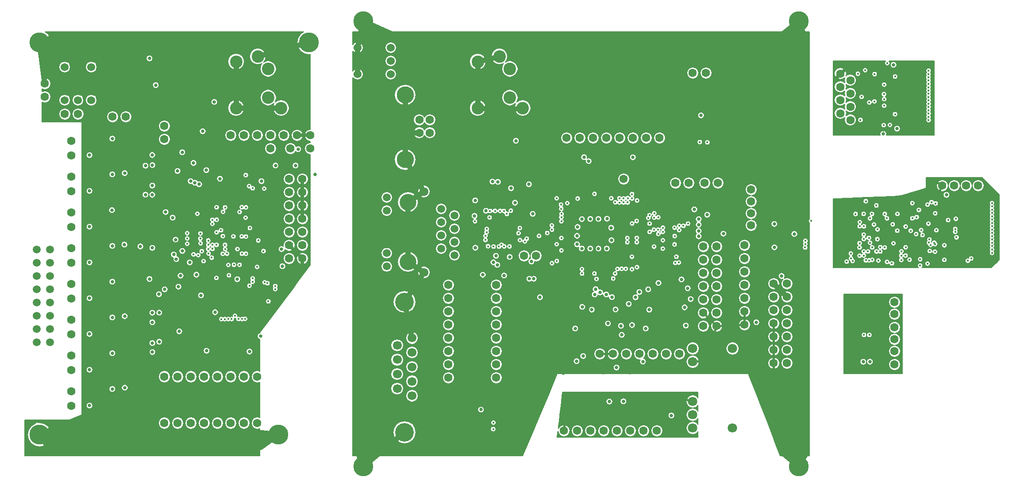
<source format=gbr>
G04 (created by PCBNEW-RS274X (2010-03-14)-final) date Thu 07 Oct 2010 02:34:07 PM EDT*
G01*
G70*
G90*
%MOIN*%
G04 Gerber Fmt 3.4, Leading zero omitted, Abs format*
%FSLAX34Y34*%
G04 APERTURE LIST*
%ADD10C,0.001000*%
%ADD11C,0.063000*%
%ADD12C,0.140000*%
%ADD13C,0.066900*%
%ADD14C,0.070900*%
%ADD15C,0.129900*%
%ADD16C,0.060000*%
%ADD17C,0.126000*%
%ADD18C,0.059100*%
%ADD19C,0.094500*%
%ADD20C,0.150000*%
%ADD21C,0.025000*%
%ADD22C,0.016000*%
%ADD23C,0.040000*%
%ADD24C,0.025000*%
%ADD25C,0.015000*%
%ADD26C,0.008000*%
G04 APERTURE END LIST*
G54D10*
G54D11*
X09400Y26500D03*
X08400Y26500D03*
X09300Y18200D03*
X10300Y18200D03*
X-20400Y21800D03*
X-21400Y21800D03*
X-22400Y21800D03*
X-23400Y21800D03*
X-24400Y21800D03*
X-25400Y21800D03*
X-26400Y21800D03*
X14500Y10600D03*
X15500Y10600D03*
X14500Y09600D03*
X15500Y09600D03*
X14500Y08600D03*
X15500Y08600D03*
X14500Y07600D03*
X15500Y07600D03*
X14500Y06600D03*
X15500Y06600D03*
X14500Y05600D03*
X15500Y05600D03*
X14500Y04600D03*
X15500Y04600D03*
X05700Y-00500D03*
X04700Y-00500D03*
X02700Y-00500D03*
X01700Y-00500D03*
X00700Y-00500D03*
X-00300Y-00500D03*
X-01300Y-00500D03*
X03700Y-00500D03*
X-01100Y21600D03*
X-00100Y21600D03*
X01900Y21600D03*
X02900Y21600D03*
X03900Y21600D03*
X04900Y21600D03*
X05900Y21600D03*
X00900Y21600D03*
G54D12*
X-13300Y09219D03*
G54D13*
X-12741Y06493D03*
X-12741Y05402D03*
X-12741Y04312D03*
X-12741Y03221D03*
X-12741Y02130D03*
X-13859Y05947D03*
X-13859Y04857D03*
X-13859Y03766D03*
X-13859Y02676D03*
G54D12*
X-13300Y-00620D03*
G54D14*
X08400Y05700D03*
X08400Y04700D03*
X08400Y01700D03*
X08400Y00700D03*
X08400Y-00300D03*
X11400Y-00300D03*
X11400Y05700D03*
G54D15*
X-13260Y24841D03*
X-13260Y19959D03*
G54D11*
X-12193Y22963D03*
X-11406Y22963D03*
X-11406Y21979D03*
X-12193Y21979D03*
G54D16*
X-14350Y26400D03*
X-14350Y27400D03*
X-14350Y28400D03*
X-16850Y28400D03*
X-16850Y26400D03*
G54D17*
X-13051Y16749D03*
X-13051Y12249D03*
G54D13*
X-11850Y17552D03*
X-11850Y11448D03*
G54D18*
X-14649Y17109D03*
X-14649Y11889D03*
X-14649Y16109D03*
X-14649Y12889D03*
X-10551Y16249D03*
X-09551Y15749D03*
X-10551Y15249D03*
X-09551Y14749D03*
X-10551Y14249D03*
X-09551Y13749D03*
X-10551Y13249D03*
X-09551Y12749D03*
G54D11*
X23600Y08300D03*
X28100Y18000D03*
X23600Y09200D03*
X29000Y18000D03*
X27200Y18000D03*
X29900Y18000D03*
X23600Y06400D03*
X23600Y07300D03*
X12800Y15000D03*
X12800Y15900D03*
X12800Y16800D03*
X12800Y17700D03*
X-38401Y21370D03*
X-38401Y20270D03*
X-38401Y13270D03*
X-38401Y12170D03*
X-38401Y15970D03*
X-38401Y14870D03*
X-38401Y05170D03*
X-38401Y04070D03*
X-38401Y02470D03*
X-38401Y01370D03*
X-38401Y07870D03*
X-38401Y06770D03*
X-38401Y10570D03*
X-38401Y09470D03*
X-38401Y18670D03*
X-38401Y17570D03*
X-24401Y03570D03*
X-27401Y03570D03*
X-28401Y03570D03*
X-29401Y03570D03*
X-30401Y03570D03*
X-10000Y08500D03*
X03200Y18500D03*
X-03400Y12700D03*
X-04300Y12700D03*
X12300Y07500D03*
X12300Y08500D03*
X12300Y09500D03*
X12300Y10500D03*
X12300Y11500D03*
X12300Y12500D03*
X12300Y13500D03*
X23600Y05500D03*
X23600Y04500D03*
X-21000Y12500D03*
X-22000Y12500D03*
X-21000Y13500D03*
X-22000Y13500D03*
X-21000Y14500D03*
X-22000Y14500D03*
X-21000Y15500D03*
X-22000Y15500D03*
X-21000Y16500D03*
X-22000Y16500D03*
X-21000Y17500D03*
X-22000Y17500D03*
X-21000Y18500D03*
X-22000Y18500D03*
X-40400Y24700D03*
X-40400Y25700D03*
X-31400Y21500D03*
X-31400Y22500D03*
X-35300Y23200D03*
X-34300Y23200D03*
X-26401Y03570D03*
X-25401Y03570D03*
X-31401Y03570D03*
X-24401Y00070D03*
X-25401Y00070D03*
X-26401Y00070D03*
X-27401Y00070D03*
X-28401Y00070D03*
X-29401Y00070D03*
X-30401Y00070D03*
X-31401Y00070D03*
G54D16*
X-38900Y24450D03*
X-37900Y24450D03*
X-36900Y24450D03*
X-36900Y26950D03*
X-38900Y26950D03*
G54D11*
X01400Y05300D03*
X02400Y05300D03*
X03400Y05300D03*
X04400Y05300D03*
X05400Y05300D03*
X06400Y05300D03*
X07400Y05300D03*
X10200Y07400D03*
X09200Y07400D03*
X10200Y08400D03*
X09200Y08400D03*
X10200Y09400D03*
X09200Y09400D03*
X10200Y10400D03*
X09200Y10400D03*
X10200Y11400D03*
X09200Y11400D03*
X10200Y12400D03*
X09200Y12400D03*
X10200Y13400D03*
X09200Y13400D03*
X07100Y18200D03*
X08100Y18200D03*
X-06400Y08500D03*
X-06400Y09500D03*
X-06400Y10500D03*
X-06400Y07500D03*
X-06400Y06500D03*
X-06400Y05500D03*
X-06400Y04500D03*
X-06400Y03500D03*
X-10000Y10500D03*
X-10000Y09500D03*
X-10000Y07500D03*
X-10000Y06500D03*
X-10000Y05500D03*
X-10000Y04500D03*
X-10000Y03500D03*
G54D18*
X-41001Y13170D03*
X-40001Y13170D03*
X-41001Y12170D03*
X-40001Y12170D03*
X-41001Y11170D03*
X-40001Y11170D03*
X-41001Y10170D03*
X-40001Y10170D03*
X-41001Y09170D03*
X-40001Y09170D03*
X-41001Y08170D03*
X-40001Y08170D03*
X-41001Y07170D03*
X-40001Y07170D03*
X-41001Y06170D03*
X-40001Y06170D03*
G54D11*
X20275Y22950D03*
X19525Y23450D03*
X20275Y23950D03*
X19525Y24450D03*
X20275Y24950D03*
X19525Y25450D03*
X20275Y25950D03*
X19525Y26450D03*
G54D19*
X-24359Y27749D03*
X-23572Y26804D03*
X-23572Y24639D03*
X-22607Y23851D03*
X-25993Y23851D03*
X-25993Y27355D03*
X-06159Y27749D03*
X-05372Y26804D03*
X-05372Y24639D03*
X-04407Y23851D03*
X-07793Y23851D03*
X-07793Y27355D03*
G54D20*
X-20500Y28800D03*
X-40800Y28800D03*
X-40800Y-00800D03*
X-22800Y-00800D03*
X-16400Y30400D03*
X16400Y30400D03*
X16400Y-03200D03*
X-16400Y-03200D03*
G54D11*
X-20400Y20800D03*
X-23400Y20800D03*
X-21900Y20800D03*
X-37900Y23400D03*
X-38900Y23400D03*
G54D21*
X22095Y05549D03*
X22095Y06072D03*
X-07165Y16094D03*
G54D22*
X23055Y27238D03*
X-07106Y14731D03*
G54D21*
X-03652Y15856D03*
G54D22*
X-01500Y16248D03*
X-05405Y13401D03*
X07085Y12162D03*
X04205Y11838D03*
X03828Y11685D03*
X07358Y12189D03*
X05152Y14500D03*
X03827Y12623D03*
X-07124Y14480D03*
X-05601Y15860D03*
G54D21*
X-04985Y16707D03*
G54D22*
X-06902Y15594D03*
X-06001Y13532D03*
X-08002Y15304D03*
G54D21*
X-07965Y13307D03*
X-08028Y15710D03*
G54D22*
X-04611Y13884D03*
X00057Y11695D03*
G54D21*
X04864Y07211D03*
X02312Y09578D03*
X08241Y09433D03*
X03897Y20136D03*
X02593Y08647D03*
X00571Y19842D03*
X01091Y10181D03*
X01429Y09938D03*
X01014Y09782D03*
G54D22*
X-04246Y13783D03*
X00063Y11366D03*
X-04716Y14401D03*
X-01517Y16563D03*
G54D21*
X-06316Y12018D03*
G54D22*
X01001Y11364D03*
X-06609Y00109D03*
X-01491Y15622D03*
X-07206Y14205D03*
X-01491Y14037D03*
X-06195Y13398D03*
X-02200Y14670D03*
X-06603Y13398D03*
X-02213Y14993D03*
X-07016Y13418D03*
X-01491Y15306D03*
X-07215Y13890D03*
X-05800Y13401D03*
X-01483Y13108D03*
X06157Y14820D03*
X03202Y17029D03*
X05151Y15133D03*
X02571Y16737D03*
G54D21*
X04379Y09960D03*
X01888Y09780D03*
G54D22*
X05797Y14675D03*
X02885Y16721D03*
X05481Y14669D03*
X02883Y17042D03*
X03361Y11715D03*
X02417Y10979D03*
X02561Y11358D03*
X03047Y11720D03*
X01156Y10948D03*
X-06624Y-00385D03*
X-04619Y14799D03*
X-01848Y13568D03*
G54D21*
X00083Y08849D03*
X-00347Y04752D03*
X00806Y08627D03*
X00151Y05130D03*
G54D22*
X02734Y11707D03*
G54D21*
X-32308Y20308D03*
X-32308Y17304D03*
X-32298Y08402D03*
X-31805Y09795D03*
X-32294Y05433D03*
G54D22*
X-25553Y12864D03*
G54D21*
X-30043Y13061D03*
G54D22*
X-26151Y12026D03*
G54D21*
X-30494Y12442D03*
G54D22*
X-29676Y14402D03*
G54D21*
X-21318Y20755D03*
X-28774Y18092D03*
G54D22*
X-24412Y11856D03*
X-26819Y13209D03*
X-29205Y12803D03*
X-23882Y17772D03*
X-26537Y11231D03*
X-25014Y17956D03*
X-25311Y07939D03*
X-23636Y10631D03*
X-25557Y07925D03*
X-23844Y10694D03*
X-27477Y11033D03*
X-27766Y13226D03*
X-25812Y07928D03*
X-25889Y13210D03*
X-24747Y17794D03*
X-24745Y10734D03*
X-26081Y08177D03*
X-27763Y13531D03*
X-28071Y12873D03*
X-26328Y07923D03*
X-28091Y13213D03*
X-26582Y07923D03*
X-28088Y13523D03*
X-26844Y07919D03*
X-28088Y13852D03*
X-27102Y07919D03*
X-28847Y12750D03*
G54D21*
X-30275Y06992D03*
G54D22*
X-26578Y12009D03*
G54D21*
X-30180Y11200D03*
X-29492Y12193D03*
X-30693Y12799D03*
G54D22*
X-25256Y12854D03*
X-24745Y10997D03*
X-25261Y18785D03*
X-29682Y13602D03*
G54D21*
X-29418Y18334D03*
G54D22*
X-25738Y12013D03*
G54D21*
X-30335Y10368D03*
G54D22*
X-29679Y14009D03*
G54D21*
X-29102Y18212D03*
X-35315Y21544D03*
X-35315Y18844D03*
X-35343Y16145D03*
X-35315Y13444D03*
X-35315Y10744D03*
X-35315Y08044D03*
X-35315Y05344D03*
X-35315Y02644D03*
X-32294Y19549D03*
X-32302Y06111D03*
X-30772Y15578D03*
X-37030Y20290D03*
X-37030Y17590D03*
X-37030Y14890D03*
X-37030Y12190D03*
X-37030Y09490D03*
X-37030Y06790D03*
X-37030Y04090D03*
X-37030Y01390D03*
X-32302Y07686D03*
X-32306Y18001D03*
X-30403Y19097D03*
G54D22*
X25715Y14265D03*
X22534Y13028D03*
X24824Y14585D03*
X21920Y13330D03*
G54D21*
X14558Y13336D03*
G54D22*
X16883Y13577D03*
X20447Y12304D03*
X26255Y13061D03*
X27361Y13489D03*
X21606Y13031D03*
X26157Y15127D03*
X17325Y15324D03*
X20969Y12704D03*
X25269Y15613D03*
X25532Y11966D03*
X21287Y12720D03*
X16893Y13843D03*
X19996Y12264D03*
X24949Y15529D03*
X20968Y13330D03*
X28182Y14720D03*
X20314Y12869D03*
X20985Y15237D03*
X26234Y13928D03*
X26651Y13010D03*
X21920Y12389D03*
X16868Y13328D03*
X24431Y12715D03*
X24118Y13034D03*
X24113Y12716D03*
X23043Y12241D03*
X24112Y12382D03*
X22241Y13027D03*
X25234Y14339D03*
X30947Y16676D03*
X30947Y14425D03*
X30947Y14179D03*
X30947Y13925D03*
X30947Y13679D03*
X30947Y13425D03*
X30947Y13170D03*
X30947Y12916D03*
X30947Y16430D03*
X30947Y16184D03*
X30947Y15930D03*
X30947Y15672D03*
X30947Y15425D03*
X30947Y15175D03*
X30947Y14941D03*
X30947Y14687D03*
X26591Y13687D03*
X27643Y15399D03*
X29378Y12494D03*
X29128Y12326D03*
X26651Y13580D03*
X26752Y14630D03*
X28219Y15491D03*
X28272Y14091D03*
X25609Y14634D03*
X21691Y12352D03*
X28177Y14510D03*
X20973Y13645D03*
G54D21*
X02996Y07415D03*
X04650Y04720D03*
G54D22*
X26163Y26668D03*
X26168Y24430D03*
X26168Y24172D03*
X26168Y23926D03*
X26165Y23679D03*
X26168Y23430D03*
X26165Y23180D03*
X26168Y22934D03*
X26163Y26413D03*
X26156Y26172D03*
X26165Y25931D03*
X26165Y25679D03*
X26165Y25419D03*
X26165Y25178D03*
X26165Y24929D03*
X26165Y24682D03*
X26088Y22686D03*
X25077Y22696D03*
X24955Y26914D03*
X26171Y26936D03*
X22822Y24300D03*
X22862Y25299D03*
X21397Y27097D03*
X21820Y27140D03*
G54D21*
X24860Y21912D03*
X22752Y22203D03*
X22458Y22614D03*
X20970Y22315D03*
X24288Y26544D03*
X22399Y27257D03*
G54D22*
X21502Y25628D03*
X21506Y23755D03*
G54D21*
X22374Y23522D03*
G54D22*
X23475Y23903D03*
X23485Y25638D03*
X22403Y26186D03*
G54D21*
X01680Y01698D03*
X05876Y00860D03*
X-01119Y02137D03*
X03652Y01688D03*
X06917Y02148D03*
G54D22*
X21394Y26703D03*
X21036Y22951D03*
X23649Y26232D03*
X22820Y24028D03*
X22818Y25612D03*
X23643Y23380D03*
X23252Y22574D03*
X22789Y22565D03*
X20849Y26438D03*
X22088Y24349D03*
G54D21*
X22758Y21901D03*
X02120Y01693D03*
X06795Y00645D03*
X03178Y01711D03*
G54D22*
X22098Y26411D03*
X22820Y24513D03*
X21704Y24268D03*
X21126Y24698D03*
X22808Y24900D03*
X23450Y14761D03*
X-02201Y15306D03*
G54D21*
X-07550Y00742D03*
G54D22*
X29895Y16942D03*
X30418Y16931D03*
X30941Y16937D03*
X30935Y12684D03*
X30401Y12678D03*
X29884Y12673D03*
X28795Y15675D03*
X28795Y14019D03*
X28107Y12803D03*
X28896Y12803D03*
X27496Y16930D03*
X28301Y16897D03*
X27710Y14355D03*
X27071Y15200D03*
X27047Y14435D03*
X29790Y12056D03*
X28157Y12315D03*
X26934Y12016D03*
X25256Y13993D03*
X24114Y16494D03*
X25998Y15959D03*
X28845Y16464D03*
X22896Y14787D03*
X22886Y15336D03*
X19285Y15115D03*
X19721Y16293D03*
X20652Y16499D03*
X20673Y15535D03*
X20967Y15543D03*
X20669Y15228D03*
X21286Y15551D03*
X21600Y14599D03*
X22229Y15857D03*
X22557Y15870D03*
X23492Y15543D03*
X23810Y15541D03*
X23791Y13977D03*
X23812Y13653D03*
X23488Y13349D03*
X22856Y13639D03*
X22076Y13677D03*
X21290Y13643D03*
X26891Y13663D03*
X24038Y17208D03*
X26683Y17021D03*
X25178Y16099D03*
X24047Y11904D03*
X25717Y12773D03*
X19796Y13155D03*
G54D21*
X21500Y07185D03*
X21507Y08870D03*
X22105Y05796D03*
X20865Y05805D03*
X20851Y06062D03*
X20860Y05544D03*
X20405Y04334D03*
X22593Y04329D03*
X21504Y04213D03*
X20100Y06251D03*
X22791Y05855D03*
X21506Y08529D03*
X15700Y13632D03*
X14557Y15458D03*
X13204Y05445D03*
X13192Y06450D03*
G54D22*
X07054Y13867D03*
X07041Y13229D03*
X07026Y14500D03*
X06155Y13556D03*
X06175Y14193D03*
X07858Y15954D03*
X07705Y13068D03*
X-03521Y14701D03*
X-02610Y13942D03*
X-05896Y15049D03*
X-05541Y14712D03*
X-05913Y14340D03*
X-06256Y14718D03*
G54D21*
X-11221Y-00385D03*
X-11184Y00284D03*
X09210Y19472D03*
X09221Y21146D03*
X09877Y23299D03*
X09838Y22040D03*
X09829Y22330D03*
X08614Y22035D03*
X08614Y22330D03*
X07819Y21839D03*
X10617Y22938D03*
X-07124Y16697D03*
X-07809Y10845D03*
X-07800Y03178D03*
X-04217Y03188D03*
X-04197Y10839D03*
X-36822Y19727D03*
X-35807Y21589D03*
X-35699Y20487D03*
X-34257Y19761D03*
X-34257Y17061D03*
X-35699Y17787D03*
X-35807Y18889D03*
X-36822Y17027D03*
X-34257Y14361D03*
X-35699Y15087D03*
X-35807Y16189D03*
X-36822Y14327D03*
X-34257Y11661D03*
X-35699Y12387D03*
X-35807Y13489D03*
X-36822Y11627D03*
X-34257Y08961D03*
X-35699Y09687D03*
X-35807Y10789D03*
X-36822Y08927D03*
X-34257Y06261D03*
X-35699Y06987D03*
X-35807Y08089D03*
X-36822Y06227D03*
X-34257Y03561D03*
X-35699Y04287D03*
X-35807Y05389D03*
X-36822Y03527D03*
X-34257Y00861D03*
X-35699Y01587D03*
X-35807Y02689D03*
X-36822Y00827D03*
X-32927Y12507D03*
X-32885Y13804D03*
X-32348Y10374D03*
X-30612Y11717D03*
X-30397Y10863D03*
X-31493Y15506D03*
X-32287Y16329D03*
X-31603Y13025D03*
X-30204Y13911D03*
X-30697Y18551D03*
X-30987Y16686D03*
X-24688Y07367D03*
X-25004Y08476D03*
X-24996Y09097D03*
X-24996Y07830D03*
X-24504Y07124D03*
G54D22*
X-24987Y10148D03*
X-23484Y10003D03*
X-23252Y10740D03*
X-22993Y10867D03*
X-25096Y11409D03*
X-28923Y17065D03*
X-29367Y15879D03*
G54D21*
X-23411Y18715D03*
X-26543Y20237D03*
X-29300Y20282D03*
X-28603Y19905D03*
X-30379Y21236D03*
X-27243Y20994D03*
X-27702Y21909D03*
X-27402Y23678D03*
X-30603Y22853D03*
X-32354Y23221D03*
X-32354Y23664D03*
X-32345Y25488D03*
X-31746Y26364D03*
X-31746Y26679D03*
X-32956Y26675D03*
X-32964Y26364D03*
X-32303Y28212D03*
X-33142Y28200D03*
X-31254Y27452D03*
X-33447Y27627D03*
X-34894Y24505D03*
X-35719Y25237D03*
X-34052Y25220D03*
X-03417Y16497D03*
X-02988Y17692D03*
X-04271Y17797D03*
X-03570Y09575D03*
X-05806Y11999D03*
X-05078Y18605D03*
X-07023Y18591D03*
X-06031Y21803D03*
X-12784Y28419D03*
X02605Y07202D03*
X03065Y09071D03*
X00304Y09064D03*
X-00212Y09078D03*
X-01351Y03843D03*
X01651Y03857D03*
X06400Y04263D03*
X-00795Y07187D03*
X06328Y06737D03*
X-04203Y08035D03*
X09814Y14600D03*
X10610Y25776D03*
X10158Y23885D03*
X05053Y09662D03*
X07907Y11506D03*
X00371Y13881D03*
X00991Y13886D03*
X01630Y13886D03*
X01310Y14191D03*
X00681Y14205D03*
X00376Y14525D03*
X01005Y14505D03*
X01635Y14525D03*
X00691Y14835D03*
X01301Y14830D03*
X00961Y16341D03*
X02611Y18300D03*
G54D22*
X-28410Y17303D03*
X-27771Y16049D03*
X-28081Y16044D03*
X-27462Y16049D03*
X-26518Y16364D03*
X-26193Y16369D03*
X-25259Y16054D03*
X-24935Y16049D03*
X-24944Y15110D03*
X-24935Y14465D03*
X-24930Y14147D03*
X-25564Y13846D03*
X-25908Y14166D03*
X-26513Y14161D03*
X-27457Y14151D03*
X-27452Y15091D03*
X-24004Y17290D03*
G54D21*
X-26397Y15328D03*
X-26397Y14810D03*
X-26087Y14776D03*
X-25511Y14786D03*
G54D22*
X-28099Y14794D03*
X-24940Y16351D03*
X-24765Y12832D03*
G54D21*
X-25362Y05461D03*
X-28585Y05568D03*
X-31997Y18904D03*
X-32631Y18671D03*
X-32023Y06700D03*
X-32681Y07107D03*
X-04306Y21604D03*
G54D22*
X-00107Y16678D03*
X01157Y16692D03*
X04170Y17364D03*
X04158Y11105D03*
X-02138Y11074D03*
G54D21*
X-00619Y20503D03*
X16467Y17672D03*
X14122Y11808D03*
X16992Y15163D03*
X22853Y14350D03*
G54D22*
X22050Y14522D03*
G54D21*
X03646Y03885D03*
X00382Y12348D03*
X01044Y12362D03*
X-07063Y19411D03*
X-22402Y10309D03*
X-22405Y09438D03*
X-28143Y08797D03*
X07954Y23281D03*
X-02757Y09633D03*
X-24395Y01200D03*
X-31927Y-01922D03*
X20189Y14558D03*
G54D22*
X-28161Y18359D03*
X25865Y16657D03*
G54D21*
X-22897Y11894D03*
X-23308Y11908D03*
G54D22*
X-23807Y09669D03*
G54D21*
X-08348Y-00550D03*
X-27356Y06964D03*
X-28252Y07019D03*
X-30549Y07877D03*
G54D22*
X28228Y15213D03*
X27686Y15775D03*
G54D21*
X-07266Y12751D03*
X-08044Y13809D03*
G54D22*
X-07212Y15620D03*
X-02178Y16242D03*
X-28200Y11687D03*
G54D21*
X-30895Y14252D03*
G54D22*
X-01842Y17345D03*
G54D21*
X-23105Y09167D03*
X-22272Y19495D03*
X-23773Y19486D03*
G54D22*
X26168Y16325D03*
X03503Y16723D03*
X05812Y14351D03*
X07031Y14827D03*
X02271Y17040D03*
X03829Y15136D03*
X07391Y14970D03*
X07384Y14641D03*
X01000Y17377D03*
X04179Y15323D03*
X08049Y15132D03*
X03513Y17052D03*
X07704Y14961D03*
X05061Y15553D03*
X03199Y16726D03*
X05511Y15902D03*
X04214Y16877D03*
X05505Y15586D03*
X03837Y17025D03*
X-06484Y16085D03*
X-05827Y16081D03*
X-06868Y16079D03*
X04189Y14046D03*
G54D21*
X08852Y15055D03*
G54D22*
X03483Y14043D03*
G54D21*
X08853Y15466D03*
G54D22*
X-03175Y14200D03*
X-02553Y14414D03*
X05814Y15603D03*
X03834Y17355D03*
X-01835Y12310D03*
X04193Y13727D03*
G54D21*
X08847Y14173D03*
G54D22*
X03479Y13727D03*
G54D21*
X08844Y14570D03*
X03838Y07474D03*
X04096Y09566D03*
X02018Y07589D03*
X05128Y08626D03*
X-03938Y18091D03*
X-05287Y17800D03*
X08026Y10255D03*
X05822Y10650D03*
G54D22*
X09506Y21266D03*
X08934Y21280D03*
G54D21*
X09027Y23293D03*
G54D22*
X-06113Y16085D03*
X-05299Y16105D03*
X-02196Y12142D03*
X25532Y12443D03*
X21285Y13029D03*
G54D21*
X10708Y14368D03*
G54D22*
X21442Y12358D03*
X21444Y16819D03*
X22388Y12341D03*
X24949Y16675D03*
X20663Y15854D03*
X25437Y16160D03*
X26091Y16566D03*
X26699Y16648D03*
X26394Y16746D03*
X26666Y15902D03*
X21305Y06728D03*
X21707Y06732D03*
G54D21*
X21247Y04694D03*
X21751Y04704D03*
X23797Y22291D03*
X23527Y27112D03*
G54D22*
X-27838Y12558D03*
X-27464Y13527D03*
G54D21*
X-32302Y13294D03*
G54D22*
X-23047Y10417D03*
G54D21*
X-32056Y25577D03*
X-32518Y27600D03*
G54D22*
X-24983Y10437D03*
X-23565Y09262D03*
X-23047Y10188D03*
G54D21*
X-27573Y08441D03*
G54D22*
X-28908Y15876D03*
G54D21*
X-32516Y10953D03*
X-33206Y13406D03*
G54D22*
X-26831Y13522D03*
X-28680Y14380D03*
X-26674Y12856D03*
X-28687Y13990D03*
X-26993Y12848D03*
X-28670Y13634D03*
G54D21*
X-03562Y10958D03*
X-06270Y18284D03*
X-03896Y10963D03*
X-06682Y18298D03*
X-34389Y18940D03*
X-32818Y19496D03*
X-34398Y13546D03*
X-32825Y17310D03*
X-34378Y02743D03*
X-31789Y06220D03*
X-31787Y08409D03*
X-34393Y08138D03*
G54D22*
X23521Y13635D03*
X23467Y15071D03*
X23032Y15527D03*
X21760Y15524D03*
X21673Y14048D03*
X21756Y13682D03*
X22312Y13953D03*
X22318Y14690D03*
X22053Y15056D03*
G54D21*
X-07986Y16884D03*
X-00272Y14870D03*
X00052Y15469D03*
X00681Y15488D03*
X01305Y15483D03*
X01940Y15498D03*
X02269Y14810D03*
G54D22*
X-26991Y14180D03*
X-27128Y14628D03*
X-26973Y16015D03*
X-25732Y16004D03*
X-25280Y15572D03*
X-25256Y14148D03*
G54D21*
X-07549Y01089D03*
X-28636Y09715D03*
G54D22*
X27354Y12397D03*
X21292Y13961D03*
X21282Y14297D03*
X21296Y14926D03*
X20981Y14928D03*
X21282Y15864D03*
X21904Y15861D03*
X22870Y15852D03*
X23820Y15864D03*
X23807Y14597D03*
X24442Y13339D03*
X24731Y12408D03*
X22864Y13327D03*
X22533Y13349D03*
X20326Y12510D03*
X23402Y12130D03*
X26094Y12106D03*
X22229Y16500D03*
X24442Y14901D03*
G54D21*
X16055Y14350D03*
X14543Y15103D03*
X15098Y11173D03*
X13198Y07687D03*
G54D22*
X05145Y15766D03*
X07046Y14185D03*
X07033Y13555D03*
X06154Y14509D03*
X06159Y13871D03*
X06151Y13241D03*
X05494Y13393D03*
X-04100Y13994D03*
G54D21*
X03580Y09064D03*
X-31373Y10160D03*
X-28989Y11271D03*
G54D22*
X-28580Y13045D03*
X-28439Y12295D03*
X-23932Y13051D03*
G54D21*
X-24089Y18328D03*
X-29198Y19706D03*
X-30053Y20515D03*
X-28511Y22093D03*
X-27630Y24316D03*
X-27208Y18520D03*
X-03099Y09575D03*
X-05799Y11209D03*
X07792Y08805D03*
X03057Y06725D03*
X-07409Y11270D03*
X-00452Y07214D03*
X02662Y04263D03*
X09498Y15797D03*
X07554Y10919D03*
X05049Y10158D03*
X00047Y13250D03*
X00681Y13245D03*
X01306Y13250D03*
X01935Y13254D03*
X02284Y13874D03*
X-00309Y14207D03*
X-00311Y13565D03*
G54D22*
X07172Y12632D03*
G54D21*
X08520Y16201D03*
G54D22*
X-27776Y15105D03*
X-27462Y14476D03*
X-27781Y15415D03*
X-24954Y14795D03*
X-25564Y14161D03*
X-26198Y14161D03*
X-24320Y13856D03*
X-27450Y15421D03*
X-26827Y16350D03*
X-25571Y16367D03*
X-25256Y16352D03*
X-27464Y16362D03*
G54D21*
X-25903Y10930D03*
X-22565Y13204D03*
X-24159Y06626D03*
X-24989Y05471D03*
X-28225Y05527D03*
X-30555Y13922D03*
X-31295Y16003D03*
X27510Y17296D03*
X-06608Y12205D03*
X-06415Y12699D03*
X-05391Y12619D03*
X-04916Y21387D03*
G54D22*
X-01475Y15866D03*
X-01844Y17039D03*
X-01045Y16668D03*
X-00261Y17021D03*
G54D21*
X00208Y20148D03*
X07879Y07433D03*
X-03756Y12260D03*
X-28229Y19159D03*
X-22499Y11918D03*
X-20032Y18838D03*
X-21517Y19515D03*
X-23027Y19510D03*
G54D22*
X26205Y13689D03*
X26320Y13514D03*
G54D23*
X-16143Y30286D02*
X-15551Y29489D01*
G54D24*
X19525Y26450D02*
X20069Y26901D01*
X19525Y26450D02*
X19123Y25972D01*
G54D25*
X-01300Y-00500D02*
X-01119Y02137D01*
X08400Y01700D02*
X06917Y02148D01*
G54D23*
X-16400Y-03200D02*
X-13300Y-00620D01*
X-13300Y09219D02*
X-12741Y06493D01*
X-13300Y09219D02*
X-11850Y11448D01*
X-11850Y11448D02*
X-13051Y12249D01*
X-13051Y12249D02*
X-13051Y16749D01*
X-13051Y16749D02*
X-11850Y17552D01*
X-11850Y17552D02*
X-13260Y19959D01*
X-13260Y19959D02*
X-13260Y24841D01*
X-12193Y21979D02*
X-13260Y22014D01*
X-16850Y26400D02*
X-16850Y28400D01*
X-16850Y28400D02*
X-16400Y30400D01*
X-07793Y23851D02*
X-05973Y23662D01*
X-05973Y23662D02*
X-04407Y23851D01*
X-07793Y23851D02*
X-07793Y27355D01*
X-07793Y27355D02*
X-06159Y27749D01*
X16400Y30400D02*
X10610Y25776D01*
X14500Y10600D02*
X15500Y09600D01*
G54D25*
X14499Y03730D02*
X14500Y04600D01*
X14500Y04600D02*
X14500Y05600D01*
X14500Y05600D02*
X14500Y06600D01*
X14500Y06600D02*
X14500Y07600D01*
X10200Y07400D02*
X12300Y07500D01*
X12300Y07500D02*
X12300Y08500D01*
X09200Y08400D02*
X10200Y07400D01*
X10200Y07400D02*
X09378Y04795D01*
X09378Y04795D02*
X08400Y04700D01*
X01400Y05300D02*
X02400Y05300D01*
G54D23*
X-22800Y-00800D02*
X-31927Y-01922D01*
X-40800Y-00800D02*
X-36822Y00827D01*
X-40800Y28800D02*
X-40400Y25700D01*
X-25993Y23851D02*
X-22607Y23851D01*
X-25993Y27355D02*
X-25993Y23851D01*
X-24359Y27749D02*
X-20500Y28800D01*
G54D24*
X-22000Y13500D02*
X-21000Y12500D01*
X-21000Y12500D02*
X-21032Y11583D01*
X-21000Y15500D02*
X-21000Y16500D01*
X-21000Y16500D02*
X-21000Y17500D01*
X-21000Y17500D02*
X-21000Y18500D01*
X-21400Y21800D02*
X-20400Y21800D01*
G54D23*
X16400Y30400D02*
X16451Y28442D01*
G54D25*
X27200Y18000D02*
X26683Y17021D01*
X27200Y18000D02*
X26697Y18300D01*
G54D23*
X-16400Y30400D02*
X-13134Y28949D01*
X-13134Y28949D02*
X-12784Y28419D01*
X14499Y03730D02*
X16400Y-03200D01*
X-16400Y30400D02*
X-16270Y29397D01*
X-16400Y30400D02*
X-15835Y29347D01*
X-16400Y30400D02*
X-15141Y29489D01*
X16400Y30400D02*
X15633Y29286D01*
X16400Y30400D02*
X16024Y29181D01*
X16400Y30400D02*
X16811Y29230D01*
X16400Y-03200D02*
X16947Y-02189D01*
X16400Y-03200D02*
X16529Y-02081D01*
X16400Y-03200D02*
X15759Y-02290D01*
X16400Y-03200D02*
X15224Y-02231D01*
X-16400Y-03200D02*
X-15695Y-02250D01*
X-16400Y-03200D02*
X-16107Y-02149D01*
X-16400Y-03200D02*
X-16448Y-02129D01*
X-16400Y-03200D02*
X-16819Y-02199D01*
X-22800Y-00800D02*
X-24391Y-01617D01*
X-22800Y-00800D02*
X-24160Y-01757D01*
X-22800Y-00800D02*
X-24391Y-01256D01*
X-22800Y-00800D02*
X-24343Y-00617D01*
X-40800Y-00800D02*
X-39644Y-00782D01*
X-40800Y-00800D02*
X-39774Y-01144D01*
X-40800Y-00800D02*
X-39875Y-01476D01*
X-40800Y-00800D02*
X-40193Y-01708D01*
X-40800Y28800D02*
X-40312Y27816D01*
X-40800Y28800D02*
X-40019Y28084D01*
X-40800Y28800D02*
X-39776Y28443D01*
X-40800Y28800D02*
X-39793Y28828D01*
X-40800Y28800D02*
X-39860Y29163D01*
G54D10*
G36*
X31171Y14444D02*
X31152Y14425D01*
X31136Y14503D01*
X31171Y14444D01*
X31171Y14444D01*
G37*
G54D26*
X31171Y14444D02*
X31152Y14425D01*
X31136Y14503D01*
X31171Y14444D01*
G54D10*
G36*
X31500Y12400D02*
X31136Y12838D01*
X31500Y12933D01*
X31500Y12400D01*
X31500Y12400D01*
G37*
G54D26*
X31500Y12400D02*
X31136Y12838D01*
X31500Y12933D01*
X31500Y12400D01*
G54D10*
G36*
X31152Y13425D02*
X31500Y13561D01*
X31136Y13347D01*
X31152Y13425D01*
X31152Y13425D01*
G37*
G54D26*
X31152Y13425D02*
X31500Y13561D01*
X31136Y13347D01*
X31152Y13425D01*
G54D10*
G36*
X31500Y13804D02*
X31136Y13847D01*
X31500Y13884D01*
X31500Y13804D01*
X31500Y13804D01*
G37*
G54D26*
X31500Y13804D02*
X31136Y13847D01*
X31500Y13884D01*
X31500Y13804D01*
G54D10*
G36*
X31152Y15425D02*
X31500Y15429D01*
X31136Y15347D01*
X31152Y15425D01*
X31152Y15425D01*
G37*
G54D26*
X31152Y15425D02*
X31500Y15429D01*
X31136Y15347D01*
X31152Y15425D01*
G54D10*
G36*
X31152Y16184D02*
X31500Y16067D01*
X31136Y16106D01*
X31152Y16184D01*
X31152Y16184D01*
G37*
G54D26*
X31152Y16184D02*
X31500Y16067D01*
X31136Y16106D01*
X31152Y16184D01*
G54D10*
G36*
X31171Y16711D02*
X31136Y16754D01*
X31500Y16711D01*
X31171Y16711D01*
X31171Y16711D01*
G37*
G54D26*
X31171Y16711D02*
X31136Y16754D01*
X31500Y16711D01*
X31171Y16711D01*
G54D10*
G36*
X31152Y13170D02*
X31500Y12933D01*
X31136Y13092D01*
X31152Y13170D01*
X31152Y13170D01*
G37*
G54D26*
X31152Y13170D02*
X31500Y12933D01*
X31136Y13092D01*
X31152Y13170D01*
G54D10*
G36*
X31171Y12178D02*
X30900Y11800D01*
X30513Y12178D01*
X31171Y12178D01*
X31171Y12178D01*
G37*
G54D26*
X31171Y12178D02*
X30900Y11800D01*
X30513Y12178D01*
X31171Y12178D01*
G54D10*
G36*
X31152Y13925D02*
X31500Y13884D01*
X31136Y13847D01*
X31152Y13925D01*
X31152Y13925D01*
G37*
G54D26*
X31152Y13925D02*
X31500Y13884D01*
X31136Y13847D01*
X31152Y13925D01*
G54D10*
G36*
X31136Y14503D02*
X31136Y14609D01*
X31171Y14444D01*
X31136Y14503D01*
X31136Y14503D01*
G37*
G54D26*
X31136Y14503D02*
X31136Y14609D01*
X31171Y14444D01*
X31136Y14503D01*
G54D10*
G36*
X31136Y15594D02*
X31500Y15429D01*
X31136Y15503D01*
X31136Y15594D01*
X31136Y15594D01*
G37*
G54D26*
X31136Y15594D02*
X31500Y15429D01*
X31136Y15503D01*
X31136Y15594D01*
G54D10*
G36*
X31171Y16711D02*
X31500Y16711D01*
X31136Y16598D01*
X31171Y16711D01*
X31171Y16711D01*
G37*
G54D26*
X31171Y16711D02*
X31500Y16711D01*
X31136Y16598D01*
X31171Y16711D01*
G54D10*
G36*
X31171Y17467D02*
X30513Y17467D01*
X31171Y17629D01*
X31171Y17467D01*
X31171Y17467D01*
G37*
G54D26*
X31171Y17467D02*
X30513Y17467D01*
X31171Y17629D01*
X31171Y17467D01*
G54D10*
G36*
X30513Y18222D02*
X30513Y18287D01*
X30578Y18222D01*
X30513Y18222D01*
X30513Y18222D01*
G37*
G54D26*
X30513Y18222D02*
X30513Y18287D01*
X30578Y18222D01*
X30513Y18222D01*
G54D10*
G36*
X30513Y15200D02*
X29855Y14444D01*
X29855Y15200D01*
X30513Y15200D01*
X30513Y15200D01*
G37*
G54D26*
X30513Y15200D02*
X29855Y14444D01*
X29855Y15200D01*
X30513Y15200D01*
G54D10*
G36*
X31171Y12178D02*
X31278Y12178D01*
X31171Y12071D01*
X31171Y12178D01*
X31171Y12178D01*
G37*
G54D26*
X31171Y12178D02*
X31278Y12178D01*
X31171Y12071D01*
X31171Y12178D01*
G54D10*
G36*
X30513Y12178D02*
X30513Y11800D01*
X29855Y12178D01*
X30513Y12178D01*
X30513Y12178D01*
G37*
G54D26*
X30513Y12178D02*
X30513Y11800D01*
X29855Y12178D01*
X30513Y12178D01*
G54D10*
G36*
X29855Y12178D02*
X29855Y12933D01*
X30513Y12933D01*
X29855Y12178D01*
X29855Y12178D01*
G37*
G54D26*
X29855Y12178D02*
X29855Y12933D01*
X30513Y12933D01*
X29855Y12178D01*
G54D10*
G36*
X29855Y12933D02*
X29855Y13689D01*
X30513Y13689D01*
X29855Y12933D01*
X29855Y12933D01*
G37*
G54D26*
X29855Y12933D02*
X29855Y13689D01*
X30513Y13689D01*
X29855Y12933D01*
G54D10*
G36*
X29855Y13689D02*
X29855Y14444D01*
X30513Y14444D01*
X29855Y13689D01*
X29855Y13689D01*
G37*
G54D26*
X29855Y13689D02*
X29855Y14444D01*
X30513Y14444D01*
X29855Y13689D01*
G54D10*
G36*
X30513Y15200D02*
X29855Y15200D01*
X30513Y15956D01*
X30513Y15200D01*
X30513Y15200D01*
G37*
G54D26*
X30513Y15200D02*
X29855Y15200D01*
X30513Y15956D01*
X30513Y15200D01*
G54D10*
G36*
X30513Y15956D02*
X29855Y15956D01*
X30513Y16711D01*
X30513Y15956D01*
X30513Y15956D01*
G37*
G54D26*
X30513Y15956D02*
X29855Y15956D01*
X30513Y16711D01*
X30513Y15956D01*
G54D10*
G36*
X31500Y17300D02*
X31025Y16865D01*
X31171Y17467D01*
X31500Y17300D01*
X31500Y17300D01*
G37*
G54D26*
X31500Y17300D02*
X31025Y16865D01*
X31171Y17467D01*
X31500Y17300D01*
G54D10*
G36*
X30513Y16711D02*
X29855Y16711D01*
X30513Y17467D01*
X30513Y16711D01*
X30513Y16711D01*
G37*
G54D26*
X30513Y16711D02*
X29855Y16711D01*
X30513Y17467D01*
X30513Y16711D01*
G54D10*
G36*
X31171Y17629D02*
X30513Y17467D01*
X30578Y18222D01*
X31171Y17629D01*
X31171Y17629D01*
G37*
G54D26*
X31171Y17629D02*
X30513Y17467D01*
X30578Y18222D01*
X31171Y17629D01*
G54D10*
G36*
X30513Y17467D02*
X29855Y17467D01*
X30074Y17581D01*
X30513Y17467D01*
X30513Y17467D01*
G37*
G54D26*
X30513Y17467D02*
X29855Y17467D01*
X30074Y17581D01*
X30513Y17467D01*
G54D10*
G36*
X30513Y18222D02*
X30354Y18000D01*
X30319Y18174D01*
X30513Y18222D01*
X30513Y18222D01*
G37*
G54D26*
X30513Y18222D02*
X30354Y18000D01*
X30319Y18174D01*
X30513Y18222D01*
G54D10*
G36*
X29855Y15200D02*
X29197Y14444D01*
X29197Y15200D01*
X29855Y15200D01*
X29855Y15200D01*
G37*
G54D26*
X29855Y15200D02*
X29197Y14444D01*
X29197Y15200D01*
X29855Y15200D01*
G54D10*
G36*
X30513Y12933D02*
X30513Y12178D01*
X29855Y12178D01*
X30513Y12933D01*
X30513Y12933D01*
G37*
G54D26*
X30513Y12933D02*
X30513Y12178D01*
X29855Y12178D01*
X30513Y12933D01*
G54D10*
G36*
X30513Y13689D02*
X30513Y12933D01*
X29855Y12933D01*
X30513Y13689D01*
X30513Y13689D01*
G37*
G54D26*
X30513Y13689D02*
X30513Y12933D01*
X29855Y12933D01*
X30513Y13689D01*
G54D10*
G36*
X30513Y14444D02*
X30513Y13689D01*
X29855Y13689D01*
X30513Y14444D01*
X30513Y14444D01*
G37*
G54D26*
X30513Y14444D02*
X30513Y13689D01*
X29855Y13689D01*
X30513Y14444D01*
G54D10*
G36*
X30513Y15200D02*
X30513Y14444D01*
X29855Y14444D01*
X30513Y15200D01*
X30513Y15200D01*
G37*
G54D26*
X30513Y15200D02*
X30513Y14444D01*
X29855Y14444D01*
X30513Y15200D01*
G54D10*
G36*
X29197Y12933D02*
X29197Y13689D01*
X29855Y13689D01*
X29197Y12933D01*
X29197Y12933D01*
G37*
G54D26*
X29197Y12933D02*
X29197Y13689D01*
X29855Y13689D01*
X29197Y12933D01*
G54D10*
G36*
X29197Y13689D02*
X29197Y14444D01*
X29855Y14444D01*
X29197Y13689D01*
X29197Y13689D01*
G37*
G54D26*
X29197Y13689D02*
X29197Y14444D01*
X29855Y14444D01*
X29197Y13689D01*
G54D10*
G36*
X30513Y15956D02*
X29855Y15200D01*
X29855Y15956D01*
X30513Y15956D01*
X30513Y15956D01*
G37*
G54D26*
X30513Y15956D02*
X29855Y15200D01*
X29855Y15956D01*
X30513Y15956D01*
G54D10*
G36*
X29855Y15200D02*
X29197Y15200D01*
X29855Y15956D01*
X29855Y15200D01*
X29855Y15200D01*
G37*
G54D26*
X29855Y15200D02*
X29197Y15200D01*
X29855Y15956D01*
X29855Y15200D01*
G54D10*
G36*
X30513Y16711D02*
X29855Y15956D01*
X29855Y16711D01*
X30513Y16711D01*
X30513Y16711D01*
G37*
G54D26*
X30513Y16711D02*
X29855Y15956D01*
X29855Y16711D01*
X30513Y16711D01*
G54D10*
G36*
X29855Y15956D02*
X29197Y15956D01*
X29855Y16711D01*
X29855Y15956D01*
X29855Y15956D01*
G37*
G54D26*
X29855Y15956D02*
X29197Y15956D01*
X29855Y16711D01*
X29855Y15956D01*
G54D10*
G36*
X30513Y17467D02*
X29855Y16711D01*
X29855Y17467D01*
X30513Y17467D01*
X30513Y17467D01*
G37*
G54D26*
X30513Y17467D02*
X29855Y16711D01*
X29855Y17467D01*
X30513Y17467D01*
G54D10*
G36*
X29855Y16711D02*
X29197Y16711D01*
X29855Y17467D01*
X29855Y16711D01*
X29855Y16711D01*
G37*
G54D26*
X29855Y16711D02*
X29197Y16711D01*
X29855Y17467D01*
X29855Y16711D01*
G54D10*
G36*
X29197Y15200D02*
X29197Y14444D01*
X28387Y14720D01*
X29197Y15200D01*
X29197Y15200D01*
G37*
G54D26*
X29197Y15200D02*
X29197Y14444D01*
X28387Y14720D01*
X29197Y15200D01*
G54D10*
G36*
X29273Y12181D02*
X29565Y11800D01*
X29235Y11800D01*
X29273Y12181D01*
X29273Y12181D01*
G37*
G54D26*
X29273Y12181D02*
X29565Y11800D01*
X29235Y11800D01*
X29273Y12181D01*
G54D10*
G36*
X29855Y12933D02*
X29855Y12178D01*
X29583Y12494D01*
X29855Y12933D01*
X29855Y12933D01*
G37*
G54D26*
X29855Y12933D02*
X29855Y12178D01*
X29583Y12494D01*
X29855Y12933D01*
G54D10*
G36*
X29855Y13689D02*
X29855Y12933D01*
X29197Y12933D01*
X29855Y13689D01*
X29855Y13689D01*
G37*
G54D26*
X29855Y13689D02*
X29855Y12933D01*
X29197Y12933D01*
X29855Y13689D01*
G54D10*
G36*
X28983Y12181D02*
X28760Y11800D01*
X28539Y12178D01*
X28983Y12181D01*
X28983Y12181D01*
G37*
G54D26*
X28983Y12181D02*
X28760Y11800D01*
X28539Y12178D01*
X28983Y12181D01*
G54D10*
G36*
X29855Y14444D02*
X29855Y13689D01*
X29197Y13689D01*
X29855Y14444D01*
X29855Y14444D01*
G37*
G54D26*
X29855Y14444D02*
X29855Y13689D01*
X29197Y13689D01*
X29855Y14444D01*
G54D10*
G36*
X29189Y12572D02*
X29179Y12521D01*
X29128Y12531D01*
X29189Y12572D01*
X29189Y12572D01*
G37*
G54D26*
X29189Y12572D02*
X29179Y12521D01*
X29128Y12531D01*
X29189Y12572D01*
G54D10*
G36*
X29855Y15200D02*
X29855Y14444D01*
X29197Y14444D01*
X29855Y15200D01*
X29855Y15200D01*
G37*
G54D26*
X29855Y15200D02*
X29855Y14444D01*
X29197Y14444D01*
X29855Y15200D01*
G54D10*
G36*
X28539Y12933D02*
X28539Y13689D01*
X29197Y13689D01*
X28539Y12933D01*
X28539Y12933D01*
G37*
G54D26*
X28539Y12933D02*
X28539Y13689D01*
X29197Y13689D01*
X28539Y12933D01*
G54D10*
G36*
X29197Y14444D02*
X29197Y13689D01*
X28477Y14091D01*
X29197Y14444D01*
X29197Y14444D01*
G37*
G54D26*
X29197Y14444D02*
X29197Y13689D01*
X28477Y14091D01*
X29197Y14444D01*
G54D10*
G36*
X29855Y15956D02*
X29197Y15200D01*
X29197Y15956D01*
X29855Y15956D01*
X29855Y15956D01*
G37*
G54D26*
X29855Y15956D02*
X29197Y15200D01*
X29197Y15956D01*
X29855Y15956D01*
G54D10*
G36*
X28539Y15200D02*
X28424Y15491D01*
X29197Y15200D01*
X28539Y15200D01*
X28539Y15200D01*
G37*
G54D26*
X28539Y15200D02*
X28424Y15491D01*
X29197Y15200D01*
X28539Y15200D01*
G54D10*
G36*
X29855Y16711D02*
X29197Y15956D01*
X29197Y16711D01*
X29855Y16711D01*
X29855Y16711D01*
G37*
G54D26*
X29855Y16711D02*
X29197Y15956D01*
X29197Y16711D01*
X29855Y16711D01*
G54D10*
G36*
X29197Y15956D02*
X28539Y15956D01*
X29197Y16711D01*
X29197Y15956D01*
X29197Y15956D01*
G37*
G54D26*
X29197Y15956D02*
X28539Y15956D01*
X29197Y16711D01*
X29197Y15956D01*
G54D10*
G36*
X29855Y17467D02*
X29197Y16711D01*
X29197Y17467D01*
X29855Y17467D01*
X29855Y17467D01*
G37*
G54D26*
X29855Y17467D02*
X29197Y16711D01*
X29197Y17467D01*
X29855Y17467D01*
G54D10*
G36*
X28539Y16711D02*
X29000Y17546D01*
X29197Y16711D01*
X28539Y16711D01*
X28539Y16711D01*
G37*
G54D26*
X28539Y16711D02*
X29000Y17546D01*
X29197Y16711D01*
X28539Y16711D01*
G54D10*
G36*
X28539Y16711D02*
X28100Y17546D01*
X28539Y17467D01*
X28539Y16711D01*
X28539Y16711D01*
G37*
G54D26*
X28539Y16711D02*
X28100Y17546D01*
X28539Y17467D01*
X28539Y16711D01*
G54D10*
G36*
X29768Y18600D02*
X29579Y18321D01*
X29181Y18600D01*
X29768Y18600D01*
X29768Y18600D01*
G37*
G54D26*
X29768Y18600D02*
X29579Y18321D01*
X29181Y18600D01*
X29768Y18600D01*
G54D10*
G36*
X28539Y15200D02*
X29197Y15200D01*
X28387Y14720D01*
X28539Y15200D01*
X28539Y15200D01*
G37*
G54D26*
X28539Y15200D02*
X29197Y15200D01*
X28387Y14720D01*
X28539Y15200D01*
G54D10*
G36*
X29206Y12137D02*
X29235Y11800D01*
X29202Y11800D01*
X29206Y12137D01*
X29206Y12137D01*
G37*
G54D26*
X29206Y12137D02*
X29235Y11800D01*
X29202Y11800D01*
X29206Y12137D01*
G54D10*
G36*
X29855Y12933D02*
X29456Y12683D01*
X29197Y12933D01*
X29855Y12933D01*
X29855Y12933D01*
G37*
G54D26*
X29855Y12933D02*
X29456Y12683D01*
X29197Y12933D01*
X29855Y12933D01*
G54D10*
G36*
X29197Y13689D02*
X29197Y12933D01*
X28539Y12933D01*
X29197Y13689D01*
X29197Y13689D01*
G37*
G54D26*
X29197Y13689D02*
X29197Y12933D01*
X28539Y12933D01*
X29197Y13689D01*
G54D10*
G36*
X28539Y12178D02*
X28539Y11800D01*
X27882Y12178D01*
X28539Y12178D01*
X28539Y12178D01*
G37*
G54D26*
X28539Y12178D02*
X28539Y11800D01*
X27882Y12178D01*
X28539Y12178D01*
G54D10*
G36*
X28539Y13689D02*
X28461Y14013D01*
X29197Y13689D01*
X28539Y13689D01*
X28539Y13689D01*
G37*
G54D26*
X28539Y13689D02*
X28461Y14013D01*
X29197Y13689D01*
X28539Y13689D01*
G54D10*
G36*
X27882Y12178D02*
X27882Y12933D01*
X28539Y12933D01*
X27882Y12178D01*
X27882Y12178D01*
G37*
G54D26*
X27882Y12178D02*
X27882Y12933D01*
X28539Y12933D01*
X27882Y12178D01*
G54D10*
G36*
X28539Y14444D02*
X28387Y14720D01*
X29197Y14444D01*
X28539Y14444D01*
X28539Y14444D01*
G37*
G54D26*
X28539Y14444D02*
X28387Y14720D01*
X29197Y14444D01*
X28539Y14444D01*
G54D10*
G36*
X27882Y12933D02*
X27882Y13689D01*
X28539Y13689D01*
X27882Y12933D01*
X27882Y12933D01*
G37*
G54D26*
X27882Y12933D02*
X27882Y13689D01*
X28539Y13689D01*
X27882Y12933D01*
G54D10*
G36*
X29197Y15956D02*
X29197Y15200D01*
X28424Y15491D01*
X29197Y15956D01*
X29197Y15956D01*
G37*
G54D26*
X29197Y15956D02*
X29197Y15200D01*
X28424Y15491D01*
X29197Y15956D01*
G54D10*
G36*
X28539Y15200D02*
X28260Y14909D01*
X28297Y15302D01*
X28539Y15200D01*
X28539Y15200D01*
G37*
G54D26*
X28539Y15200D02*
X28260Y14909D01*
X28297Y15302D01*
X28539Y15200D01*
G54D10*
G36*
X29197Y16711D02*
X28539Y15956D01*
X28539Y16711D01*
X29197Y16711D01*
X29197Y16711D01*
G37*
G54D26*
X29197Y16711D02*
X28539Y15956D01*
X28539Y16711D01*
X29197Y16711D01*
G54D10*
G36*
X28539Y15956D02*
X27882Y15956D01*
X28539Y16711D01*
X28539Y15956D01*
X28539Y15956D01*
G37*
G54D26*
X28539Y15956D02*
X27882Y15956D01*
X28539Y16711D01*
X28539Y15956D01*
G54D10*
G36*
X28539Y17467D02*
X29000Y17546D01*
X28539Y16711D01*
X28539Y17467D01*
X28539Y17467D01*
G37*
G54D26*
X28539Y17467D02*
X29000Y17546D01*
X28539Y16711D01*
X28539Y17467D01*
G54D10*
G36*
X27882Y16711D02*
X27743Y17199D01*
X28539Y16711D01*
X27882Y16711D01*
X27882Y16711D01*
G37*
G54D26*
X27882Y16711D02*
X27743Y17199D01*
X28539Y16711D01*
X27882Y16711D01*
G54D10*
G36*
X28539Y12933D02*
X28539Y12178D01*
X27882Y12178D01*
X28539Y12933D01*
X28539Y12933D01*
G37*
G54D26*
X28539Y12933D02*
X28539Y12178D01*
X27882Y12178D01*
X28539Y12933D01*
G54D10*
G36*
X28539Y13689D02*
X28539Y12933D01*
X27882Y12933D01*
X28539Y13689D01*
X28539Y13689D01*
G37*
G54D26*
X28539Y13689D02*
X28539Y12933D01*
X27882Y12933D01*
X28539Y13689D01*
G54D10*
G36*
X28539Y14444D02*
X29197Y14444D01*
X28477Y14091D01*
X28539Y14444D01*
X28539Y14444D01*
G37*
G54D26*
X28539Y14444D02*
X29197Y14444D01*
X28477Y14091D01*
X28539Y14444D01*
G54D10*
G36*
X27882Y14444D02*
X27439Y13678D01*
X27224Y14444D01*
X27882Y14444D01*
X27882Y14444D01*
G37*
G54D26*
X27882Y14444D02*
X27439Y13678D01*
X27224Y14444D01*
X27882Y14444D01*
G54D10*
G36*
X27993Y14798D02*
X27721Y15210D01*
X27882Y15200D01*
X27993Y14798D01*
X27993Y14798D01*
G37*
G54D26*
X27993Y14798D02*
X27721Y15210D01*
X27882Y15200D01*
X27993Y14798D01*
G54D10*
G36*
X28539Y16711D02*
X27882Y15956D01*
X27882Y16711D01*
X28539Y16711D01*
X28539Y16711D01*
G37*
G54D26*
X28539Y16711D02*
X27882Y15956D01*
X27882Y16711D01*
X28539Y16711D01*
G54D10*
G36*
X27882Y15956D02*
X27224Y15956D01*
X27882Y16711D01*
X27882Y15956D01*
X27882Y15956D01*
G37*
G54D26*
X27882Y15956D02*
X27224Y15956D01*
X27882Y16711D01*
X27882Y15956D01*
G54D10*
G36*
X28100Y17546D02*
X28539Y16711D01*
X27743Y17199D01*
X28100Y17546D01*
X28100Y17546D01*
G37*
G54D26*
X28100Y17546D02*
X28539Y16711D01*
X27743Y17199D01*
X28100Y17546D01*
G54D10*
G36*
X27224Y16711D02*
X27510Y17043D01*
X27882Y16711D01*
X27224Y16711D01*
X27224Y16711D01*
G37*
G54D26*
X27224Y16711D02*
X27510Y17043D01*
X27882Y16711D01*
X27224Y16711D01*
G54D10*
G36*
X28734Y18600D02*
X28679Y18321D01*
X28471Y18600D01*
X28734Y18600D01*
X28734Y18600D01*
G37*
G54D26*
X28734Y18600D02*
X28679Y18321D01*
X28471Y18600D01*
X28734Y18600D01*
G54D10*
G36*
X27559Y12397D02*
X27543Y12475D01*
X27882Y12178D01*
X27559Y12397D01*
X27559Y12397D01*
G37*
G54D26*
X27559Y12397D02*
X27543Y12475D01*
X27882Y12178D01*
X27559Y12397D01*
G54D10*
G36*
X27882Y13689D02*
X27566Y13489D01*
X27550Y13567D01*
X27882Y13689D01*
X27882Y13689D01*
G37*
G54D26*
X27882Y13689D02*
X27566Y13489D01*
X27550Y13567D01*
X27882Y13689D01*
G54D10*
G36*
X26302Y15272D02*
X26588Y15713D01*
X26566Y15200D01*
X26302Y15272D01*
X26302Y15272D01*
G37*
G54D26*
X26302Y15272D02*
X26588Y15713D01*
X26566Y15200D01*
X26302Y15272D01*
G54D10*
G36*
X27882Y16711D02*
X27224Y15956D01*
X27224Y16711D01*
X27882Y16711D01*
X27882Y16711D01*
G37*
G54D26*
X27882Y16711D02*
X27224Y15956D01*
X27224Y16711D01*
X27882Y16711D01*
G54D10*
G36*
X27224Y17467D02*
X27331Y17475D01*
X27277Y17393D01*
X27224Y17467D01*
X27224Y17467D01*
G37*
G54D26*
X27224Y17467D02*
X27331Y17475D01*
X27277Y17393D01*
X27224Y17467D01*
G54D10*
G36*
X26729Y12821D02*
X27149Y12397D01*
X26566Y12178D01*
X26729Y12821D01*
X26729Y12821D01*
G37*
G54D26*
X26729Y12821D02*
X27149Y12397D01*
X26566Y12178D01*
X26729Y12821D01*
G54D10*
G36*
X26957Y14630D02*
X26941Y14708D01*
X27224Y14444D01*
X26957Y14630D01*
X26957Y14630D01*
G37*
G54D26*
X26957Y14630D02*
X26941Y14708D01*
X27224Y14444D01*
X26957Y14630D01*
G54D10*
G36*
X25250Y13689D02*
X25637Y14076D01*
X25908Y13689D01*
X25250Y13689D01*
X25250Y13689D01*
G37*
G54D26*
X25250Y13689D02*
X25637Y14076D01*
X25908Y13689D01*
X25250Y13689D01*
G54D10*
G36*
X26811Y15757D02*
X26855Y15824D01*
X27454Y15477D01*
X26811Y15757D01*
X26811Y15757D01*
G37*
G54D26*
X26811Y15757D02*
X26855Y15824D01*
X27454Y15477D01*
X26811Y15757D01*
G54D10*
G36*
X25908Y17467D02*
X26000Y17800D01*
X26566Y17467D01*
X25908Y17467D01*
X25908Y17467D01*
G37*
G54D26*
X25908Y17467D02*
X26000Y17800D01*
X26566Y17467D01*
X25908Y17467D01*
G54D10*
G36*
X26566Y18222D02*
X26000Y18222D01*
X26000Y18600D01*
X26566Y18222D01*
X26566Y18222D01*
G37*
G54D26*
X26566Y18222D02*
X26000Y18222D01*
X26000Y18600D01*
X26566Y18222D01*
G54D10*
G36*
X25990Y11800D02*
X25689Y11800D01*
X26016Y11917D01*
X25990Y11800D01*
X25990Y11800D01*
G37*
G54D26*
X25990Y11800D02*
X25689Y11800D01*
X26016Y11917D01*
X25990Y11800D01*
G54D10*
G36*
X25908Y13689D02*
X25793Y14076D01*
X26029Y13928D01*
X25908Y13689D01*
X25908Y13689D01*
G37*
G54D26*
X25908Y13689D02*
X25793Y14076D01*
X26029Y13928D01*
X25908Y13689D01*
G54D10*
G36*
X25250Y12933D02*
X25250Y13689D01*
X25908Y13689D01*
X25250Y12933D01*
X25250Y12933D01*
G37*
G54D26*
X25250Y12933D02*
X25250Y13689D01*
X25908Y13689D01*
X25250Y12933D01*
G54D10*
G36*
X25250Y15200D02*
X25094Y15384D01*
X25191Y15424D01*
X25250Y15200D01*
X25250Y15200D01*
G37*
G54D26*
X25250Y15200D02*
X25094Y15384D01*
X25191Y15424D01*
X25250Y15200D01*
G54D10*
G36*
X25458Y15691D02*
X25582Y16015D01*
X25908Y15956D01*
X25458Y15691D01*
X25458Y15691D01*
G37*
G54D26*
X25458Y15691D02*
X25582Y16015D01*
X25908Y15956D01*
X25458Y15691D01*
G54D10*
G36*
X25908Y16711D02*
X25250Y16711D01*
X25908Y17467D01*
X25908Y16711D01*
X25908Y16711D01*
G37*
G54D26*
X25908Y16711D02*
X25250Y16711D01*
X25908Y17467D01*
X25908Y16711D01*
G54D10*
G36*
X26566Y18222D02*
X26746Y18000D01*
X26000Y17800D01*
X26566Y18222D01*
X26566Y18222D01*
G37*
G54D26*
X26566Y18222D02*
X26746Y18000D01*
X26000Y17800D01*
X26566Y18222D01*
G54D10*
G36*
X25250Y17467D02*
X24889Y17467D01*
X25250Y17575D01*
X25250Y17467D01*
X25250Y17467D01*
G37*
G54D26*
X25250Y17467D02*
X24889Y17467D01*
X25250Y17575D01*
X25250Y17467D01*
G54D10*
G36*
X25908Y13689D02*
X25908Y12933D01*
X25250Y12933D01*
X25908Y13689D01*
X25908Y13689D01*
G37*
G54D26*
X25908Y13689D02*
X25908Y12933D01*
X25250Y12933D01*
X25908Y13689D01*
G54D10*
G36*
X24442Y13134D02*
X24520Y13150D01*
X24509Y12904D01*
X24442Y13134D01*
X24442Y13134D01*
G37*
G54D26*
X24442Y13134D02*
X24520Y13150D01*
X24509Y12904D01*
X24442Y13134D01*
G54D10*
G36*
X25908Y15956D02*
X26012Y15272D01*
X25474Y15613D01*
X25908Y15956D01*
X25908Y15956D01*
G37*
G54D26*
X25908Y15956D02*
X26012Y15272D01*
X25474Y15613D01*
X25908Y15956D01*
G54D10*
G36*
X25908Y17467D02*
X25250Y16711D01*
X25250Y17467D01*
X25908Y17467D01*
X25908Y17467D01*
G37*
G54D26*
X25908Y17467D02*
X25250Y16711D01*
X25250Y17467D01*
X25908Y17467D01*
G54D10*
G36*
X24592Y12933D02*
X24631Y13261D01*
X25250Y12933D01*
X24592Y12933D01*
X24592Y12933D01*
G37*
G54D26*
X24592Y12933D02*
X24631Y13261D01*
X25250Y12933D01*
X24592Y12933D01*
G54D10*
G36*
X23934Y13689D02*
X23885Y14408D01*
X23952Y14452D01*
X23934Y13689D01*
X23934Y13689D01*
G37*
G54D26*
X23934Y13689D02*
X23885Y14408D01*
X23952Y14452D01*
X23934Y13689D01*
G54D10*
G36*
X24592Y15200D02*
X24871Y15340D01*
X24631Y14979D01*
X24592Y15200D01*
X24592Y15200D01*
G37*
G54D26*
X24592Y15200D02*
X24871Y15340D01*
X24631Y14979D01*
X24592Y15200D01*
G54D10*
G36*
X24592Y15956D02*
X24009Y15942D01*
X23965Y16009D01*
X24592Y15956D01*
X24592Y15956D01*
G37*
G54D26*
X24592Y15956D02*
X24009Y15942D01*
X23965Y16009D01*
X24592Y15956D01*
G54D10*
G36*
X25250Y17467D02*
X25250Y16711D01*
X25094Y16820D01*
X25250Y17467D01*
X25250Y17467D01*
G37*
G54D26*
X25250Y17467D02*
X25250Y16711D01*
X25094Y16820D01*
X25250Y17467D01*
G54D10*
G36*
X23934Y16711D02*
X24000Y17200D01*
X24592Y16711D01*
X23934Y16711D01*
X23934Y16711D01*
G37*
G54D26*
X23934Y16711D02*
X24000Y17200D01*
X24592Y16711D01*
X23934Y16711D01*
G54D10*
G36*
X23934Y13689D02*
X23952Y14452D01*
X24592Y13689D01*
X23934Y13689D01*
X23934Y13689D01*
G37*
G54D26*
X23934Y13689D02*
X23952Y14452D01*
X24592Y13689D01*
X23934Y13689D01*
G54D10*
G36*
X23276Y12933D02*
X23929Y12956D01*
X23924Y12794D01*
X23276Y12933D01*
X23276Y12933D01*
G37*
G54D26*
X23276Y12933D02*
X23929Y12956D01*
X23924Y12794D01*
X23276Y12933D01*
G54D10*
G36*
X24592Y15200D02*
X23965Y15719D01*
X24744Y15529D01*
X24592Y15200D01*
X24592Y15200D01*
G37*
G54D26*
X24592Y15200D02*
X23965Y15719D01*
X24744Y15529D01*
X24592Y15200D01*
G54D10*
G36*
X23666Y13780D02*
X23807Y14392D01*
X23934Y13689D01*
X23666Y13780D01*
X23666Y13780D01*
G37*
G54D26*
X23666Y13780D02*
X23807Y14392D01*
X23934Y13689D01*
X23666Y13780D01*
G54D10*
G36*
X24744Y15529D02*
X24009Y15786D01*
X24592Y15956D01*
X24744Y15529D01*
X24744Y15529D01*
G37*
G54D26*
X24744Y15529D02*
X24009Y15786D01*
X24592Y15956D01*
X24744Y15529D01*
G54D10*
G36*
X22618Y16711D02*
X22618Y17145D01*
X23276Y16711D01*
X22618Y16711D01*
X22618Y16711D01*
G37*
G54D26*
X22618Y16711D02*
X22618Y17145D01*
X23276Y16711D01*
X22618Y16711D01*
G54D10*
G36*
X22880Y11800D02*
X23043Y12036D01*
X23263Y11800D01*
X22880Y11800D01*
X22880Y11800D01*
G37*
G54D26*
X22880Y11800D02*
X23043Y12036D01*
X23263Y11800D01*
X22880Y11800D01*
G54D10*
G36*
X23276Y14444D02*
X23276Y13689D01*
X22517Y13953D01*
X23276Y14444D01*
X23276Y14444D01*
G37*
G54D26*
X23276Y14444D02*
X23276Y13689D01*
X22517Y13953D01*
X23276Y14444D01*
G54D10*
G36*
X23934Y16711D02*
X23742Y16053D01*
X23276Y16711D01*
X23934Y16711D01*
X23934Y16711D01*
G37*
G54D26*
X23934Y16711D02*
X23742Y16053D01*
X23276Y16711D01*
X23934Y16711D01*
G54D10*
G36*
X22307Y16689D02*
X22488Y17140D01*
X22618Y16711D01*
X22307Y16689D01*
X22307Y16689D01*
G37*
G54D26*
X22307Y16689D02*
X22488Y17140D01*
X22618Y16711D01*
X22307Y16689D01*
G54D10*
G36*
X22540Y11800D02*
X22618Y12178D01*
X22775Y11800D01*
X22540Y11800D01*
X22540Y11800D01*
G37*
G54D26*
X22540Y11800D02*
X22618Y12178D01*
X22775Y11800D01*
X22540Y11800D01*
G54D10*
G36*
X21961Y12178D02*
X21920Y12184D01*
X21950Y12190D01*
X21961Y12178D01*
X21961Y12178D01*
G37*
G54D26*
X21961Y12178D02*
X21920Y12184D01*
X21950Y12190D01*
X21961Y12178D01*
G54D10*
G36*
X22618Y13689D02*
X22517Y13953D01*
X23276Y13689D01*
X22618Y13689D01*
X22618Y13689D01*
G37*
G54D26*
X22618Y13689D02*
X22517Y13953D01*
X23276Y13689D01*
X22618Y13689D01*
G54D10*
G36*
X22389Y12883D02*
X22386Y12882D01*
X22388Y12885D01*
X22389Y12883D01*
X22389Y12883D01*
G37*
G54D26*
X22389Y12883D02*
X22386Y12882D01*
X22388Y12885D01*
X22389Y12883D01*
G54D10*
G36*
X22312Y13748D02*
X22388Y13494D01*
X22234Y13764D01*
X22312Y13748D01*
X22312Y13748D01*
G37*
G54D26*
X22312Y13748D02*
X22388Y13494D01*
X22234Y13764D01*
X22312Y13748D01*
G54D10*
G36*
X23631Y15786D02*
X23675Y15719D01*
X23221Y15605D01*
X23631Y15786D01*
X23631Y15786D01*
G37*
G54D26*
X23631Y15786D02*
X23675Y15719D01*
X23221Y15605D01*
X23631Y15786D01*
G54D10*
G36*
X23276Y16711D02*
X22870Y16057D01*
X22618Y16711D01*
X23276Y16711D01*
X23276Y16711D01*
G37*
G54D26*
X23276Y16711D02*
X22870Y16057D01*
X22618Y16711D01*
X23276Y16711D01*
G54D10*
G36*
X21562Y12197D02*
X21613Y12163D01*
X21520Y12169D01*
X21562Y12197D01*
X21562Y12197D01*
G37*
G54D26*
X21562Y12197D02*
X21613Y12163D01*
X21520Y12169D01*
X21562Y12197D01*
G54D10*
G36*
X22523Y14690D02*
X22507Y14768D01*
X23278Y14993D01*
X22523Y14690D01*
X22523Y14690D01*
G37*
G54D26*
X22523Y14690D02*
X22507Y14768D01*
X23278Y14993D01*
X22523Y14690D01*
G54D10*
G36*
X21982Y16050D02*
X22151Y16311D01*
X22049Y16006D01*
X21982Y16050D01*
X21982Y16050D01*
G37*
G54D26*
X21982Y16050D02*
X22151Y16311D01*
X22049Y16006D01*
X21982Y16050D01*
G54D10*
G36*
X21961Y13682D02*
X22234Y13764D01*
X22065Y13475D01*
X21961Y13682D01*
X21961Y13682D01*
G37*
G54D26*
X21961Y13682D02*
X22234Y13764D01*
X22065Y13475D01*
X21961Y13682D01*
G54D10*
G36*
X21303Y15200D02*
X21174Y15159D01*
X21190Y15237D01*
X21303Y15200D01*
X21303Y15200D01*
G37*
G54D26*
X21303Y15200D02*
X21174Y15159D01*
X21190Y15237D01*
X21303Y15200D01*
G54D10*
G36*
X20645Y15200D02*
X20776Y14928D01*
X19987Y15200D01*
X20645Y15200D01*
X20645Y15200D01*
G37*
G54D26*
X20645Y15200D02*
X20776Y14928D01*
X19987Y15200D01*
X20645Y15200D01*
G54D10*
G36*
X20652Y12304D02*
X20969Y12499D01*
X20645Y12178D01*
X20652Y12304D01*
X20652Y12304D01*
G37*
G54D26*
X20652Y12304D02*
X20969Y12499D01*
X20645Y12178D01*
X20652Y12304D01*
G54D10*
G36*
X20645Y13689D02*
X20314Y13074D01*
X19987Y13689D01*
X20645Y13689D01*
X20645Y13689D01*
G37*
G54D26*
X20645Y13689D02*
X20314Y13074D01*
X19987Y13689D01*
X20645Y13689D01*
G54D10*
G36*
X19987Y13689D02*
X19987Y14444D01*
X20645Y14444D01*
X19987Y13689D01*
X19987Y13689D01*
G37*
G54D26*
X19987Y13689D02*
X19987Y14444D01*
X20645Y14444D01*
X19987Y13689D01*
G54D10*
G36*
X20645Y16711D02*
X21255Y16741D01*
X21299Y16674D01*
X20645Y16711D01*
X20645Y16711D01*
G37*
G54D26*
X20645Y16711D02*
X21255Y16741D01*
X21299Y16674D01*
X20645Y16711D01*
G54D10*
G36*
X20645Y16711D02*
X19987Y16711D01*
X20283Y17051D01*
X20645Y16711D01*
X20645Y16711D01*
G37*
G54D26*
X20645Y16711D02*
X19987Y16711D01*
X20283Y17051D01*
X20645Y16711D01*
G54D10*
G36*
X20779Y13252D02*
X20392Y13058D01*
X20763Y13330D01*
X20779Y13252D01*
X20779Y13252D01*
G37*
G54D26*
X20779Y13252D02*
X20392Y13058D01*
X20763Y13330D01*
X20779Y13252D01*
G54D10*
G36*
X20645Y14444D02*
X20645Y13689D01*
X19987Y13689D01*
X20645Y14444D01*
X20645Y14444D01*
G37*
G54D26*
X20645Y14444D02*
X20645Y13689D01*
X19987Y13689D01*
X20645Y14444D01*
G54D10*
G36*
X19987Y14444D02*
X19987Y15200D01*
X20776Y14928D01*
X19987Y14444D01*
X19987Y14444D01*
G37*
G54D26*
X19987Y14444D02*
X19987Y15200D01*
X20776Y14928D01*
X19987Y14444D01*
G54D10*
G36*
X19329Y12933D02*
X19329Y13689D01*
X19987Y13689D01*
X19329Y12933D01*
X19329Y12933D01*
G37*
G54D26*
X19329Y12933D02*
X19329Y13689D01*
X19987Y13689D01*
X19329Y12933D01*
G54D10*
G36*
X19329Y13689D02*
X19329Y14444D01*
X19987Y14444D01*
X19329Y13689D01*
X19329Y13689D01*
G37*
G54D26*
X19329Y13689D02*
X19329Y14444D01*
X19987Y14444D01*
X19329Y13689D01*
G54D10*
G36*
X19329Y14444D02*
X19329Y15200D01*
X19987Y15200D01*
X19329Y14444D01*
X19329Y14444D01*
G37*
G54D26*
X19329Y14444D02*
X19329Y15200D01*
X19987Y15200D01*
X19329Y14444D01*
G54D10*
G36*
X20645Y16711D02*
X20585Y16043D01*
X19987Y16711D01*
X20645Y16711D01*
X20645Y16711D01*
G37*
G54D26*
X20645Y16711D02*
X20585Y16043D01*
X19987Y16711D01*
X20645Y16711D01*
G54D10*
G36*
X19329Y15200D02*
X19329Y15956D01*
X19987Y15956D01*
X19329Y15200D01*
X19329Y15200D01*
G37*
G54D26*
X19329Y15200D02*
X19329Y15956D01*
X19987Y15956D01*
X19329Y15200D01*
G54D10*
G36*
X19329Y15956D02*
X19329Y16711D01*
X19987Y16711D01*
X19329Y15956D01*
X19329Y15956D01*
G37*
G54D26*
X19329Y15956D02*
X19329Y16711D01*
X19987Y16711D01*
X19329Y15956D01*
G54D10*
G36*
X19329Y13689D02*
X19000Y13311D01*
X19000Y13689D01*
X19329Y13689D01*
X19329Y13689D01*
G37*
G54D26*
X19329Y13689D02*
X19000Y13311D01*
X19000Y13689D01*
X19329Y13689D01*
G54D10*
G36*
X19987Y13689D02*
X19987Y12933D01*
X19329Y12933D01*
X19987Y13689D01*
X19987Y13689D01*
G37*
G54D26*
X19987Y13689D02*
X19987Y12933D01*
X19329Y12933D01*
X19987Y13689D01*
G54D10*
G36*
X19987Y14444D02*
X19987Y13689D01*
X19329Y13689D01*
X19987Y14444D01*
X19987Y14444D01*
G37*
G54D26*
X19987Y14444D02*
X19987Y13689D01*
X19329Y13689D01*
X19987Y14444D01*
G54D10*
G36*
X19329Y12933D02*
X19000Y12178D01*
X19000Y12933D01*
X19329Y12933D01*
X19329Y12933D01*
G37*
G54D26*
X19329Y12933D02*
X19000Y12178D01*
X19000Y12933D01*
X19329Y12933D01*
G54D10*
G36*
X19987Y15200D02*
X19987Y14444D01*
X19329Y14444D01*
X19987Y15200D01*
X19987Y15200D01*
G37*
G54D26*
X19987Y15200D02*
X19987Y14444D01*
X19329Y14444D01*
X19987Y15200D01*
G54D10*
G36*
X19329Y15200D02*
X19329Y14444D01*
X19000Y14822D01*
X19329Y15200D01*
X19329Y15200D01*
G37*
G54D26*
X19329Y15200D02*
X19329Y14444D01*
X19000Y14822D01*
X19329Y15200D01*
G54D10*
G36*
X19987Y15956D02*
X19987Y15200D01*
X19329Y15200D01*
X19987Y15956D01*
X19987Y15956D01*
G37*
G54D26*
X19987Y15956D02*
X19987Y15200D01*
X19329Y15200D01*
X19987Y15956D01*
G54D10*
G36*
X19000Y13689D02*
X19000Y14067D01*
X19329Y13689D01*
X19000Y13689D01*
X19000Y13689D01*
G37*
G54D26*
X19000Y13689D02*
X19000Y14067D01*
X19329Y13689D01*
X19000Y13689D01*
G54D10*
G36*
X19987Y16711D02*
X19987Y15956D01*
X19329Y15956D01*
X19987Y16711D01*
X19987Y16711D01*
G37*
G54D26*
X19987Y16711D02*
X19987Y15956D01*
X19329Y15956D01*
X19987Y16711D01*
G54D10*
G36*
X19329Y16711D02*
X19329Y17013D01*
X19987Y16711D01*
X19329Y16711D01*
X19329Y16711D01*
G37*
G54D26*
X19329Y16711D02*
X19329Y17013D01*
X19987Y16711D01*
X19329Y16711D01*
G54D10*
G36*
X19329Y12178D02*
X19000Y12178D01*
X19329Y12933D01*
X19329Y12178D01*
X19329Y12178D01*
G37*
G54D26*
X19329Y12178D02*
X19000Y12178D01*
X19329Y12933D01*
X19329Y12178D01*
G54D10*
G36*
X19000Y12933D02*
X19000Y13311D01*
X19329Y12933D01*
X19000Y12933D01*
X19000Y12933D01*
G37*
G54D26*
X19000Y12933D02*
X19000Y13311D01*
X19329Y12933D01*
X19000Y12933D01*
G54D10*
G36*
X19329Y15956D02*
X19000Y15956D01*
X19000Y16711D01*
X19329Y15956D01*
X19329Y15956D01*
G37*
G54D26*
X19329Y15956D02*
X19000Y15956D01*
X19000Y16711D01*
X19329Y15956D01*
G54D10*
G36*
X31171Y12178D02*
X31025Y12727D01*
X31500Y12400D01*
X31171Y12178D01*
X31171Y12178D01*
G37*
G54D26*
X31171Y12178D02*
X31025Y12727D01*
X31500Y12400D01*
X31171Y12178D01*
G54D10*
G36*
X31171Y17467D02*
X31171Y17629D01*
X31333Y17467D01*
X31171Y17467D01*
X31171Y17467D01*
G37*
G54D26*
X31171Y17467D02*
X31171Y17629D01*
X31333Y17467D01*
X31171Y17467D01*
G54D10*
G36*
X25250Y17467D02*
X25250Y17575D01*
X25908Y17467D01*
X25250Y17467D01*
X25250Y17467D01*
G37*
G54D26*
X25250Y17467D02*
X25250Y17575D01*
X25908Y17467D01*
X25250Y17467D01*
G54D10*
G36*
X23276Y16711D02*
X23276Y17171D01*
X23934Y16711D01*
X23276Y16711D01*
X23276Y16711D01*
G37*
G54D26*
X23276Y16711D02*
X23276Y17171D01*
X23934Y16711D01*
X23276Y16711D01*
G54D10*
G36*
X19329Y16711D02*
X19329Y15956D01*
X19000Y16711D01*
X19329Y16711D01*
X19329Y16711D01*
G37*
G54D26*
X19329Y16711D02*
X19329Y15956D01*
X19000Y16711D01*
X19329Y16711D01*
G54D10*
G36*
X19329Y12178D02*
X19807Y12186D01*
X19329Y11800D01*
X19329Y12178D01*
X19329Y12178D01*
G37*
G54D26*
X19329Y12178D02*
X19807Y12186D01*
X19329Y11800D01*
X19329Y12178D01*
G54D10*
G36*
X28539Y18222D02*
X28679Y18321D01*
X28581Y18174D01*
X28539Y18222D01*
X28539Y18222D01*
G37*
G54D26*
X28539Y18222D02*
X28679Y18321D01*
X28581Y18174D01*
X28539Y18222D01*
G54D10*
G36*
X27224Y17467D02*
X27200Y17546D01*
X27331Y17475D01*
X27224Y17467D01*
X27224Y17467D01*
G37*
G54D26*
X27224Y17467D02*
X27200Y17546D01*
X27331Y17475D01*
X27224Y17467D01*
G54D10*
G36*
X28539Y17467D02*
X28421Y17679D01*
X28679Y17679D01*
X28539Y17467D01*
X28539Y17467D01*
G37*
G54D26*
X28539Y17467D02*
X28421Y17679D01*
X28679Y17679D01*
X28539Y17467D01*
G54D10*
G36*
X28519Y17826D02*
X28679Y17679D01*
X28421Y17679D01*
X28519Y17826D01*
X28519Y17826D01*
G37*
G54D26*
X28519Y17826D02*
X28679Y17679D01*
X28421Y17679D01*
X28519Y17826D01*
G54D10*
G36*
X27882Y17467D02*
X27926Y17581D01*
X28100Y17546D01*
X27882Y17467D01*
X27882Y17467D01*
G37*
G54D26*
X27882Y17467D02*
X27926Y17581D01*
X28100Y17546D01*
X27882Y17467D01*
G54D10*
G36*
X28421Y17679D02*
X28539Y17467D01*
X28274Y17581D01*
X28421Y17679D01*
X28421Y17679D01*
G37*
G54D26*
X28421Y17679D02*
X28539Y17467D01*
X28274Y17581D01*
X28421Y17679D01*
G54D10*
G36*
X28274Y17581D02*
X28539Y17467D01*
X28100Y17546D01*
X28274Y17581D01*
X28274Y17581D01*
G37*
G54D26*
X28274Y17581D02*
X28539Y17467D01*
X28100Y17546D01*
X28274Y17581D01*
G54D10*
G36*
X27882Y17467D02*
X27779Y17679D01*
X27926Y17581D01*
X27882Y17467D01*
X27882Y17467D01*
G37*
G54D26*
X27882Y17467D02*
X27779Y17679D01*
X27926Y17581D01*
X27882Y17467D01*
G54D10*
G36*
X27374Y17581D02*
X27331Y17475D01*
X27200Y17546D01*
X27374Y17581D01*
X27374Y17581D01*
G37*
G54D26*
X27374Y17581D02*
X27331Y17475D01*
X27200Y17546D01*
X27374Y17581D01*
G54D10*
G36*
X27681Y18174D02*
X27619Y18174D01*
X27521Y18321D01*
X27681Y18174D01*
X27681Y18174D01*
G37*
G54D26*
X27681Y18174D02*
X27619Y18174D01*
X27521Y18321D01*
X27681Y18174D01*
G54D10*
G36*
X27779Y18321D02*
X27521Y18321D01*
X27912Y18600D01*
X27779Y18321D01*
X27779Y18321D01*
G37*
G54D26*
X27779Y18321D02*
X27521Y18321D01*
X27912Y18600D01*
X27779Y18321D01*
G54D10*
G36*
X27912Y18600D02*
X28039Y18600D01*
X27926Y18419D01*
X27912Y18600D01*
X27912Y18600D01*
G37*
G54D26*
X27912Y18600D02*
X28039Y18600D01*
X27926Y18419D01*
X27912Y18600D01*
G54D10*
G36*
X28539Y18222D02*
X28519Y18174D01*
X28421Y18321D01*
X28539Y18222D01*
X28539Y18222D01*
G37*
G54D26*
X28539Y18222D02*
X28519Y18174D01*
X28421Y18321D01*
X28539Y18222D01*
G54D10*
G36*
X28100Y18454D02*
X28223Y18600D01*
X28274Y18419D01*
X28100Y18454D01*
X28100Y18454D01*
G37*
G54D26*
X28100Y18454D02*
X28223Y18600D01*
X28274Y18419D01*
X28100Y18454D01*
G54D10*
G36*
X28539Y18222D02*
X28581Y18174D01*
X28519Y18174D01*
X28539Y18222D01*
X28539Y18222D01*
G37*
G54D26*
X28539Y18222D02*
X28581Y18174D01*
X28519Y18174D01*
X28539Y18222D01*
G54D10*
G36*
X29321Y17679D02*
X29579Y17679D01*
X29197Y17467D01*
X29321Y17679D01*
X29321Y17679D01*
G37*
G54D26*
X29321Y17679D02*
X29579Y17679D01*
X29197Y17467D01*
X29321Y17679D01*
G54D10*
G36*
X29197Y17467D02*
X29000Y17546D01*
X29174Y17581D01*
X29197Y17467D01*
X29197Y17467D01*
G37*
G54D26*
X29197Y17467D02*
X29000Y17546D01*
X29174Y17581D01*
X29197Y17467D01*
G54D10*
G36*
X29419Y17826D02*
X29450Y17980D01*
X29481Y17826D01*
X29419Y17826D01*
X29419Y17826D01*
G37*
G54D26*
X29419Y17826D02*
X29450Y17980D01*
X29481Y17826D01*
X29419Y17826D01*
G54D10*
G36*
X29321Y17679D02*
X29197Y17467D01*
X29174Y17581D01*
X29321Y17679D01*
X29321Y17679D01*
G37*
G54D26*
X29321Y17679D02*
X29197Y17467D01*
X29174Y17581D01*
X29321Y17679D01*
G54D10*
G36*
X29197Y17467D02*
X29197Y16711D01*
X29000Y17546D01*
X29197Y17467D01*
X29197Y17467D01*
G37*
G54D26*
X29197Y17467D02*
X29197Y16711D01*
X29000Y17546D01*
X29197Y17467D01*
G54D10*
G36*
X29000Y17546D02*
X28539Y17467D01*
X28826Y17581D01*
X29000Y17546D01*
X29000Y17546D01*
G37*
G54D26*
X29000Y17546D02*
X28539Y17467D01*
X28826Y17581D01*
X29000Y17546D01*
G54D10*
G36*
X28519Y17826D02*
X28581Y17826D01*
X28679Y17679D01*
X28519Y17826D01*
X28519Y17826D01*
G37*
G54D26*
X28519Y17826D02*
X28581Y17826D01*
X28679Y17679D01*
X28519Y17826D01*
G54D10*
G36*
X28826Y17581D02*
X28539Y17467D01*
X28679Y17679D01*
X28826Y17581D01*
X28826Y17581D01*
G37*
G54D26*
X28826Y17581D02*
X28539Y17467D01*
X28679Y17679D01*
X28826Y17581D01*
G54D10*
G36*
X28519Y17826D02*
X28550Y17980D01*
X28581Y17826D01*
X28519Y17826D01*
X28519Y17826D01*
G37*
G54D26*
X28519Y17826D02*
X28550Y17980D01*
X28581Y17826D01*
X28519Y17826D01*
G54D10*
G36*
X28550Y18020D02*
X28519Y18174D01*
X28581Y18174D01*
X28550Y18020D01*
X28550Y18020D01*
G37*
G54D26*
X28550Y18020D02*
X28519Y18174D01*
X28581Y18174D01*
X28550Y18020D01*
G54D10*
G36*
X28539Y18222D02*
X28421Y18321D01*
X28679Y18321D01*
X28539Y18222D01*
X28539Y18222D01*
G37*
G54D26*
X28539Y18222D02*
X28421Y18321D01*
X28679Y18321D01*
X28539Y18222D01*
G54D10*
G36*
X28421Y18321D02*
X28471Y18600D01*
X28679Y18321D01*
X28421Y18321D01*
X28421Y18321D01*
G37*
G54D26*
X28421Y18321D02*
X28471Y18600D01*
X28679Y18321D01*
X28421Y18321D01*
G54D10*
G36*
X29055Y18600D02*
X29000Y18454D01*
X28734Y18600D01*
X29055Y18600D01*
X29055Y18600D01*
G37*
G54D26*
X29055Y18600D02*
X29000Y18454D01*
X28734Y18600D01*
X29055Y18600D01*
G54D10*
G36*
X29181Y18600D02*
X29174Y18419D01*
X29055Y18600D01*
X29181Y18600D01*
X29181Y18600D01*
G37*
G54D26*
X29181Y18600D02*
X29174Y18419D01*
X29055Y18600D01*
X29181Y18600D01*
G54D10*
G36*
X30200Y18600D02*
X30074Y18419D01*
X29888Y18600D01*
X30200Y18600D01*
X30200Y18600D01*
G37*
G54D26*
X30200Y18600D02*
X30074Y18419D01*
X29888Y18600D01*
X30200Y18600D01*
G54D10*
G36*
X29321Y18321D02*
X29579Y18321D01*
X29481Y18174D01*
X29321Y18321D01*
X29321Y18321D01*
G37*
G54D26*
X29321Y18321D02*
X29579Y18321D01*
X29481Y18174D01*
X29321Y18321D01*
G54D10*
G36*
X27650Y17980D02*
X27681Y17826D01*
X27619Y17826D01*
X27650Y17980D01*
X27650Y17980D01*
G37*
G54D26*
X27650Y17980D02*
X27681Y17826D01*
X27619Y17826D01*
X27650Y17980D01*
G54D10*
G36*
X27681Y17826D02*
X27779Y17679D01*
X27619Y17826D01*
X27681Y17826D01*
X27681Y17826D01*
G37*
G54D26*
X27681Y17826D02*
X27779Y17679D01*
X27619Y17826D01*
X27681Y17826D01*
G54D10*
G36*
X27619Y17826D02*
X27779Y17679D01*
X27521Y17679D01*
X27619Y17826D01*
X27619Y17826D01*
G37*
G54D26*
X27619Y17826D02*
X27779Y17679D01*
X27521Y17679D01*
X27619Y17826D01*
G54D10*
G36*
X27882Y17467D02*
X27763Y17296D01*
X27743Y17393D01*
X27882Y17467D01*
X27882Y17467D01*
G37*
G54D26*
X27882Y17467D02*
X27763Y17296D01*
X27743Y17393D01*
X27882Y17467D01*
G54D10*
G36*
X26566Y17467D02*
X26000Y17800D01*
X26781Y17826D01*
X26566Y17467D01*
X26566Y17467D01*
G37*
G54D26*
X26566Y17467D02*
X26000Y17800D01*
X26781Y17826D01*
X26566Y17467D01*
G54D10*
G36*
X27200Y17546D02*
X27224Y17467D01*
X27026Y17581D01*
X27200Y17546D01*
X27200Y17546D01*
G37*
G54D26*
X27200Y17546D02*
X27224Y17467D01*
X27026Y17581D01*
X27200Y17546D01*
G54D10*
G36*
X27026Y17581D02*
X26566Y17467D01*
X26879Y17679D01*
X27026Y17581D01*
X27026Y17581D01*
G37*
G54D26*
X27026Y17581D02*
X26566Y17467D01*
X26879Y17679D01*
X27026Y17581D01*
G54D10*
G36*
X26566Y18222D02*
X26000Y18600D01*
X26566Y18600D01*
X26566Y18222D01*
X26566Y18222D01*
G37*
G54D26*
X26566Y18222D02*
X26000Y18600D01*
X26566Y18600D01*
X26566Y18222D01*
G54D10*
G36*
X26879Y17679D02*
X26566Y17467D01*
X26781Y17826D01*
X26879Y17679D01*
X26879Y17679D01*
G37*
G54D26*
X26879Y17679D02*
X26566Y17467D01*
X26781Y17826D01*
X26879Y17679D01*
G54D10*
G36*
X26781Y17826D02*
X26000Y17800D01*
X26746Y18000D01*
X26781Y17826D01*
X26781Y17826D01*
G37*
G54D26*
X26781Y17826D02*
X26000Y17800D01*
X26746Y18000D01*
X26781Y17826D01*
G54D10*
G36*
X26746Y18000D02*
X26566Y18222D01*
X26781Y18174D01*
X26746Y18000D01*
X26746Y18000D01*
G37*
G54D26*
X26746Y18000D02*
X26566Y18222D01*
X26781Y18174D01*
X26746Y18000D01*
G54D10*
G36*
X26781Y18174D02*
X26566Y18222D01*
X26879Y18321D01*
X26781Y18174D01*
X26781Y18174D01*
G37*
G54D26*
X26781Y18174D02*
X26566Y18222D01*
X26879Y18321D01*
X26781Y18174D01*
G54D10*
G36*
X26879Y18321D02*
X26566Y18600D01*
X27026Y18419D01*
X26879Y18321D01*
X26879Y18321D01*
G37*
G54D26*
X26879Y18321D02*
X26566Y18600D01*
X27026Y18419D01*
X26879Y18321D01*
G54D10*
G36*
X27026Y18419D02*
X26566Y18600D01*
X27090Y18600D01*
X27026Y18419D01*
X27026Y18419D01*
G37*
G54D26*
X27026Y18419D02*
X26566Y18600D01*
X27090Y18600D01*
X27026Y18419D01*
G54D10*
G36*
X27090Y18600D02*
X27325Y18600D01*
X27200Y18454D01*
X27090Y18600D01*
X27090Y18600D01*
G37*
G54D26*
X27090Y18600D02*
X27325Y18600D01*
X27200Y18454D01*
X27090Y18600D01*
G54D10*
G36*
X27912Y18600D02*
X27521Y18321D01*
X27325Y18600D01*
X27912Y18600D01*
X27912Y18600D01*
G37*
G54D26*
X27912Y18600D02*
X27521Y18321D01*
X27325Y18600D01*
X27912Y18600D01*
G54D10*
G36*
X27374Y18419D02*
X27325Y18600D01*
X27521Y18321D01*
X27374Y18419D01*
X27374Y18419D01*
G37*
G54D26*
X27374Y18419D02*
X27325Y18600D01*
X27521Y18321D01*
X27374Y18419D01*
G54D10*
G36*
X27779Y18321D02*
X27681Y18174D01*
X27521Y18321D01*
X27779Y18321D01*
X27779Y18321D01*
G37*
G54D26*
X27779Y18321D02*
X27681Y18174D01*
X27521Y18321D01*
X27779Y18321D01*
G54D10*
G36*
X27681Y18174D02*
X27650Y18020D01*
X27619Y18174D01*
X27681Y18174D01*
X27681Y18174D01*
G37*
G54D26*
X27681Y18174D02*
X27650Y18020D01*
X27619Y18174D01*
X27681Y18174D01*
G54D10*
G36*
X30513Y18222D02*
X30578Y18222D01*
X30354Y18000D01*
X30513Y18222D01*
X30513Y18222D01*
G37*
G54D26*
X30513Y18222D02*
X30578Y18222D01*
X30354Y18000D01*
X30513Y18222D01*
G54D10*
G36*
X30354Y18000D02*
X30578Y18222D01*
X30319Y17826D01*
X30354Y18000D01*
X30354Y18000D01*
G37*
G54D26*
X30354Y18000D02*
X30578Y18222D01*
X30319Y17826D01*
X30354Y18000D01*
G54D10*
G36*
X30319Y17826D02*
X30513Y17467D01*
X30221Y17679D01*
X30319Y17826D01*
X30319Y17826D01*
G37*
G54D26*
X30319Y17826D02*
X30513Y17467D01*
X30221Y17679D01*
X30319Y17826D01*
G54D10*
G36*
X29855Y17467D02*
X29726Y17581D01*
X29900Y17546D01*
X29855Y17467D01*
X29855Y17467D01*
G37*
G54D26*
X29855Y17467D02*
X29726Y17581D01*
X29900Y17546D01*
X29855Y17467D01*
G54D10*
G36*
X30221Y17679D02*
X30513Y17467D01*
X30074Y17581D01*
X30221Y17679D01*
X30221Y17679D01*
G37*
G54D26*
X30221Y17679D02*
X30513Y17467D01*
X30074Y17581D01*
X30221Y17679D01*
G54D10*
G36*
X30074Y17581D02*
X29855Y17467D01*
X29900Y17546D01*
X30074Y17581D01*
X30074Y17581D01*
G37*
G54D26*
X30074Y17581D02*
X29855Y17467D01*
X29900Y17546D01*
X30074Y17581D01*
G54D10*
G36*
X29855Y17467D02*
X29197Y17467D01*
X29726Y17581D01*
X29855Y17467D01*
X29855Y17467D01*
G37*
G54D26*
X29855Y17467D02*
X29197Y17467D01*
X29726Y17581D01*
X29855Y17467D01*
G54D10*
G36*
X29726Y17581D02*
X29197Y17467D01*
X29579Y17679D01*
X29726Y17581D01*
X29726Y17581D01*
G37*
G54D26*
X29726Y17581D02*
X29197Y17467D01*
X29579Y17679D01*
X29726Y17581D01*
G54D10*
G36*
X29321Y17679D02*
X29419Y17826D01*
X29579Y17679D01*
X29321Y17679D01*
X29321Y17679D01*
G37*
G54D26*
X29321Y17679D02*
X29419Y17826D01*
X29579Y17679D01*
X29321Y17679D01*
G54D10*
G36*
X29579Y17679D02*
X29419Y17826D01*
X29481Y17826D01*
X29579Y17679D01*
X29579Y17679D01*
G37*
G54D26*
X29579Y17679D02*
X29419Y17826D01*
X29481Y17826D01*
X29579Y17679D01*
G54D10*
G36*
X29450Y18020D02*
X29419Y18174D01*
X29481Y18174D01*
X29450Y18020D01*
X29450Y18020D01*
G37*
G54D26*
X29450Y18020D02*
X29419Y18174D01*
X29481Y18174D01*
X29450Y18020D01*
G54D10*
G36*
X29419Y18174D02*
X29321Y18321D01*
X29481Y18174D01*
X29419Y18174D01*
X29419Y18174D01*
G37*
G54D26*
X29419Y18174D02*
X29321Y18321D01*
X29481Y18174D01*
X29419Y18174D01*
G54D10*
G36*
X29174Y18419D02*
X29181Y18600D01*
X29321Y18321D01*
X29174Y18419D01*
X29174Y18419D01*
G37*
G54D26*
X29174Y18419D02*
X29181Y18600D01*
X29321Y18321D01*
X29174Y18419D01*
G54D10*
G36*
X29900Y18454D02*
X29888Y18600D01*
X30074Y18419D01*
X29900Y18454D01*
X29900Y18454D01*
G37*
G54D26*
X29900Y18454D02*
X29888Y18600D01*
X30074Y18419D01*
X29900Y18454D01*
G54D10*
G36*
X29321Y18321D02*
X29181Y18600D01*
X29579Y18321D01*
X29321Y18321D01*
X29321Y18321D01*
G37*
G54D26*
X29321Y18321D02*
X29181Y18600D01*
X29579Y18321D01*
X29321Y18321D01*
G54D10*
G36*
X29888Y18600D02*
X29900Y18454D01*
X29768Y18600D01*
X29888Y18600D01*
X29888Y18600D01*
G37*
G54D26*
X29888Y18600D02*
X29900Y18454D01*
X29768Y18600D01*
X29888Y18600D01*
G54D10*
G36*
X30200Y18600D02*
X30513Y18287D01*
X30221Y18321D01*
X30200Y18600D01*
X30200Y18600D01*
G37*
G54D26*
X30200Y18600D02*
X30513Y18287D01*
X30221Y18321D01*
X30200Y18600D01*
G54D10*
G36*
X30074Y18419D02*
X30200Y18600D01*
X30221Y18321D01*
X30074Y18419D01*
X30074Y18419D01*
G37*
G54D26*
X30074Y18419D02*
X30200Y18600D01*
X30221Y18321D01*
X30074Y18419D01*
G54D10*
G36*
X30221Y18321D02*
X30513Y18287D01*
X30319Y18174D01*
X30221Y18321D01*
X30221Y18321D01*
G37*
G54D26*
X30221Y18321D02*
X30513Y18287D01*
X30319Y18174D01*
X30221Y18321D01*
G54D10*
G36*
X25904Y14343D02*
X25908Y14444D01*
X26234Y14133D01*
X25904Y14343D01*
X25904Y14343D01*
G37*
G54D26*
X25904Y14343D02*
X25908Y14444D01*
X26234Y14133D01*
X25904Y14343D01*
G54D10*
G36*
X26402Y13765D02*
X26381Y13787D01*
X26446Y13832D01*
X26402Y13765D01*
X26402Y13765D01*
G37*
G54D26*
X26402Y13765D02*
X26381Y13787D01*
X26446Y13832D01*
X26402Y13765D01*
G54D10*
G36*
X25920Y14265D02*
X26089Y14073D01*
X25904Y14187D01*
X25920Y14265D01*
X25920Y14265D01*
G37*
G54D26*
X25920Y14265D02*
X26089Y14073D01*
X25904Y14187D01*
X25920Y14265D01*
G54D10*
G36*
X25860Y14120D02*
X26029Y13928D01*
X25793Y14076D01*
X25860Y14120D01*
X25860Y14120D01*
G37*
G54D26*
X25860Y14120D02*
X26029Y13928D01*
X25793Y14076D01*
X25860Y14120D01*
G54D10*
G36*
X25793Y14076D02*
X25908Y13689D01*
X25715Y14060D01*
X25793Y14076D01*
X25793Y14076D01*
G37*
G54D26*
X25793Y14076D02*
X25908Y13689D01*
X25715Y14060D01*
X25793Y14076D01*
G54D10*
G36*
X25715Y14060D02*
X25908Y13689D01*
X25637Y14076D01*
X25715Y14060D01*
X25715Y14060D01*
G37*
G54D26*
X25715Y14060D02*
X25908Y13689D01*
X25637Y14076D01*
X25715Y14060D01*
G54D10*
G36*
X25570Y14410D02*
X25526Y14343D01*
X25531Y14445D01*
X25570Y14410D01*
X25570Y14410D01*
G37*
G54D26*
X25570Y14410D02*
X25526Y14343D01*
X25531Y14445D01*
X25570Y14410D01*
G54D10*
G36*
X25637Y14076D02*
X25250Y13689D01*
X25570Y14120D01*
X25637Y14076D01*
X25637Y14076D01*
G37*
G54D26*
X25637Y14076D02*
X25250Y13689D01*
X25570Y14120D01*
X25637Y14076D01*
G54D10*
G36*
X25250Y13689D02*
X25312Y14150D01*
X25570Y14120D01*
X25250Y13689D01*
X25250Y13689D01*
G37*
G54D26*
X25250Y13689D02*
X25312Y14150D01*
X25570Y14120D01*
X25250Y13689D01*
G54D10*
G36*
X25439Y14339D02*
X25510Y14265D01*
X25423Y14261D01*
X25439Y14339D01*
X25439Y14339D01*
G37*
G54D26*
X25439Y14339D02*
X25510Y14265D01*
X25423Y14261D01*
X25439Y14339D01*
G54D10*
G36*
X25526Y14187D02*
X25423Y14261D01*
X25510Y14265D01*
X25526Y14187D01*
X25526Y14187D01*
G37*
G54D26*
X25526Y14187D02*
X25423Y14261D01*
X25510Y14265D01*
X25526Y14187D01*
G54D10*
G36*
X25439Y14339D02*
X25423Y14417D01*
X25526Y14343D01*
X25439Y14339D01*
X25439Y14339D01*
G37*
G54D26*
X25439Y14339D02*
X25423Y14417D01*
X25526Y14343D01*
X25439Y14339D01*
G54D10*
G36*
X25601Y14431D02*
X25570Y14410D01*
X25531Y14445D01*
X25601Y14431D01*
X25601Y14431D01*
G37*
G54D26*
X25601Y14431D02*
X25570Y14410D01*
X25531Y14445D01*
X25601Y14431D01*
G54D10*
G36*
X25908Y15200D02*
X25968Y15205D01*
X25952Y15127D01*
X25908Y15200D01*
X25908Y15200D01*
G37*
G54D26*
X25908Y15200D02*
X25968Y15205D01*
X25952Y15127D01*
X25908Y15200D01*
G54D10*
G36*
X26566Y14444D02*
X26234Y14133D01*
X25908Y14444D01*
X26566Y14444D01*
X26566Y14444D01*
G37*
G54D26*
X26566Y14444D02*
X26234Y14133D01*
X25908Y14444D01*
X26566Y14444D01*
G54D10*
G36*
X25793Y14454D02*
X25908Y14444D01*
X25860Y14410D01*
X25793Y14454D01*
X25793Y14454D01*
G37*
G54D26*
X25793Y14454D02*
X25908Y14444D01*
X25860Y14410D01*
X25793Y14454D01*
G54D10*
G36*
X25860Y14410D02*
X25908Y14444D01*
X25904Y14343D01*
X25860Y14410D01*
X25860Y14410D01*
G37*
G54D26*
X25860Y14410D02*
X25908Y14444D01*
X25904Y14343D01*
X25860Y14410D01*
G54D10*
G36*
X23276Y13689D02*
X22864Y13532D01*
X22618Y13689D01*
X23276Y13689D01*
X23276Y13689D01*
G37*
G54D26*
X23276Y13689D02*
X22864Y13532D01*
X22618Y13689D01*
X23276Y13689D01*
G54D10*
G36*
X22723Y13106D02*
X22786Y13138D01*
X22739Y13028D01*
X22723Y13106D01*
X22723Y13106D01*
G37*
G54D26*
X22723Y13106D02*
X22786Y13138D01*
X22739Y13028D01*
X22723Y13106D01*
G54D10*
G36*
X23276Y12933D02*
X23043Y12446D01*
X22723Y12950D01*
X23276Y12933D01*
X23276Y12933D01*
G37*
G54D26*
X23276Y12933D02*
X23043Y12446D01*
X22723Y12950D01*
X23276Y12933D01*
G54D10*
G36*
X22679Y12883D02*
X22965Y12430D01*
X22612Y12839D01*
X22679Y12883D01*
X22679Y12883D01*
G37*
G54D26*
X22679Y12883D02*
X22965Y12430D01*
X22612Y12839D01*
X22679Y12883D01*
G54D10*
G36*
X22593Y12341D02*
X22577Y12419D01*
X22854Y12319D01*
X22593Y12341D01*
X22593Y12341D01*
G37*
G54D26*
X22593Y12341D02*
X22577Y12419D01*
X22854Y12319D01*
X22593Y12341D01*
G54D10*
G36*
X22618Y12178D02*
X22466Y12152D01*
X22533Y12196D01*
X22618Y12178D01*
X22618Y12178D01*
G37*
G54D26*
X22618Y12178D02*
X22466Y12152D01*
X22533Y12196D01*
X22618Y12178D01*
G54D10*
G36*
X21945Y13760D02*
X22167Y13808D01*
X21961Y13689D01*
X21945Y13760D01*
X21945Y13760D01*
G37*
G54D26*
X21945Y13760D02*
X22167Y13808D01*
X21961Y13689D01*
X21945Y13760D01*
G54D10*
G36*
X23276Y13689D02*
X23332Y13713D01*
X23316Y13635D01*
X23276Y13689D01*
X23276Y13689D01*
G37*
G54D26*
X23276Y13689D02*
X23332Y13713D01*
X23316Y13635D01*
X23276Y13689D01*
G54D10*
G36*
X25029Y14585D02*
X25156Y14528D01*
X25089Y14484D01*
X25029Y14585D01*
X25029Y14585D01*
G37*
G54D26*
X25029Y14585D02*
X25156Y14528D01*
X25089Y14484D01*
X25029Y14585D01*
G54D10*
G36*
X24592Y13689D02*
X24592Y14444D01*
X24746Y14396D01*
X24592Y13689D01*
X24592Y13689D01*
G37*
G54D26*
X24592Y13689D02*
X24592Y14444D01*
X24746Y14396D01*
X24592Y13689D01*
G54D10*
G36*
X25089Y14194D02*
X24824Y14380D01*
X25045Y14261D01*
X25089Y14194D01*
X25089Y14194D01*
G37*
G54D26*
X25089Y14194D02*
X24824Y14380D01*
X25045Y14261D01*
X25089Y14194D01*
G54D10*
G36*
X24824Y14380D02*
X24592Y13689D01*
X24746Y14396D01*
X24824Y14380D01*
X24824Y14380D01*
G37*
G54D26*
X24824Y14380D02*
X24592Y13689D01*
X24746Y14396D01*
X24824Y14380D01*
G54D10*
G36*
X24746Y14396D02*
X24592Y14444D01*
X24679Y14440D01*
X24746Y14396D01*
X24746Y14396D01*
G37*
G54D26*
X24746Y14396D02*
X24592Y14444D01*
X24679Y14440D01*
X24746Y14396D01*
G54D10*
G36*
X24679Y14440D02*
X24592Y14444D01*
X24635Y14507D01*
X24679Y14440D01*
X24679Y14440D01*
G37*
G54D26*
X24679Y14440D02*
X24592Y14444D01*
X24635Y14507D01*
X24679Y14440D01*
G54D10*
G36*
X24635Y14507D02*
X24592Y14444D01*
X24619Y14585D01*
X24635Y14507D01*
X24635Y14507D01*
G37*
G54D26*
X24635Y14507D02*
X24592Y14444D01*
X24619Y14585D01*
X24635Y14507D01*
G54D10*
G36*
X24619Y14585D02*
X24592Y14444D01*
X24442Y14696D01*
X24619Y14585D01*
X24619Y14585D01*
G37*
G54D26*
X24619Y14585D02*
X24592Y14444D01*
X24442Y14696D01*
X24619Y14585D01*
G54D10*
G36*
X24442Y14696D02*
X24520Y14712D01*
X24619Y14585D01*
X24442Y14696D01*
X24442Y14696D01*
G37*
G54D26*
X24442Y14696D02*
X24520Y14712D01*
X24619Y14585D01*
X24442Y14696D01*
G54D10*
G36*
X24679Y14730D02*
X24631Y14823D01*
X24746Y14774D01*
X24679Y14730D01*
X24679Y14730D01*
G37*
G54D26*
X24679Y14730D02*
X24631Y14823D01*
X24746Y14774D01*
X24679Y14730D01*
G54D10*
G36*
X25908Y15200D02*
X25609Y14839D01*
X25250Y15200D01*
X25908Y15200D01*
X25908Y15200D01*
G37*
G54D26*
X25908Y15200D02*
X25609Y14839D01*
X25250Y15200D01*
X25908Y15200D01*
G54D10*
G36*
X24746Y14774D02*
X24647Y14901D01*
X24824Y14790D01*
X24746Y14774D01*
X24746Y14774D01*
G37*
G54D26*
X24746Y14774D02*
X24647Y14901D01*
X24824Y14790D01*
X24746Y14774D01*
G54D10*
G36*
X24824Y14790D02*
X24949Y15324D01*
X24902Y14774D01*
X24824Y14790D01*
X24824Y14790D01*
G37*
G54D26*
X24824Y14790D02*
X24949Y15324D01*
X24902Y14774D01*
X24824Y14790D01*
G54D10*
G36*
X24902Y14774D02*
X25250Y15200D01*
X24969Y14730D01*
X24902Y14774D01*
X24902Y14774D01*
G37*
G54D26*
X24902Y14774D02*
X25250Y15200D01*
X24969Y14730D01*
X24902Y14774D01*
G54D10*
G36*
X25250Y15200D02*
X25464Y14779D01*
X24969Y14730D01*
X25250Y15200D01*
X25250Y15200D01*
G37*
G54D26*
X25250Y15200D02*
X25464Y14779D01*
X24969Y14730D01*
X25250Y15200D01*
G54D10*
G36*
X22109Y13408D02*
X22328Y13349D01*
X22125Y13330D01*
X22109Y13408D01*
X22109Y13408D01*
G37*
G54D26*
X22109Y13408D02*
X22328Y13349D01*
X22125Y13330D01*
X22109Y13408D01*
G54D10*
G36*
X22109Y13252D02*
X22125Y13330D01*
X22163Y13216D01*
X22109Y13252D01*
X22109Y13252D01*
G37*
G54D26*
X22109Y13252D02*
X22125Y13330D01*
X22163Y13216D01*
X22109Y13252D01*
G54D10*
G36*
X22065Y13185D02*
X22052Y13105D01*
X21998Y13141D01*
X22065Y13185D01*
X22065Y13185D01*
G37*
G54D26*
X22065Y13185D02*
X22052Y13105D01*
X21998Y13141D01*
X22065Y13185D01*
G54D10*
G36*
X21998Y13141D02*
X22036Y13027D01*
X21920Y13125D01*
X21998Y13141D01*
X21998Y13141D01*
G37*
G54D26*
X21998Y13141D02*
X22036Y13027D01*
X21920Y13125D01*
X21998Y13141D01*
G54D10*
G36*
X21528Y13220D02*
X21461Y13176D01*
X21363Y13218D01*
X21528Y13220D01*
X21528Y13220D01*
G37*
G54D26*
X21528Y13220D02*
X21461Y13176D01*
X21363Y13218D01*
X21528Y13220D01*
G54D10*
G36*
X21961Y12933D02*
X21811Y13031D01*
X21920Y13125D01*
X21961Y12933D01*
X21961Y12933D01*
G37*
G54D26*
X21961Y12933D02*
X21811Y13031D01*
X21920Y13125D01*
X21961Y12933D01*
G54D10*
G36*
X21842Y13141D02*
X21795Y13109D01*
X21775Y13185D01*
X21842Y13141D01*
X21842Y13141D01*
G37*
G54D26*
X21842Y13141D02*
X21795Y13109D01*
X21775Y13185D01*
X21842Y13141D01*
G54D10*
G36*
X21731Y13408D02*
X21715Y13330D01*
X21678Y13493D01*
X21731Y13408D01*
X21731Y13408D01*
G37*
G54D26*
X21731Y13408D02*
X21715Y13330D01*
X21678Y13493D01*
X21731Y13408D01*
G54D10*
G36*
X21998Y13519D02*
X21961Y13682D01*
X22065Y13475D01*
X21998Y13519D01*
X21998Y13519D01*
G37*
G54D26*
X21998Y13519D02*
X21961Y13682D01*
X22065Y13475D01*
X21998Y13519D01*
G54D10*
G36*
X22065Y13475D02*
X22344Y13427D01*
X22109Y13408D01*
X22065Y13475D01*
X22065Y13475D01*
G37*
G54D26*
X22065Y13475D02*
X22344Y13427D01*
X22109Y13408D01*
X22065Y13475D01*
G54D10*
G36*
X20531Y12510D02*
X20515Y12588D01*
X20780Y12626D01*
X20531Y12510D01*
X20531Y12510D01*
G37*
G54D26*
X20531Y12510D02*
X20515Y12588D01*
X20780Y12626D01*
X20531Y12510D01*
G54D10*
G36*
X20652Y12304D02*
X20645Y12178D01*
X20636Y12226D01*
X20652Y12304D01*
X20652Y12304D01*
G37*
G54D26*
X20652Y12304D02*
X20645Y12178D01*
X20636Y12226D01*
X20652Y12304D01*
G54D10*
G36*
X20534Y11800D02*
X20525Y12115D01*
X20645Y11800D01*
X20534Y11800D01*
X20534Y11800D01*
G37*
G54D26*
X20534Y11800D02*
X20525Y12115D01*
X20645Y11800D01*
X20534Y11800D01*
G54D10*
G36*
X20645Y12178D02*
X20645Y11800D01*
X20592Y12159D01*
X20645Y12178D01*
X20645Y12178D01*
G37*
G54D26*
X20645Y12178D02*
X20645Y11800D01*
X20592Y12159D01*
X20645Y12178D01*
G54D10*
G36*
X20201Y12264D02*
X20185Y12342D01*
X20242Y12304D01*
X20201Y12264D01*
X20201Y12264D01*
G37*
G54D26*
X20201Y12264D02*
X20185Y12342D01*
X20242Y12304D01*
X20201Y12264D01*
G54D10*
G36*
X20592Y12159D02*
X20645Y11800D01*
X20525Y12115D01*
X20592Y12159D01*
X20592Y12159D01*
G37*
G54D26*
X20592Y12159D02*
X20645Y11800D01*
X20525Y12115D01*
X20592Y12159D01*
G54D10*
G36*
X20447Y12099D02*
X20534Y11800D01*
X20494Y11800D01*
X20447Y12099D01*
X20447Y12099D01*
G37*
G54D26*
X20447Y12099D02*
X20534Y11800D01*
X20494Y11800D01*
X20447Y12099D01*
G54D10*
G36*
X20185Y12186D02*
X20302Y12159D01*
X20141Y12119D01*
X20185Y12186D01*
X20185Y12186D01*
G37*
G54D26*
X20185Y12186D02*
X20302Y12159D01*
X20141Y12119D01*
X20185Y12186D01*
G54D10*
G36*
X20369Y12115D02*
X20141Y12119D01*
X20302Y12159D01*
X20369Y12115D01*
X20369Y12115D01*
G37*
G54D26*
X20369Y12115D02*
X20141Y12119D01*
X20302Y12159D01*
X20369Y12115D01*
G54D10*
G36*
X20258Y12226D02*
X20185Y12186D01*
X20201Y12264D01*
X20258Y12226D01*
X20258Y12226D01*
G37*
G54D26*
X20258Y12226D02*
X20185Y12186D01*
X20201Y12264D01*
X20258Y12226D01*
G54D10*
G36*
X20185Y12342D02*
X20202Y12351D01*
X20242Y12304D01*
X20185Y12342D01*
X20185Y12342D01*
G37*
G54D26*
X20185Y12342D02*
X20202Y12351D01*
X20242Y12304D01*
X20185Y12342D01*
G54D10*
G36*
X20236Y13058D02*
X20169Y13014D01*
X19987Y13689D01*
X20236Y13058D01*
X20236Y13058D01*
G37*
G54D26*
X20236Y13058D02*
X20169Y13014D01*
X19987Y13689D01*
X20236Y13058D01*
G54D10*
G36*
X20764Y12704D02*
X20780Y12626D01*
X20515Y12588D01*
X20764Y12704D01*
X20764Y12704D01*
G37*
G54D26*
X20764Y12704D02*
X20780Y12626D01*
X20515Y12588D01*
X20764Y12704D01*
G54D10*
G36*
X20459Y12724D02*
X20471Y12655D01*
X20413Y12694D01*
X20459Y12724D01*
X20459Y12724D01*
G37*
G54D26*
X20459Y12724D02*
X20471Y12655D01*
X20413Y12694D01*
X20459Y12724D01*
G54D10*
G36*
X20592Y12449D02*
X20824Y12559D01*
X20636Y12382D01*
X20592Y12449D01*
X20592Y12449D01*
G37*
G54D26*
X20592Y12449D02*
X20824Y12559D01*
X20636Y12382D01*
X20592Y12449D01*
G54D10*
G36*
X25908Y13689D02*
X26066Y13139D01*
X25908Y12933D01*
X25908Y13689D01*
X25908Y13689D01*
G37*
G54D26*
X25908Y13689D02*
X26066Y13139D01*
X25908Y12933D01*
X25908Y13689D01*
G54D10*
G36*
X26400Y12916D02*
X26506Y12865D01*
X26333Y12872D01*
X26400Y12916D01*
X26400Y12916D01*
G37*
G54D26*
X26400Y12916D02*
X26506Y12865D01*
X26333Y12872D01*
X26400Y12916D01*
G54D10*
G36*
X26566Y12178D02*
X26299Y12106D01*
X26283Y12184D01*
X26566Y12178D01*
X26566Y12178D01*
G37*
G54D26*
X26566Y12178D02*
X26299Y12106D01*
X26283Y12184D01*
X26566Y12178D01*
G54D10*
G36*
X25908Y12933D02*
X26066Y12983D01*
X26110Y12916D01*
X25908Y12933D01*
X25908Y12933D01*
G37*
G54D26*
X25908Y12933D02*
X26066Y12983D01*
X26110Y12916D01*
X25908Y12933D01*
G54D10*
G36*
X25905Y12184D02*
X25721Y12365D01*
X25949Y12251D01*
X25905Y12184D01*
X25905Y12184D01*
G37*
G54D26*
X25905Y12184D02*
X25721Y12365D01*
X25949Y12251D01*
X25905Y12184D01*
G54D10*
G36*
X26177Y12872D02*
X25908Y12933D01*
X26110Y12916D01*
X26177Y12872D01*
X26177Y12872D01*
G37*
G54D26*
X26177Y12872D02*
X25908Y12933D01*
X26110Y12916D01*
X26177Y12872D01*
G54D10*
G36*
X26066Y12983D02*
X25908Y12933D01*
X26050Y13061D01*
X26066Y12983D01*
X26066Y12983D01*
G37*
G54D26*
X26066Y12983D02*
X25908Y12933D01*
X26050Y13061D01*
X26066Y12983D01*
G54D10*
G36*
X26050Y13061D02*
X25908Y12933D01*
X26066Y13139D01*
X26050Y13061D01*
X26050Y13061D01*
G37*
G54D26*
X26050Y13061D02*
X25908Y12933D01*
X26066Y13139D01*
X26050Y13061D01*
G54D10*
G36*
X25908Y13689D02*
X26060Y13544D01*
X26066Y13139D01*
X25908Y13689D01*
X25908Y13689D01*
G37*
G54D26*
X25908Y13689D02*
X26060Y13544D01*
X26066Y13139D01*
X25908Y13689D01*
G54D10*
G36*
X25908Y13689D02*
X26029Y13928D01*
X26016Y13767D01*
X25908Y13689D01*
X25908Y13689D01*
G37*
G54D26*
X25908Y13689D02*
X26029Y13928D01*
X26016Y13767D01*
X25908Y13689D01*
G54D10*
G36*
X27224Y13689D02*
X27224Y14444D01*
X27361Y13694D01*
X27224Y13689D01*
X27224Y13689D01*
G37*
G54D26*
X27224Y13689D02*
X27224Y14444D01*
X27361Y13694D01*
X27224Y13689D01*
G54D10*
G36*
X27882Y12933D02*
X27550Y13411D01*
X27882Y13689D01*
X27882Y12933D01*
X27882Y12933D01*
G37*
G54D26*
X27882Y12933D02*
X27550Y13411D01*
X27882Y13689D01*
X27882Y12933D01*
G54D10*
G36*
X27566Y13489D02*
X27882Y13689D01*
X27550Y13411D01*
X27566Y13489D01*
X27566Y13489D01*
G37*
G54D26*
X27566Y13489D02*
X27882Y13689D01*
X27550Y13411D01*
X27566Y13489D01*
G54D10*
G36*
X27224Y12933D02*
X27439Y13300D01*
X27882Y12933D01*
X27224Y12933D01*
X27224Y12933D01*
G37*
G54D26*
X27224Y12933D02*
X27439Y13300D01*
X27882Y12933D01*
X27224Y12933D01*
G54D10*
G36*
X27550Y13411D02*
X27882Y12933D01*
X27506Y13344D01*
X27550Y13411D01*
X27550Y13411D01*
G37*
G54D26*
X27550Y13411D02*
X27882Y12933D01*
X27506Y13344D01*
X27550Y13411D01*
G54D10*
G36*
X27506Y13344D02*
X27882Y12933D01*
X27439Y13300D01*
X27506Y13344D01*
X27506Y13344D01*
G37*
G54D26*
X27506Y13344D02*
X27882Y12933D01*
X27439Y13300D01*
X27506Y13344D01*
G54D10*
G36*
X27439Y13300D02*
X27224Y12933D01*
X27361Y13284D01*
X27439Y13300D01*
X27439Y13300D01*
G37*
G54D26*
X27439Y13300D02*
X27224Y12933D01*
X27361Y13284D01*
X27439Y13300D01*
G54D10*
G36*
X27361Y13284D02*
X27224Y12933D01*
X27283Y13300D01*
X27361Y13284D01*
X27361Y13284D01*
G37*
G54D26*
X27361Y13284D02*
X27224Y12933D01*
X27283Y13300D01*
X27361Y13284D01*
G54D10*
G36*
X26840Y13088D02*
X27216Y13344D01*
X27224Y12933D01*
X26840Y13088D01*
X26840Y13088D01*
G37*
G54D26*
X26840Y13088D02*
X27216Y13344D01*
X27224Y12933D01*
X26840Y13088D01*
G54D10*
G36*
X26400Y13206D02*
X26465Y13369D01*
X26573Y13199D01*
X26400Y13206D01*
X26400Y13206D01*
G37*
G54D26*
X26400Y13206D02*
X26465Y13369D01*
X26573Y13199D01*
X26400Y13206D01*
G54D10*
G36*
X27216Y13344D02*
X26796Y13155D01*
X27172Y13411D01*
X27216Y13344D01*
X27216Y13344D01*
G37*
G54D26*
X27216Y13344D02*
X26796Y13155D01*
X27172Y13411D01*
X27216Y13344D01*
G54D10*
G36*
X27224Y13689D02*
X27283Y13678D01*
X27216Y13634D01*
X27224Y13689D01*
X27224Y13689D01*
G37*
G54D26*
X27224Y13689D02*
X27283Y13678D01*
X27216Y13634D01*
X27224Y13689D01*
G54D10*
G36*
X26840Y13658D02*
X27172Y13567D01*
X26856Y13580D01*
X26840Y13658D01*
X26840Y13658D01*
G37*
G54D26*
X26840Y13658D02*
X27172Y13567D01*
X26856Y13580D01*
X26840Y13658D01*
G54D10*
G36*
X27172Y13567D02*
X27224Y13689D01*
X27216Y13634D01*
X27172Y13567D01*
X27172Y13567D01*
G37*
G54D26*
X27172Y13567D02*
X27224Y13689D01*
X27216Y13634D01*
X27172Y13567D01*
G54D10*
G36*
X27283Y13678D02*
X27224Y13689D01*
X27361Y13694D01*
X27283Y13678D01*
X27283Y13678D01*
G37*
G54D26*
X27283Y13678D02*
X27224Y13689D01*
X27361Y13694D01*
X27283Y13678D01*
G54D10*
G36*
X27882Y14444D02*
X28067Y14091D01*
X27439Y13678D01*
X27882Y14444D01*
X27882Y14444D01*
G37*
G54D26*
X27882Y14444D02*
X28067Y14091D01*
X27439Y13678D01*
X27882Y14444D01*
G54D10*
G36*
X27361Y13694D02*
X27224Y14444D01*
X27439Y13678D01*
X27361Y13694D01*
X27361Y13694D01*
G37*
G54D26*
X27361Y13694D02*
X27224Y14444D01*
X27439Y13678D01*
X27361Y13694D01*
G54D10*
G36*
X27439Y13678D02*
X27882Y13689D01*
X27506Y13634D01*
X27439Y13678D01*
X27439Y13678D01*
G37*
G54D26*
X27439Y13678D02*
X27882Y13689D01*
X27506Y13634D01*
X27439Y13678D01*
G54D10*
G36*
X27506Y13634D02*
X27882Y13689D01*
X27550Y13567D01*
X27506Y13634D01*
X27506Y13634D01*
G37*
G54D26*
X27506Y13634D02*
X27882Y13689D01*
X27550Y13567D01*
X27506Y13634D01*
G54D10*
G36*
X21731Y13252D02*
X21684Y13220D01*
X21715Y13330D01*
X21731Y13252D01*
X21731Y13252D01*
G37*
G54D26*
X21731Y13252D02*
X21684Y13220D01*
X21715Y13330D01*
X21731Y13252D01*
G54D10*
G36*
X21842Y13141D02*
X21920Y13125D01*
X21811Y13031D01*
X21842Y13141D01*
X21842Y13141D01*
G37*
G54D26*
X21842Y13141D02*
X21920Y13125D01*
X21811Y13031D01*
X21842Y13141D01*
G54D10*
G36*
X21811Y13031D02*
X21961Y12933D01*
X21795Y12953D01*
X21811Y13031D01*
X21811Y13031D01*
G37*
G54D26*
X21811Y13031D02*
X21961Y12933D01*
X21795Y12953D01*
X21811Y13031D01*
G54D10*
G36*
X21795Y12953D02*
X21961Y12933D01*
X21751Y12886D01*
X21795Y12953D01*
X21795Y12953D01*
G37*
G54D26*
X21795Y12953D02*
X21961Y12933D01*
X21751Y12886D01*
X21795Y12953D01*
G54D10*
G36*
X21769Y12541D02*
X21691Y12557D01*
X21842Y12578D01*
X21769Y12541D01*
X21769Y12541D01*
G37*
G54D26*
X21769Y12541D02*
X21691Y12557D01*
X21842Y12578D01*
X21769Y12541D01*
G54D10*
G36*
X21432Y12575D02*
X21442Y12563D01*
X21401Y12555D01*
X21432Y12575D01*
X21432Y12575D01*
G37*
G54D26*
X21432Y12575D02*
X21442Y12563D01*
X21401Y12555D01*
X21432Y12575D01*
G54D10*
G36*
X21461Y12886D02*
X21432Y12865D01*
X21430Y12884D01*
X21461Y12886D01*
X21461Y12886D01*
G37*
G54D26*
X21461Y12886D02*
X21432Y12865D01*
X21430Y12884D01*
X21461Y12886D01*
G54D10*
G36*
X21842Y13141D02*
X21811Y13031D01*
X21795Y13109D01*
X21842Y13141D01*
X21842Y13141D01*
G37*
G54D26*
X21842Y13141D02*
X21811Y13031D01*
X21795Y13109D01*
X21842Y13141D01*
G54D10*
G36*
X21775Y13185D02*
X21751Y13176D01*
X21731Y13252D01*
X21775Y13185D01*
X21775Y13185D01*
G37*
G54D26*
X21775Y13185D02*
X21751Y13176D01*
X21731Y13252D01*
X21775Y13185D01*
G54D10*
G36*
X21715Y13330D02*
X21606Y13236D01*
X21678Y13493D01*
X21715Y13330D01*
X21715Y13330D01*
G37*
G54D26*
X21715Y13330D02*
X21606Y13236D01*
X21678Y13493D01*
X21715Y13330D01*
G54D10*
G36*
X21445Y13151D02*
X21430Y13174D01*
X21461Y13176D01*
X21445Y13151D01*
X21445Y13151D01*
G37*
G54D26*
X21445Y13151D02*
X21430Y13174D01*
X21461Y13176D01*
X21445Y13151D01*
G54D10*
G36*
X21528Y13220D02*
X21611Y13537D01*
X21606Y13236D01*
X21528Y13220D01*
X21528Y13220D01*
G37*
G54D26*
X21528Y13220D02*
X21611Y13537D01*
X21606Y13236D01*
X21528Y13220D01*
G54D10*
G36*
X21430Y13174D02*
X21363Y13218D01*
X21461Y13176D01*
X21430Y13174D01*
X21430Y13174D01*
G37*
G54D26*
X21430Y13174D02*
X21363Y13218D01*
X21461Y13176D01*
X21430Y13174D01*
G54D10*
G36*
X21606Y13236D02*
X21715Y13330D01*
X21684Y13220D01*
X21606Y13236D01*
X21606Y13236D01*
G37*
G54D26*
X21606Y13236D02*
X21715Y13330D01*
X21684Y13220D01*
X21606Y13236D01*
G54D10*
G36*
X21775Y13185D02*
X21795Y13109D01*
X21751Y13176D01*
X21775Y13185D01*
X21775Y13185D01*
G37*
G54D26*
X21775Y13185D02*
X21795Y13109D01*
X21751Y13176D01*
X21775Y13185D01*
G54D10*
G36*
X21684Y13220D02*
X21731Y13252D01*
X21751Y13176D01*
X21684Y13220D01*
X21684Y13220D01*
G37*
G54D26*
X21684Y13220D02*
X21731Y13252D01*
X21751Y13176D01*
X21684Y13220D01*
G54D10*
G36*
X25908Y15200D02*
X25458Y15535D01*
X26012Y15272D01*
X25908Y15200D01*
X25908Y15200D01*
G37*
G54D26*
X25908Y15200D02*
X25458Y15535D01*
X26012Y15272D01*
X25908Y15200D01*
G54D10*
G36*
X26362Y15127D02*
X26566Y15200D01*
X26346Y15049D01*
X26362Y15127D01*
X26362Y15127D01*
G37*
G54D26*
X26362Y15127D02*
X26566Y15200D01*
X26346Y15049D01*
X26362Y15127D01*
G54D10*
G36*
X26157Y14922D02*
X26547Y14630D01*
X25908Y14444D01*
X26157Y14922D01*
X26157Y14922D01*
G37*
G54D26*
X26157Y14922D02*
X26547Y14630D01*
X25908Y14444D01*
X26157Y14922D01*
G54D10*
G36*
X25793Y14454D02*
X25798Y14556D01*
X25908Y14444D01*
X25793Y14454D01*
X25793Y14454D01*
G37*
G54D26*
X25793Y14454D02*
X25798Y14556D01*
X25908Y14444D01*
X25793Y14454D01*
G54D10*
G36*
X26346Y15049D02*
X26607Y14775D01*
X26302Y14982D01*
X26346Y15049D01*
X26346Y15049D01*
G37*
G54D26*
X26346Y15049D02*
X26607Y14775D01*
X26302Y14982D01*
X26346Y15049D01*
G54D10*
G36*
X26302Y14982D02*
X26563Y14708D01*
X26235Y14938D01*
X26302Y14982D01*
X26302Y14982D01*
G37*
G54D26*
X26302Y14982D02*
X26563Y14708D01*
X26235Y14938D01*
X26302Y14982D01*
G54D10*
G36*
X26235Y14938D02*
X26547Y14630D01*
X26157Y14922D01*
X26235Y14938D01*
X26235Y14938D01*
G37*
G54D26*
X26235Y14938D02*
X26547Y14630D01*
X26157Y14922D01*
X26235Y14938D01*
G54D10*
G36*
X25798Y14556D02*
X25814Y14634D01*
X25908Y14444D01*
X25798Y14556D01*
X25798Y14556D01*
G37*
G54D26*
X25798Y14556D02*
X25814Y14634D01*
X25908Y14444D01*
X25798Y14556D01*
G54D10*
G36*
X26079Y14938D02*
X26157Y14922D01*
X25814Y14634D01*
X26079Y14938D01*
X26079Y14938D01*
G37*
G54D26*
X26079Y14938D02*
X26157Y14922D01*
X25814Y14634D01*
X26079Y14938D01*
G54D10*
G36*
X26012Y14982D02*
X26079Y14938D01*
X25798Y14712D01*
X26012Y14982D01*
X26012Y14982D01*
G37*
G54D26*
X26012Y14982D02*
X26079Y14938D01*
X25798Y14712D01*
X26012Y14982D01*
G54D10*
G36*
X25968Y15049D02*
X25687Y14823D01*
X25952Y15127D01*
X25968Y15049D01*
X25968Y15049D01*
G37*
G54D26*
X25968Y15049D02*
X25687Y14823D01*
X25952Y15127D01*
X25968Y15049D01*
G54D10*
G36*
X25968Y15205D02*
X25908Y15200D01*
X26012Y15272D01*
X25968Y15205D01*
X25968Y15205D01*
G37*
G54D26*
X25968Y15205D02*
X25908Y15200D01*
X26012Y15272D01*
X25968Y15205D01*
G54D10*
G36*
X26012Y15272D02*
X25908Y15956D01*
X26079Y15316D01*
X26012Y15272D01*
X26012Y15272D01*
G37*
G54D26*
X26012Y15272D02*
X25908Y15956D01*
X26079Y15316D01*
X26012Y15272D01*
G54D10*
G36*
X26079Y15316D02*
X25908Y15956D01*
X26157Y15332D01*
X26079Y15316D01*
X26079Y15316D01*
G37*
G54D26*
X26079Y15316D02*
X25908Y15956D01*
X26157Y15332D01*
X26079Y15316D01*
G54D10*
G36*
X26566Y15200D02*
X26362Y15127D01*
X26346Y15205D01*
X26566Y15200D01*
X26566Y15200D01*
G37*
G54D26*
X26566Y15200D02*
X26362Y15127D01*
X26346Y15205D01*
X26566Y15200D01*
G54D10*
G36*
X26302Y15272D02*
X26566Y15200D01*
X26346Y15205D01*
X26302Y15272D01*
X26302Y15272D01*
G37*
G54D26*
X26302Y15272D02*
X26566Y15200D01*
X26346Y15205D01*
X26302Y15272D01*
G54D10*
G36*
X20969Y12499D02*
X21253Y12280D01*
X20645Y12178D01*
X20969Y12499D01*
X20969Y12499D01*
G37*
G54D26*
X20969Y12499D02*
X21253Y12280D01*
X20645Y12178D01*
X20969Y12499D01*
G54D10*
G36*
X20636Y12382D02*
X20891Y12515D01*
X20652Y12304D01*
X20636Y12382D01*
X20636Y12382D01*
G37*
G54D26*
X20636Y12382D02*
X20891Y12515D01*
X20652Y12304D01*
X20636Y12382D01*
G54D10*
G36*
X21114Y12559D02*
X21209Y12531D01*
X21047Y12515D01*
X21114Y12559D01*
X21114Y12559D01*
G37*
G54D26*
X21114Y12559D02*
X21209Y12531D01*
X21047Y12515D01*
X21114Y12559D01*
G54D10*
G36*
X21047Y12515D02*
X21237Y12358D01*
X20969Y12499D01*
X21047Y12515D01*
X21047Y12515D01*
G37*
G54D26*
X21047Y12515D02*
X21237Y12358D01*
X20969Y12499D01*
X21047Y12515D01*
G54D10*
G36*
X20969Y12499D02*
X20652Y12304D01*
X20891Y12515D01*
X20969Y12499D01*
X20969Y12499D01*
G37*
G54D26*
X20969Y12499D02*
X20652Y12304D01*
X20891Y12515D01*
X20969Y12499D01*
G54D10*
G36*
X20527Y12492D02*
X20531Y12510D01*
X20592Y12449D01*
X20527Y12492D01*
X20527Y12492D01*
G37*
G54D26*
X20527Y12492D02*
X20531Y12510D01*
X20592Y12449D01*
X20527Y12492D01*
G54D10*
G36*
X20891Y12515D02*
X20636Y12382D01*
X20824Y12559D01*
X20891Y12515D01*
X20891Y12515D01*
G37*
G54D26*
X20891Y12515D02*
X20636Y12382D01*
X20824Y12559D01*
X20891Y12515D01*
G54D10*
G36*
X20824Y12559D02*
X20592Y12449D01*
X20780Y12626D01*
X20824Y12559D01*
X20824Y12559D01*
G37*
G54D26*
X20824Y12559D02*
X20592Y12449D01*
X20780Y12626D01*
X20824Y12559D01*
G54D10*
G36*
X20780Y12626D02*
X20592Y12449D01*
X20531Y12510D01*
X20780Y12626D01*
X20780Y12626D01*
G37*
G54D26*
X20780Y12626D02*
X20592Y12449D01*
X20531Y12510D01*
X20780Y12626D01*
G54D10*
G36*
X20764Y12704D02*
X20503Y12791D01*
X20780Y12782D01*
X20764Y12704D01*
X20764Y12704D01*
G37*
G54D26*
X20764Y12704D02*
X20503Y12791D01*
X20780Y12782D01*
X20764Y12704D01*
G54D10*
G36*
X20780Y12782D02*
X20645Y12933D01*
X20824Y12849D01*
X20780Y12782D01*
X20780Y12782D01*
G37*
G54D26*
X20780Y12782D02*
X20645Y12933D01*
X20824Y12849D01*
X20780Y12782D01*
G54D10*
G36*
X20824Y12849D02*
X20645Y12933D01*
X20891Y12893D01*
X20824Y12849D01*
X20824Y12849D01*
G37*
G54D26*
X20824Y12849D02*
X20645Y12933D01*
X20891Y12893D01*
X20824Y12849D01*
G54D10*
G36*
X21047Y12893D02*
X21140Y12884D01*
X21114Y12849D01*
X21047Y12893D01*
X21047Y12893D01*
G37*
G54D26*
X21047Y12893D02*
X21140Y12884D01*
X21114Y12849D01*
X21047Y12893D01*
G54D10*
G36*
X21080Y13029D02*
X21096Y12951D01*
X20969Y12909D01*
X21080Y13029D01*
X21080Y13029D01*
G37*
G54D26*
X21080Y13029D02*
X21096Y12951D01*
X20969Y12909D01*
X21080Y13029D01*
G54D10*
G36*
X25474Y15613D02*
X26012Y15272D01*
X25458Y15535D01*
X25474Y15613D01*
X25474Y15613D01*
G37*
G54D26*
X25474Y15613D02*
X26012Y15272D01*
X25458Y15535D01*
X25474Y15613D01*
G54D10*
G36*
X25250Y15200D02*
X25414Y15468D01*
X25908Y15200D01*
X25250Y15200D01*
X25250Y15200D01*
G37*
G54D26*
X25250Y15200D02*
X25414Y15468D01*
X25908Y15200D01*
X25250Y15200D01*
G54D10*
G36*
X25458Y15535D02*
X25908Y15200D01*
X25414Y15468D01*
X25458Y15535D01*
X25458Y15535D01*
G37*
G54D26*
X25458Y15535D02*
X25908Y15200D01*
X25414Y15468D01*
X25458Y15535D01*
G54D10*
G36*
X25414Y15468D02*
X25250Y15200D01*
X25347Y15424D01*
X25414Y15468D01*
X25414Y15468D01*
G37*
G54D26*
X25414Y15468D02*
X25250Y15200D01*
X25347Y15424D01*
X25414Y15468D01*
G54D10*
G36*
X25347Y15424D02*
X25250Y15200D01*
X25269Y15408D01*
X25347Y15424D01*
X25347Y15424D01*
G37*
G54D26*
X25347Y15424D02*
X25250Y15200D01*
X25269Y15408D01*
X25347Y15424D01*
G54D10*
G36*
X25269Y15408D02*
X25250Y15200D01*
X25191Y15424D01*
X25269Y15408D01*
X25269Y15408D01*
G37*
G54D26*
X25269Y15408D02*
X25250Y15200D01*
X25191Y15424D01*
X25269Y15408D01*
G54D10*
G36*
X25124Y15758D02*
X25080Y15691D01*
X25027Y15718D01*
X25124Y15758D01*
X25124Y15758D01*
G37*
G54D26*
X25124Y15758D02*
X25080Y15691D01*
X25027Y15718D01*
X25124Y15758D01*
G54D10*
G36*
X25124Y15758D02*
X25250Y15956D01*
X25191Y15802D01*
X25124Y15758D01*
X25124Y15758D01*
G37*
G54D26*
X25124Y15758D02*
X25250Y15956D01*
X25191Y15802D01*
X25124Y15758D01*
G54D10*
G36*
X25191Y15802D02*
X25250Y15956D01*
X25269Y15818D01*
X25191Y15802D01*
X25191Y15802D01*
G37*
G54D26*
X25191Y15802D02*
X25250Y15956D01*
X25269Y15818D01*
X25191Y15802D01*
G54D10*
G36*
X25250Y15956D02*
X25359Y15971D01*
X25269Y15818D01*
X25250Y15956D01*
X25250Y15956D01*
G37*
G54D26*
X25250Y15956D02*
X25359Y15971D01*
X25269Y15818D01*
X25250Y15956D01*
G54D10*
G36*
X25908Y15956D02*
X25474Y15613D01*
X25458Y15691D01*
X25908Y15956D01*
X25908Y15956D01*
G37*
G54D26*
X25908Y15956D02*
X25474Y15613D01*
X25458Y15691D01*
X25908Y15956D01*
G54D10*
G36*
X25414Y15758D02*
X25515Y15971D01*
X25458Y15691D01*
X25414Y15758D01*
X25414Y15758D01*
G37*
G54D26*
X25414Y15758D02*
X25515Y15971D01*
X25458Y15691D01*
X25414Y15758D01*
G54D10*
G36*
X26016Y11917D02*
X25689Y11800D01*
X25721Y11888D01*
X26016Y11917D01*
X26016Y11917D01*
G37*
G54D26*
X26016Y11917D02*
X25689Y11800D01*
X25721Y11888D01*
X26016Y11917D01*
G54D10*
G36*
X25677Y11821D02*
X25721Y11888D01*
X25689Y11800D01*
X25677Y11821D01*
X25677Y11821D01*
G37*
G54D26*
X25677Y11821D02*
X25721Y11888D01*
X25689Y11800D01*
X25677Y11821D01*
G54D10*
G36*
X25387Y11821D02*
X25419Y11800D01*
X25380Y11800D01*
X25387Y11821D01*
X25387Y11821D01*
G37*
G54D26*
X25387Y11821D02*
X25419Y11800D01*
X25380Y11800D01*
X25387Y11821D01*
G54D10*
G36*
X24592Y12178D02*
X24586Y12263D01*
X24653Y12219D01*
X24592Y12178D01*
X24592Y12178D01*
G37*
G54D26*
X24592Y12178D02*
X24586Y12263D01*
X24653Y12219D01*
X24592Y12178D01*
G54D10*
G36*
X25327Y11966D02*
X25250Y12178D01*
X25343Y12044D01*
X25327Y11966D01*
X25327Y11966D01*
G37*
G54D26*
X25327Y11966D02*
X25250Y12178D01*
X25343Y12044D01*
X25327Y11966D01*
G54D10*
G36*
X25343Y12044D02*
X25250Y12178D01*
X25387Y12111D01*
X25343Y12044D01*
X25343Y12044D01*
G37*
G54D26*
X25343Y12044D02*
X25250Y12178D01*
X25387Y12111D01*
X25343Y12044D01*
G54D10*
G36*
X25250Y12178D02*
X25387Y12298D01*
X25387Y12111D01*
X25250Y12178D01*
X25250Y12178D01*
G37*
G54D26*
X25250Y12178D02*
X25387Y12298D01*
X25387Y12111D01*
X25250Y12178D01*
G54D10*
G36*
X25677Y12111D02*
X25677Y12298D01*
X25905Y12184D01*
X25677Y12111D01*
X25677Y12111D01*
G37*
G54D26*
X25677Y12111D02*
X25677Y12298D01*
X25905Y12184D01*
X25677Y12111D01*
G54D10*
G36*
X25454Y12155D02*
X25387Y12111D01*
X25387Y12298D01*
X25454Y12155D01*
X25454Y12155D01*
G37*
G54D26*
X25454Y12155D02*
X25387Y12111D01*
X25387Y12298D01*
X25454Y12155D01*
G54D10*
G36*
X25532Y12171D02*
X25610Y12254D01*
X25610Y12155D01*
X25532Y12171D01*
X25532Y12171D01*
G37*
G54D26*
X25532Y12171D02*
X25610Y12254D01*
X25610Y12155D01*
X25532Y12171D01*
G54D10*
G36*
X25677Y12111D02*
X25905Y12184D01*
X25889Y12106D01*
X25677Y12111D01*
X25677Y12111D01*
G37*
G54D26*
X25677Y12111D02*
X25905Y12184D01*
X25889Y12106D01*
X25677Y12111D01*
G54D10*
G36*
X21528Y12842D02*
X21476Y12798D01*
X21461Y12886D01*
X21528Y12842D01*
X21528Y12842D01*
G37*
G54D26*
X21528Y12842D02*
X21476Y12798D01*
X21461Y12886D01*
X21528Y12842D01*
G54D10*
G36*
X21142Y12865D02*
X21114Y12849D01*
X21140Y12884D01*
X21142Y12865D01*
X21142Y12865D01*
G37*
G54D26*
X21142Y12865D02*
X21114Y12849D01*
X21140Y12884D01*
X21142Y12865D01*
G54D10*
G36*
X21528Y12842D02*
X21492Y12720D01*
X21476Y12798D01*
X21528Y12842D01*
X21528Y12842D01*
G37*
G54D26*
X21528Y12842D02*
X21492Y12720D01*
X21476Y12798D01*
X21528Y12842D01*
G54D10*
G36*
X21528Y12842D02*
X21606Y12826D01*
X21492Y12720D01*
X21528Y12842D01*
X21528Y12842D01*
G37*
G54D26*
X21528Y12842D02*
X21606Y12826D01*
X21492Y12720D01*
X21528Y12842D01*
G54D10*
G36*
X21606Y12826D02*
X21691Y12557D01*
X21492Y12720D01*
X21606Y12826D01*
X21606Y12826D01*
G37*
G54D26*
X21606Y12826D02*
X21691Y12557D01*
X21492Y12720D01*
X21606Y12826D01*
G54D10*
G36*
X21476Y12642D02*
X21492Y12720D01*
X21613Y12541D01*
X21476Y12642D01*
X21476Y12642D01*
G37*
G54D26*
X21476Y12642D02*
X21492Y12720D01*
X21613Y12541D01*
X21476Y12642D01*
G54D10*
G36*
X21114Y12559D02*
X21133Y12588D01*
X21142Y12575D01*
X21114Y12559D01*
X21114Y12559D01*
G37*
G54D26*
X21114Y12559D02*
X21133Y12588D01*
X21142Y12575D01*
X21114Y12559D01*
G54D10*
G36*
X21287Y12515D02*
X21328Y12523D01*
X21297Y12503D01*
X21287Y12515D01*
X21287Y12515D01*
G37*
G54D26*
X21287Y12515D02*
X21328Y12523D01*
X21297Y12503D01*
X21287Y12515D01*
G54D10*
G36*
X21209Y12531D02*
X21114Y12559D01*
X21142Y12575D01*
X21209Y12531D01*
X21209Y12531D01*
G37*
G54D26*
X21209Y12531D02*
X21114Y12559D01*
X21142Y12575D01*
X21209Y12531D01*
G54D10*
G36*
X21123Y12836D02*
X21114Y12849D01*
X21142Y12865D01*
X21123Y12836D01*
X21123Y12836D01*
G37*
G54D26*
X21123Y12836D02*
X21114Y12849D01*
X21142Y12865D01*
X21123Y12836D01*
G54D10*
G36*
X21156Y12874D02*
X21142Y12865D01*
X21140Y12884D01*
X21156Y12874D01*
X21156Y12874D01*
G37*
G54D26*
X21156Y12874D02*
X21142Y12865D01*
X21140Y12884D01*
X21156Y12874D01*
G54D10*
G36*
X21416Y12875D02*
X21430Y12884D01*
X21432Y12865D01*
X21416Y12875D01*
X21416Y12875D01*
G37*
G54D26*
X21416Y12875D02*
X21430Y12884D01*
X21432Y12865D01*
X21416Y12875D01*
G54D10*
G36*
X21432Y12865D02*
X21461Y12886D01*
X21476Y12798D01*
X21432Y12865D01*
X21432Y12865D01*
G37*
G54D26*
X21432Y12865D02*
X21461Y12886D01*
X21476Y12798D01*
X21432Y12865D01*
G54D10*
G36*
X20242Y12304D02*
X20258Y12226D01*
X20201Y12264D01*
X20242Y12304D01*
X20242Y12304D01*
G37*
G54D26*
X20242Y12304D02*
X20258Y12226D01*
X20201Y12264D01*
X20242Y12304D01*
G54D10*
G36*
X20258Y12226D02*
X20302Y12159D01*
X20185Y12186D01*
X20258Y12226D01*
X20258Y12226D01*
G37*
G54D26*
X20258Y12226D02*
X20302Y12159D01*
X20185Y12186D01*
X20258Y12226D01*
G54D10*
G36*
X20369Y12115D02*
X20195Y11800D01*
X20141Y12119D01*
X20369Y12115D01*
X20369Y12115D01*
G37*
G54D26*
X20369Y12115D02*
X20195Y11800D01*
X20141Y12119D01*
X20369Y12115D01*
G54D10*
G36*
X19918Y12075D02*
X19947Y11800D01*
X19851Y12119D01*
X19918Y12075D01*
X19918Y12075D01*
G37*
G54D26*
X19918Y12075D02*
X19947Y11800D01*
X19851Y12119D01*
X19918Y12075D01*
G54D10*
G36*
X20074Y12075D02*
X20038Y11800D01*
X19996Y12059D01*
X20074Y12075D01*
X20074Y12075D01*
G37*
G54D26*
X20074Y12075D02*
X20038Y11800D01*
X19996Y12059D01*
X20074Y12075D01*
G54D10*
G36*
X19329Y12933D02*
X19807Y12342D01*
X19329Y12178D01*
X19329Y12933D01*
X19329Y12933D01*
G37*
G54D26*
X19329Y12933D02*
X19807Y12342D01*
X19329Y12178D01*
X19329Y12933D01*
G54D10*
G36*
X19329Y11800D02*
X19851Y12119D01*
X19947Y11800D01*
X19329Y11800D01*
X19329Y11800D01*
G37*
G54D26*
X19329Y11800D02*
X19851Y12119D01*
X19947Y11800D01*
X19329Y11800D01*
G54D10*
G36*
X19851Y12119D02*
X19329Y11800D01*
X19807Y12186D01*
X19851Y12119D01*
X19851Y12119D01*
G37*
G54D26*
X19851Y12119D02*
X19329Y11800D01*
X19807Y12186D01*
X19851Y12119D01*
G54D10*
G36*
X19807Y12186D02*
X19329Y12178D01*
X19791Y12264D01*
X19807Y12186D01*
X19807Y12186D01*
G37*
G54D26*
X19807Y12186D02*
X19329Y12178D01*
X19791Y12264D01*
X19807Y12186D01*
G54D10*
G36*
X19987Y12933D02*
X19851Y12409D01*
X19329Y12933D01*
X19987Y12933D01*
X19987Y12933D01*
G37*
G54D26*
X19987Y12933D02*
X19851Y12409D01*
X19329Y12933D01*
X19987Y12933D01*
G54D10*
G36*
X20137Y12588D02*
X19996Y12469D01*
X20125Y12791D01*
X20137Y12588D01*
X20137Y12588D01*
G37*
G54D26*
X20137Y12588D02*
X19996Y12469D01*
X20125Y12791D01*
X20137Y12588D01*
G54D10*
G36*
X19791Y12264D02*
X19329Y12178D01*
X19807Y12342D01*
X19791Y12264D01*
X19791Y12264D01*
G37*
G54D26*
X19791Y12264D02*
X19329Y12178D01*
X19807Y12342D01*
X19791Y12264D01*
G54D10*
G36*
X19807Y12342D02*
X19329Y12933D01*
X19851Y12409D01*
X19807Y12342D01*
X19807Y12342D01*
G37*
G54D26*
X19807Y12342D02*
X19329Y12933D01*
X19851Y12409D01*
X19807Y12342D01*
G54D10*
G36*
X19851Y12409D02*
X19987Y12933D01*
X19918Y12453D01*
X19851Y12409D01*
X19851Y12409D01*
G37*
G54D26*
X19851Y12409D02*
X19987Y12933D01*
X19918Y12453D01*
X19851Y12409D01*
G54D10*
G36*
X19987Y12933D02*
X20125Y12791D01*
X19918Y12453D01*
X19987Y12933D01*
X19987Y12933D01*
G37*
G54D26*
X19987Y12933D02*
X20125Y12791D01*
X19918Y12453D01*
X19987Y12933D01*
G54D10*
G36*
X20246Y12322D02*
X20242Y12304D01*
X20202Y12351D01*
X20246Y12322D01*
X20246Y12322D01*
G37*
G54D26*
X20246Y12322D02*
X20242Y12304D01*
X20202Y12351D01*
X20246Y12322D01*
G54D10*
G36*
X19996Y12469D02*
X19918Y12453D01*
X20125Y12791D01*
X19996Y12469D01*
X19996Y12469D01*
G37*
G54D26*
X19996Y12469D02*
X19918Y12453D01*
X20125Y12791D01*
X19996Y12469D01*
G54D10*
G36*
X20137Y12588D02*
X20121Y12510D01*
X19996Y12469D01*
X20137Y12588D01*
X20137Y12588D01*
G37*
G54D26*
X20137Y12588D02*
X20121Y12510D01*
X19996Y12469D01*
X20137Y12588D01*
G54D10*
G36*
X20141Y12409D02*
X20137Y12432D01*
X20154Y12406D01*
X20141Y12409D01*
X20141Y12409D01*
G37*
G54D26*
X20141Y12409D02*
X20137Y12432D01*
X20154Y12406D01*
X20141Y12409D01*
G54D10*
G36*
X24902Y14774D02*
X24949Y15324D01*
X25250Y15200D01*
X24902Y14774D01*
X24902Y14774D01*
G37*
G54D26*
X24902Y14774D02*
X24949Y15324D01*
X25250Y15200D01*
X24902Y14774D01*
G54D10*
G36*
X25138Y15451D02*
X25191Y15424D01*
X25094Y15384D01*
X25138Y15451D01*
X25138Y15451D01*
G37*
G54D26*
X25138Y15451D02*
X25191Y15424D01*
X25094Y15384D01*
X25138Y15451D01*
G54D10*
G36*
X25094Y15384D02*
X25250Y15200D01*
X25027Y15340D01*
X25094Y15384D01*
X25094Y15384D01*
G37*
G54D26*
X25094Y15384D02*
X25250Y15200D01*
X25027Y15340D01*
X25094Y15384D01*
G54D10*
G36*
X24871Y15340D02*
X24949Y15324D01*
X24631Y14979D01*
X24871Y15340D01*
X24871Y15340D01*
G37*
G54D26*
X24871Y15340D02*
X24949Y15324D01*
X24631Y14979D01*
X24871Y15340D01*
G54D10*
G36*
X25027Y15340D02*
X25250Y15200D01*
X24949Y15324D01*
X25027Y15340D01*
X25027Y15340D01*
G37*
G54D26*
X25027Y15340D02*
X25250Y15200D01*
X24949Y15324D01*
X25027Y15340D01*
G54D10*
G36*
X24824Y14790D02*
X24631Y14979D01*
X24949Y15324D01*
X24824Y14790D01*
X24824Y14790D01*
G37*
G54D26*
X24824Y14790D02*
X24631Y14979D01*
X24949Y15324D01*
X24824Y14790D01*
G54D10*
G36*
X24871Y15340D02*
X24592Y15200D01*
X24804Y15384D01*
X24871Y15340D01*
X24871Y15340D01*
G37*
G54D26*
X24871Y15340D02*
X24592Y15200D01*
X24804Y15384D01*
X24871Y15340D01*
G54D10*
G36*
X24592Y15956D02*
X25232Y16160D01*
X24949Y15734D01*
X24592Y15956D01*
X24592Y15956D01*
G37*
G54D26*
X24592Y15956D02*
X25232Y16160D01*
X24949Y15734D01*
X24592Y15956D01*
G54D10*
G36*
X24804Y15384D02*
X24592Y15200D01*
X24760Y15451D01*
X24804Y15384D01*
X24804Y15384D01*
G37*
G54D26*
X24804Y15384D02*
X24592Y15200D01*
X24760Y15451D01*
X24804Y15384D01*
G54D10*
G36*
X24760Y15451D02*
X24592Y15200D01*
X24744Y15529D01*
X24760Y15451D01*
X24760Y15451D01*
G37*
G54D26*
X24760Y15451D02*
X24592Y15200D01*
X24744Y15529D01*
X24760Y15451D01*
G54D10*
G36*
X24744Y15529D02*
X24592Y15956D01*
X24760Y15607D01*
X24744Y15529D01*
X24744Y15529D01*
G37*
G54D26*
X24744Y15529D02*
X24592Y15956D01*
X24760Y15607D01*
X24744Y15529D01*
G54D10*
G36*
X24760Y15607D02*
X24592Y15956D01*
X24804Y15674D01*
X24760Y15607D01*
X24760Y15607D01*
G37*
G54D26*
X24760Y15607D02*
X24592Y15956D01*
X24804Y15674D01*
X24760Y15607D01*
G54D10*
G36*
X24804Y15674D02*
X24592Y15956D01*
X24871Y15718D01*
X24804Y15674D01*
X24804Y15674D01*
G37*
G54D26*
X24804Y15674D02*
X24592Y15956D01*
X24871Y15718D01*
X24804Y15674D01*
G54D10*
G36*
X24871Y15718D02*
X24592Y15956D01*
X24949Y15734D01*
X24871Y15718D01*
X24871Y15718D01*
G37*
G54D26*
X24871Y15718D02*
X24592Y15956D01*
X24949Y15734D01*
X24871Y15718D01*
G54D10*
G36*
X25250Y15956D02*
X25124Y15758D01*
X24949Y15734D01*
X25250Y15956D01*
X25250Y15956D01*
G37*
G54D26*
X25250Y15956D02*
X25124Y15758D01*
X24949Y15734D01*
X25250Y15956D01*
G54D10*
G36*
X24949Y15734D02*
X25124Y15758D01*
X25027Y15718D01*
X24949Y15734D01*
X24949Y15734D01*
G37*
G54D26*
X24949Y15734D02*
X25124Y15758D01*
X25027Y15718D01*
X24949Y15734D01*
G54D10*
G36*
X21303Y13689D02*
X21162Y13567D01*
X21178Y13645D01*
X21303Y13689D01*
X21303Y13689D01*
G37*
G54D26*
X21303Y13689D02*
X21162Y13567D01*
X21178Y13645D01*
X21303Y13689D01*
G54D10*
G36*
X21113Y13185D02*
X21096Y13107D01*
X21046Y13141D01*
X21113Y13185D01*
X21113Y13185D01*
G37*
G54D26*
X21113Y13185D02*
X21096Y13107D01*
X21046Y13141D01*
X21113Y13185D01*
G54D10*
G36*
X21113Y13185D02*
X21140Y13174D01*
X21096Y13107D01*
X21113Y13185D01*
X21113Y13185D01*
G37*
G54D26*
X21113Y13185D02*
X21140Y13174D01*
X21096Y13107D01*
X21113Y13185D01*
G54D10*
G36*
X21173Y13330D02*
X21157Y13408D01*
X21285Y13234D01*
X21173Y13330D01*
X21173Y13330D01*
G37*
G54D26*
X21173Y13330D02*
X21157Y13408D01*
X21285Y13234D01*
X21173Y13330D01*
G54D10*
G36*
X21157Y13252D02*
X21207Y13218D01*
X21140Y13174D01*
X21157Y13252D01*
X21157Y13252D01*
G37*
G54D26*
X21157Y13252D02*
X21207Y13218D01*
X21140Y13174D01*
X21157Y13252D01*
G54D10*
G36*
X21096Y13107D02*
X21080Y13029D01*
X21046Y13141D01*
X21096Y13107D01*
X21096Y13107D01*
G37*
G54D26*
X21096Y13107D02*
X21080Y13029D01*
X21046Y13141D01*
X21096Y13107D01*
G54D10*
G36*
X21046Y13141D02*
X21080Y13029D01*
X20968Y13125D01*
X21046Y13141D01*
X21046Y13141D01*
G37*
G54D26*
X21046Y13141D02*
X21080Y13029D01*
X20968Y13125D01*
X21046Y13141D01*
G54D10*
G36*
X20645Y12933D02*
X20890Y13141D01*
X20891Y12893D01*
X20645Y12933D01*
X20645Y12933D01*
G37*
G54D26*
X20645Y12933D02*
X20890Y13141D01*
X20891Y12893D01*
X20645Y12933D01*
G54D10*
G36*
X20968Y13125D02*
X20891Y12893D01*
X20890Y13141D01*
X20968Y13125D01*
X20968Y13125D01*
G37*
G54D26*
X20968Y13125D02*
X20891Y12893D01*
X20890Y13141D01*
X20968Y13125D01*
G54D10*
G36*
X20890Y13141D02*
X20645Y12933D01*
X20823Y13185D01*
X20890Y13141D01*
X20890Y13141D01*
G37*
G54D26*
X20890Y13141D02*
X20645Y12933D01*
X20823Y13185D01*
X20890Y13141D01*
G54D10*
G36*
X20645Y13689D02*
X20768Y13645D01*
X20784Y13567D01*
X20645Y13689D01*
X20645Y13689D01*
G37*
G54D26*
X20645Y13689D02*
X20768Y13645D01*
X20784Y13567D01*
X20645Y13689D01*
G54D10*
G36*
X20823Y13185D02*
X20645Y12933D01*
X20779Y13252D01*
X20823Y13185D01*
X20823Y13185D01*
G37*
G54D26*
X20823Y13185D02*
X20645Y12933D01*
X20779Y13252D01*
X20823Y13185D01*
G54D10*
G36*
X20763Y13330D02*
X20645Y13689D01*
X20779Y13408D01*
X20763Y13330D01*
X20763Y13330D01*
G37*
G54D26*
X20763Y13330D02*
X20645Y13689D01*
X20779Y13408D01*
X20763Y13330D01*
G54D10*
G36*
X20645Y13689D02*
X20784Y13567D01*
X20779Y13408D01*
X20645Y13689D01*
X20645Y13689D01*
G37*
G54D26*
X20645Y13689D02*
X20784Y13567D01*
X20779Y13408D01*
X20645Y13689D01*
G54D10*
G36*
X21303Y13689D02*
X21157Y13408D01*
X21162Y13567D01*
X21303Y13689D01*
X21303Y13689D01*
G37*
G54D26*
X21303Y13689D02*
X21157Y13408D01*
X21162Y13567D01*
X21303Y13689D01*
G54D10*
G36*
X21113Y13475D02*
X21118Y13500D01*
X21157Y13408D01*
X21113Y13475D01*
X21113Y13475D01*
G37*
G54D26*
X21113Y13475D02*
X21118Y13500D01*
X21157Y13408D01*
X21113Y13475D01*
G54D10*
G36*
X27224Y14444D02*
X27977Y14720D01*
X27882Y14444D01*
X27224Y14444D01*
X27224Y14444D01*
G37*
G54D26*
X27224Y14444D02*
X27977Y14720D01*
X27882Y14444D01*
X27224Y14444D01*
G54D10*
G36*
X28539Y14444D02*
X28477Y14091D01*
X28461Y14169D01*
X28539Y14444D01*
X28539Y14444D01*
G37*
G54D26*
X28539Y14444D02*
X28477Y14091D01*
X28461Y14169D01*
X28539Y14444D01*
G54D10*
G36*
X28539Y14444D02*
X28366Y14588D01*
X28371Y14642D01*
X28539Y14444D01*
X28539Y14444D01*
G37*
G54D26*
X28539Y14444D02*
X28366Y14588D01*
X28371Y14642D01*
X28539Y14444D01*
G54D10*
G36*
X28387Y14720D02*
X28539Y14444D01*
X28371Y14642D01*
X28387Y14720D01*
X28387Y14720D01*
G37*
G54D26*
X28387Y14720D02*
X28539Y14444D01*
X28371Y14642D01*
X28387Y14720D01*
G54D10*
G36*
X28539Y14444D02*
X28382Y14510D01*
X28366Y14588D01*
X28539Y14444D01*
X28539Y14444D01*
G37*
G54D26*
X28539Y14444D02*
X28382Y14510D01*
X28366Y14588D01*
X28539Y14444D01*
G54D10*
G36*
X28008Y14619D02*
X27988Y14588D01*
X27993Y14642D01*
X28008Y14619D01*
X28008Y14619D01*
G37*
G54D26*
X28008Y14619D02*
X27988Y14588D01*
X27993Y14642D01*
X28008Y14619D01*
G54D10*
G36*
X27224Y15200D02*
X27565Y15210D01*
X27224Y14444D01*
X27224Y15200D01*
X27224Y15200D01*
G37*
G54D26*
X27224Y15200D02*
X27565Y15210D01*
X27224Y14444D01*
X27224Y15200D01*
G54D10*
G36*
X27993Y14642D02*
X27882Y14444D01*
X27977Y14720D01*
X27993Y14642D01*
X27993Y14642D01*
G37*
G54D26*
X27993Y14642D02*
X27882Y14444D01*
X27977Y14720D01*
X27993Y14642D01*
G54D10*
G36*
X27224Y15200D02*
X26811Y15757D01*
X27454Y15477D01*
X27224Y15200D01*
X27224Y15200D01*
G37*
G54D26*
X27224Y15200D02*
X26811Y15757D01*
X27454Y15477D01*
X27224Y15200D01*
G54D10*
G36*
X27993Y14798D02*
X27882Y15200D01*
X28037Y14865D01*
X27993Y14798D01*
X27993Y14798D01*
G37*
G54D26*
X27993Y14798D02*
X27882Y15200D01*
X28037Y14865D01*
X27993Y14798D01*
G54D10*
G36*
X28539Y15200D02*
X28387Y14720D01*
X28371Y14798D01*
X28539Y15200D01*
X28539Y15200D01*
G37*
G54D26*
X28539Y15200D02*
X28387Y14720D01*
X28371Y14798D01*
X28539Y15200D01*
G54D10*
G36*
X28037Y14865D02*
X27882Y15200D01*
X28104Y14909D01*
X28037Y14865D01*
X28037Y14865D01*
G37*
G54D26*
X28037Y14865D02*
X27882Y15200D01*
X28104Y14909D01*
X28037Y14865D01*
G54D10*
G36*
X27882Y15200D02*
X28141Y15302D01*
X28104Y14909D01*
X27882Y15200D01*
X27882Y15200D01*
G37*
G54D26*
X27882Y15200D02*
X28141Y15302D01*
X28104Y14909D01*
X27882Y15200D01*
G54D10*
G36*
X28182Y14925D02*
X28219Y15286D01*
X28260Y14909D01*
X28182Y14925D01*
X28182Y14925D01*
G37*
G54D26*
X28182Y14925D02*
X28219Y15286D01*
X28260Y14909D01*
X28182Y14925D01*
G54D10*
G36*
X28260Y14909D02*
X28539Y15200D01*
X28327Y14865D01*
X28260Y14909D01*
X28260Y14909D01*
G37*
G54D26*
X28260Y14909D02*
X28539Y15200D01*
X28327Y14865D01*
X28260Y14909D01*
G54D10*
G36*
X28327Y14865D02*
X28539Y15200D01*
X28371Y14798D01*
X28327Y14865D01*
X28327Y14865D01*
G37*
G54D26*
X28327Y14865D02*
X28539Y15200D01*
X28371Y14798D01*
X28327Y14865D01*
G54D10*
G36*
X20645Y12933D02*
X20780Y12782D01*
X20503Y12791D01*
X20645Y12933D01*
X20645Y12933D01*
G37*
G54D26*
X20645Y12933D02*
X20780Y12782D01*
X20503Y12791D01*
X20645Y12933D01*
G54D10*
G36*
X20519Y12869D02*
X20645Y12933D01*
X20503Y12791D01*
X20519Y12869D01*
X20519Y12869D01*
G37*
G54D26*
X20519Y12869D02*
X20645Y12933D01*
X20503Y12791D01*
X20519Y12869D01*
G54D10*
G36*
X20169Y12724D02*
X20227Y12685D01*
X20181Y12655D01*
X20169Y12724D01*
X20169Y12724D01*
G37*
G54D26*
X20169Y12724D02*
X20227Y12685D01*
X20181Y12655D01*
X20169Y12724D01*
G54D10*
G36*
X20125Y12791D02*
X19987Y12933D01*
X20109Y12869D01*
X20125Y12791D01*
X20125Y12791D01*
G37*
G54D26*
X20125Y12791D02*
X19987Y12933D01*
X20109Y12869D01*
X20125Y12791D01*
G54D10*
G36*
X20645Y12933D02*
X20459Y13014D01*
X20779Y13252D01*
X20645Y12933D01*
X20645Y12933D01*
G37*
G54D26*
X20645Y12933D02*
X20459Y13014D01*
X20779Y13252D01*
X20645Y12933D01*
G54D10*
G36*
X20109Y12869D02*
X19987Y12933D01*
X20125Y12947D01*
X20109Y12869D01*
X20109Y12869D01*
G37*
G54D26*
X20109Y12869D02*
X19987Y12933D01*
X20125Y12947D01*
X20109Y12869D01*
G54D10*
G36*
X20125Y12947D02*
X19987Y12933D01*
X20169Y13014D01*
X20125Y12947D01*
X20125Y12947D01*
G37*
G54D26*
X20125Y12947D02*
X19987Y12933D01*
X20169Y13014D01*
X20125Y12947D01*
G54D10*
G36*
X19987Y12933D02*
X19987Y13689D01*
X20169Y13014D01*
X19987Y12933D01*
X19987Y12933D01*
G37*
G54D26*
X19987Y12933D02*
X19987Y13689D01*
X20169Y13014D01*
X19987Y12933D01*
G54D10*
G36*
X20763Y13330D02*
X20314Y13074D01*
X20645Y13689D01*
X20763Y13330D01*
X20763Y13330D01*
G37*
G54D26*
X20763Y13330D02*
X20314Y13074D01*
X20645Y13689D01*
X20763Y13330D01*
G54D10*
G36*
X20236Y13058D02*
X19987Y13689D01*
X20314Y13074D01*
X20236Y13058D01*
X20236Y13058D01*
G37*
G54D26*
X20236Y13058D02*
X19987Y13689D01*
X20314Y13074D01*
X20236Y13058D01*
G54D10*
G36*
X20314Y13074D02*
X20763Y13330D01*
X20392Y13058D01*
X20314Y13074D01*
X20314Y13074D01*
G37*
G54D26*
X20314Y13074D02*
X20763Y13330D01*
X20392Y13058D01*
X20314Y13074D01*
G54D10*
G36*
X20392Y13058D02*
X20779Y13252D01*
X20459Y13014D01*
X20392Y13058D01*
X20392Y13058D01*
G37*
G54D26*
X20392Y13058D02*
X20779Y13252D01*
X20459Y13014D01*
X20392Y13058D01*
G54D10*
G36*
X20645Y12933D02*
X20519Y12869D01*
X20503Y12947D01*
X20645Y12933D01*
X20645Y12933D01*
G37*
G54D26*
X20645Y12933D02*
X20519Y12869D01*
X20503Y12947D01*
X20645Y12933D01*
G54D10*
G36*
X20459Y13014D02*
X20645Y12933D01*
X20503Y12947D01*
X20459Y13014D01*
X20459Y13014D01*
G37*
G54D26*
X20459Y13014D02*
X20645Y12933D01*
X20503Y12947D01*
X20459Y13014D01*
G54D10*
G36*
X21303Y15200D02*
X21374Y15115D01*
X21296Y15131D01*
X21303Y15200D01*
X21303Y15200D01*
G37*
G54D26*
X21303Y15200D02*
X21374Y15115D01*
X21296Y15131D01*
X21303Y15200D01*
G54D10*
G36*
X21303Y15200D02*
X21218Y15115D01*
X21174Y15159D01*
X21303Y15200D01*
X21303Y15200D01*
G37*
G54D26*
X21303Y15200D02*
X21218Y15115D01*
X21174Y15159D01*
X21303Y15200D01*
G54D10*
G36*
X20840Y15092D02*
X20853Y15084D01*
X20836Y15073D01*
X20840Y15092D01*
X20840Y15092D01*
G37*
G54D26*
X20840Y15092D02*
X20853Y15084D01*
X20836Y15073D01*
X20840Y15092D01*
G54D10*
G36*
X20796Y15159D02*
X20645Y15200D01*
X20780Y15237D01*
X20796Y15159D01*
X20796Y15159D01*
G37*
G54D26*
X20796Y15159D02*
X20645Y15200D01*
X20780Y15237D01*
X20796Y15159D01*
G54D10*
G36*
X20780Y15237D02*
X20645Y15200D01*
X20796Y15315D01*
X20780Y15237D01*
X20780Y15237D01*
G37*
G54D26*
X20780Y15237D02*
X20645Y15200D01*
X20796Y15315D01*
X20780Y15237D01*
G54D10*
G36*
X20645Y15200D02*
X20663Y15649D01*
X20796Y15315D01*
X20645Y15200D01*
X20645Y15200D01*
G37*
G54D26*
X20645Y15200D02*
X20663Y15649D01*
X20796Y15315D01*
X20645Y15200D01*
G54D10*
G36*
X20808Y15709D02*
X20852Y15776D01*
X21137Y15719D01*
X20808Y15709D01*
X20808Y15709D01*
G37*
G54D26*
X20808Y15709D02*
X20852Y15776D01*
X21137Y15719D01*
X20808Y15709D01*
G54D10*
G36*
X21303Y15200D02*
X21190Y15237D01*
X21174Y15315D01*
X21303Y15200D01*
X21303Y15200D01*
G37*
G54D26*
X21303Y15200D02*
X21190Y15237D01*
X21174Y15315D01*
X21303Y15200D01*
G54D10*
G36*
X25814Y14634D02*
X25798Y14712D01*
X26079Y14938D01*
X25814Y14634D01*
X25814Y14634D01*
G37*
G54D26*
X25814Y14634D02*
X25798Y14712D01*
X26079Y14938D01*
X25814Y14634D01*
G54D10*
G36*
X26157Y14922D02*
X25908Y14444D01*
X25814Y14634D01*
X26157Y14922D01*
X26157Y14922D01*
G37*
G54D26*
X26157Y14922D02*
X25908Y14444D01*
X25814Y14634D01*
X26157Y14922D01*
G54D10*
G36*
X25793Y14454D02*
X25723Y14468D01*
X25754Y14489D01*
X25793Y14454D01*
X25793Y14454D01*
G37*
G54D26*
X25793Y14454D02*
X25723Y14468D01*
X25754Y14489D01*
X25793Y14454D01*
G54D10*
G36*
X25798Y14556D02*
X25793Y14454D01*
X25754Y14489D01*
X25798Y14556D01*
X25798Y14556D01*
G37*
G54D26*
X25798Y14556D02*
X25793Y14454D01*
X25754Y14489D01*
X25798Y14556D01*
G54D10*
G36*
X25379Y14484D02*
X25464Y14489D01*
X25423Y14417D01*
X25379Y14484D01*
X25379Y14484D01*
G37*
G54D26*
X25379Y14484D02*
X25464Y14489D01*
X25423Y14417D01*
X25379Y14484D01*
G54D10*
G36*
X25013Y14663D02*
X24969Y14730D01*
X25420Y14712D01*
X25013Y14663D01*
X25013Y14663D01*
G37*
G54D26*
X25013Y14663D02*
X24969Y14730D01*
X25420Y14712D01*
X25013Y14663D01*
G54D10*
G36*
X25420Y14556D02*
X25312Y14528D01*
X25404Y14634D01*
X25420Y14556D01*
X25420Y14556D01*
G37*
G54D26*
X25420Y14556D02*
X25312Y14528D01*
X25404Y14634D01*
X25420Y14556D01*
G54D10*
G36*
X25404Y14634D02*
X25234Y14544D01*
X25420Y14712D01*
X25404Y14634D01*
X25404Y14634D01*
G37*
G54D26*
X25404Y14634D02*
X25234Y14544D01*
X25420Y14712D01*
X25404Y14634D01*
G54D10*
G36*
X25908Y15200D02*
X25952Y15127D01*
X25687Y14823D01*
X25908Y15200D01*
X25908Y15200D01*
G37*
G54D26*
X25908Y15200D02*
X25952Y15127D01*
X25687Y14823D01*
X25908Y15200D01*
G54D10*
G36*
X25420Y14712D02*
X24969Y14730D01*
X25464Y14779D01*
X25420Y14712D01*
X25420Y14712D01*
G37*
G54D26*
X25420Y14712D02*
X24969Y14730D01*
X25464Y14779D01*
X25420Y14712D01*
G54D10*
G36*
X25798Y14712D02*
X25754Y14779D01*
X26012Y14982D01*
X25798Y14712D01*
X25798Y14712D01*
G37*
G54D26*
X25798Y14712D02*
X25754Y14779D01*
X26012Y14982D01*
X25798Y14712D01*
G54D10*
G36*
X25464Y14779D02*
X25250Y15200D01*
X25531Y14823D01*
X25464Y14779D01*
X25464Y14779D01*
G37*
G54D26*
X25464Y14779D02*
X25250Y15200D01*
X25531Y14823D01*
X25464Y14779D01*
G54D10*
G36*
X25531Y14823D02*
X25250Y15200D01*
X25609Y14839D01*
X25531Y14823D01*
X25531Y14823D01*
G37*
G54D26*
X25531Y14823D02*
X25250Y15200D01*
X25609Y14839D01*
X25531Y14823D01*
G54D10*
G36*
X25609Y14839D02*
X25908Y15200D01*
X25687Y14823D01*
X25609Y14839D01*
X25609Y14839D01*
G37*
G54D26*
X25609Y14839D02*
X25908Y15200D01*
X25687Y14823D01*
X25609Y14839D01*
G54D10*
G36*
X25687Y14823D02*
X25968Y15049D01*
X25754Y14779D01*
X25687Y14823D01*
X25687Y14823D01*
G37*
G54D26*
X25687Y14823D02*
X25968Y15049D01*
X25754Y14779D01*
X25687Y14823D01*
G54D10*
G36*
X25968Y15049D02*
X26012Y14982D01*
X25754Y14779D01*
X25968Y15049D01*
X25968Y15049D01*
G37*
G54D26*
X25968Y15049D02*
X26012Y14982D01*
X25754Y14779D01*
X25968Y15049D01*
G54D10*
G36*
X21303Y12178D02*
X21297Y12213D01*
X21364Y12169D01*
X21303Y12178D01*
X21303Y12178D01*
G37*
G54D26*
X21303Y12178D02*
X21297Y12213D01*
X21364Y12169D01*
X21303Y12178D01*
G54D10*
G36*
X21691Y12147D02*
X21769Y12163D01*
X21820Y11800D01*
X21691Y12147D01*
X21691Y12147D01*
G37*
G54D26*
X21691Y12147D02*
X21769Y12163D01*
X21820Y11800D01*
X21691Y12147D01*
G54D10*
G36*
X21571Y12513D02*
X21520Y12547D01*
X21613Y12541D01*
X21571Y12513D01*
X21571Y12513D01*
G37*
G54D26*
X21571Y12513D02*
X21520Y12547D01*
X21613Y12541D01*
X21571Y12513D01*
G54D10*
G36*
X21613Y12541D02*
X21492Y12720D01*
X21691Y12557D01*
X21613Y12541D01*
X21613Y12541D01*
G37*
G54D26*
X21613Y12541D02*
X21492Y12720D01*
X21691Y12557D01*
X21613Y12541D01*
G54D10*
G36*
X21606Y12826D02*
X21684Y12842D01*
X21691Y12557D01*
X21606Y12826D01*
X21606Y12826D01*
G37*
G54D26*
X21606Y12826D02*
X21684Y12842D01*
X21691Y12557D01*
X21606Y12826D01*
G54D10*
G36*
X21684Y12842D02*
X21842Y12578D01*
X21691Y12557D01*
X21684Y12842D01*
X21684Y12842D01*
G37*
G54D26*
X21684Y12842D02*
X21842Y12578D01*
X21691Y12557D01*
X21684Y12842D01*
G54D10*
G36*
X21751Y12886D02*
X21842Y12578D01*
X21684Y12842D01*
X21751Y12886D01*
X21751Y12886D01*
G37*
G54D26*
X21751Y12886D02*
X21842Y12578D01*
X21684Y12842D01*
X21751Y12886D01*
G54D10*
G36*
X21961Y12933D02*
X21920Y12594D01*
X21751Y12886D01*
X21961Y12933D01*
X21961Y12933D01*
G37*
G54D26*
X21961Y12933D02*
X21920Y12594D01*
X21751Y12886D01*
X21961Y12933D01*
G54D10*
G36*
X26856Y13010D02*
X26840Y13088D01*
X27224Y12933D01*
X26856Y13010D01*
X26856Y13010D01*
G37*
G54D26*
X26856Y13010D02*
X26840Y13088D01*
X27224Y12933D01*
X26856Y13010D01*
G54D10*
G36*
X26239Y12251D02*
X26333Y12872D01*
X26573Y12821D01*
X26239Y12251D01*
X26239Y12251D01*
G37*
G54D26*
X26239Y12251D02*
X26333Y12872D01*
X26573Y12821D01*
X26239Y12251D01*
G54D10*
G36*
X26856Y13010D02*
X27224Y12933D01*
X26840Y12932D01*
X26856Y13010D01*
X26856Y13010D01*
G37*
G54D26*
X26856Y13010D02*
X27224Y12933D01*
X26840Y12932D01*
X26856Y13010D01*
G54D10*
G36*
X27209Y12542D02*
X26796Y12865D01*
X27224Y12933D01*
X27209Y12542D01*
X27209Y12542D01*
G37*
G54D26*
X27209Y12542D02*
X26796Y12865D01*
X27224Y12933D01*
X27209Y12542D01*
G54D10*
G36*
X26796Y12865D02*
X27165Y12475D01*
X26729Y12821D01*
X26796Y12865D01*
X26796Y12865D01*
G37*
G54D26*
X26796Y12865D02*
X27165Y12475D01*
X26729Y12821D01*
X26796Y12865D01*
G54D10*
G36*
X26729Y12821D02*
X26566Y12178D01*
X26651Y12805D01*
X26729Y12821D01*
X26729Y12821D01*
G37*
G54D26*
X26729Y12821D02*
X26566Y12178D01*
X26651Y12805D01*
X26729Y12821D01*
G54D10*
G36*
X26651Y12805D02*
X26566Y12178D01*
X26573Y12821D01*
X26651Y12805D01*
X26651Y12805D01*
G37*
G54D26*
X26651Y12805D02*
X26566Y12178D01*
X26573Y12821D01*
X26651Y12805D01*
G54D10*
G36*
X26566Y12178D02*
X26239Y12251D01*
X26573Y12821D01*
X26566Y12178D01*
X26566Y12178D01*
G37*
G54D26*
X26566Y12178D02*
X26239Y12251D01*
X26573Y12821D01*
X26566Y12178D01*
G54D10*
G36*
X26400Y12916D02*
X26444Y12983D01*
X26462Y12932D01*
X26400Y12916D01*
X26400Y12916D01*
G37*
G54D26*
X26400Y12916D02*
X26444Y12983D01*
X26462Y12932D01*
X26400Y12916D01*
G54D10*
G36*
X26506Y12865D02*
X26400Y12916D01*
X26462Y12932D01*
X26506Y12865D01*
X26506Y12865D01*
G37*
G54D26*
X26506Y12865D02*
X26400Y12916D01*
X26462Y12932D01*
X26506Y12865D01*
G54D10*
G36*
X26462Y13088D02*
X26444Y13139D01*
X26506Y13155D01*
X26462Y13088D01*
X26462Y13088D01*
G37*
G54D26*
X26462Y13088D02*
X26444Y13139D01*
X26506Y13155D01*
X26462Y13088D01*
G54D10*
G36*
X26444Y13139D02*
X26400Y13206D01*
X26506Y13155D01*
X26444Y13139D01*
X26444Y13139D01*
G37*
G54D26*
X26444Y13139D02*
X26400Y13206D01*
X26506Y13155D01*
X26444Y13139D01*
G54D10*
G36*
X26573Y13199D02*
X26465Y13369D01*
X26573Y13391D01*
X26573Y13199D01*
X26573Y13199D01*
G37*
G54D26*
X26573Y13199D02*
X26465Y13369D01*
X26573Y13391D01*
X26573Y13199D01*
G54D10*
G36*
X26729Y13199D02*
X26796Y13435D01*
X26796Y13155D01*
X26729Y13199D01*
X26729Y13199D01*
G37*
G54D26*
X26729Y13199D02*
X26796Y13435D01*
X26796Y13155D01*
X26729Y13199D01*
G54D10*
G36*
X26651Y13215D02*
X26729Y13391D01*
X26729Y13199D01*
X26651Y13215D01*
X26651Y13215D01*
G37*
G54D26*
X26651Y13215D02*
X26729Y13391D01*
X26729Y13199D01*
X26651Y13215D01*
G54D10*
G36*
X27283Y13300D02*
X27224Y12933D01*
X27216Y13344D01*
X27283Y13300D01*
X27283Y13300D01*
G37*
G54D26*
X27283Y13300D02*
X27224Y12933D01*
X27216Y13344D01*
X27283Y13300D01*
G54D10*
G36*
X26796Y13155D02*
X27216Y13344D01*
X26840Y13088D01*
X26796Y13155D01*
X26796Y13155D01*
G37*
G54D26*
X26796Y13155D02*
X27216Y13344D01*
X26840Y13088D01*
X26796Y13155D01*
G54D10*
G36*
X22065Y12244D02*
X22199Y12263D01*
X22243Y12196D01*
X22065Y12244D01*
X22065Y12244D01*
G37*
G54D26*
X22065Y12244D02*
X22199Y12263D01*
X22243Y12196D01*
X22065Y12244D01*
G54D10*
G36*
X21961Y12178D02*
X21863Y11800D01*
X21920Y12184D01*
X21961Y12178D01*
X21961Y12178D01*
G37*
G54D26*
X21961Y12178D02*
X21863Y11800D01*
X21920Y12184D01*
X21961Y12178D01*
G54D10*
G36*
X21920Y12184D02*
X21769Y12163D01*
X21842Y12200D01*
X21920Y12184D01*
X21920Y12184D01*
G37*
G54D26*
X21920Y12184D02*
X21769Y12163D01*
X21842Y12200D01*
X21920Y12184D01*
G54D10*
G36*
X21842Y12578D02*
X21751Y12886D01*
X21920Y12594D01*
X21842Y12578D01*
X21842Y12578D01*
G37*
G54D26*
X21842Y12578D02*
X21751Y12886D01*
X21920Y12594D01*
X21842Y12578D01*
G54D10*
G36*
X21961Y12933D02*
X22096Y12882D01*
X21920Y12594D01*
X21961Y12933D01*
X21961Y12933D01*
G37*
G54D26*
X21961Y12933D02*
X22096Y12882D01*
X21920Y12594D01*
X21961Y12933D01*
G54D10*
G36*
X22456Y12839D02*
X22388Y12546D01*
X22319Y12838D01*
X22456Y12839D01*
X22456Y12839D01*
G37*
G54D26*
X22456Y12839D02*
X22388Y12546D01*
X22319Y12838D01*
X22456Y12839D01*
G54D10*
G36*
X21998Y12578D02*
X22163Y12838D01*
X22065Y12534D01*
X21998Y12578D01*
X21998Y12578D01*
G37*
G54D26*
X21998Y12578D02*
X22163Y12838D01*
X22065Y12534D01*
X21998Y12578D01*
G54D10*
G36*
X22241Y12822D02*
X22310Y12530D01*
X22065Y12534D01*
X22241Y12822D01*
X22241Y12822D01*
G37*
G54D26*
X22241Y12822D02*
X22310Y12530D01*
X22065Y12534D01*
X22241Y12822D01*
G54D10*
G36*
X22534Y12823D02*
X22466Y12530D01*
X22456Y12839D01*
X22534Y12823D01*
X22534Y12823D01*
G37*
G54D26*
X22534Y12823D02*
X22466Y12530D01*
X22456Y12839D01*
X22534Y12823D01*
G54D10*
G36*
X24263Y13179D02*
X24297Y13194D01*
X24307Y13112D01*
X24263Y13179D01*
X24263Y13179D01*
G37*
G54D26*
X24263Y13179D02*
X24297Y13194D01*
X24307Y13112D01*
X24263Y13179D01*
G54D10*
G36*
X24592Y12933D02*
X25250Y12933D01*
X24620Y12793D01*
X24592Y12933D01*
X24592Y12933D01*
G37*
G54D26*
X24592Y12933D02*
X25250Y12933D01*
X24620Y12793D01*
X24592Y12933D01*
G54D10*
G36*
X25908Y12933D02*
X25532Y12648D01*
X25250Y12933D01*
X25908Y12933D01*
X25908Y12933D01*
G37*
G54D26*
X25908Y12933D02*
X25532Y12648D01*
X25250Y12933D01*
X25908Y12933D01*
G54D10*
G36*
X24586Y12553D02*
X24576Y12570D01*
X24653Y12597D01*
X24586Y12553D01*
X24586Y12553D01*
G37*
G54D26*
X24586Y12553D02*
X24576Y12570D01*
X24653Y12597D01*
X24586Y12553D01*
G54D10*
G36*
X24431Y12510D02*
X24526Y12408D01*
X24317Y12382D01*
X24431Y12510D01*
X24431Y12510D01*
G37*
G54D26*
X24431Y12510D02*
X24526Y12408D01*
X24317Y12382D01*
X24431Y12510D01*
G54D10*
G36*
X24353Y12526D02*
X24431Y12510D01*
X24301Y12460D01*
X24353Y12526D01*
X24353Y12526D01*
G37*
G54D26*
X24353Y12526D02*
X24431Y12510D01*
X24301Y12460D01*
X24353Y12526D01*
G54D10*
G36*
X24286Y12860D02*
X24272Y12839D01*
X24258Y12861D01*
X24286Y12860D01*
X24286Y12860D01*
G37*
G54D26*
X24286Y12860D02*
X24272Y12839D01*
X24258Y12861D01*
X24286Y12860D01*
G54D10*
G36*
X24592Y12933D02*
X24620Y12793D01*
X24576Y12860D01*
X24592Y12933D01*
X24592Y12933D01*
G37*
G54D26*
X24592Y12933D02*
X24620Y12793D01*
X24576Y12860D01*
X24592Y12933D01*
G54D10*
G36*
X24353Y12904D02*
X24307Y12956D01*
X24431Y12920D01*
X24353Y12904D01*
X24353Y12904D01*
G37*
G54D26*
X24353Y12904D02*
X24307Y12956D01*
X24431Y12920D01*
X24353Y12904D01*
G54D10*
G36*
X24431Y12920D02*
X24442Y13134D01*
X24509Y12904D01*
X24431Y12920D01*
X24431Y12920D01*
G37*
G54D26*
X24431Y12920D02*
X24442Y13134D01*
X24509Y12904D01*
X24431Y12920D01*
G54D10*
G36*
X24509Y12904D02*
X24592Y12933D01*
X24576Y12860D01*
X24509Y12904D01*
X24509Y12904D01*
G37*
G54D26*
X24509Y12904D02*
X24592Y12933D01*
X24576Y12860D01*
X24509Y12904D01*
G54D10*
G36*
X25250Y12933D02*
X24809Y12597D01*
X24620Y12793D01*
X25250Y12933D01*
X25250Y12933D01*
G37*
G54D26*
X25250Y12933D02*
X24809Y12597D01*
X24620Y12793D01*
X25250Y12933D01*
G54D10*
G36*
X23973Y12889D02*
X23992Y12877D01*
X23968Y12861D01*
X23973Y12889D01*
X23973Y12889D01*
G37*
G54D26*
X23973Y12889D02*
X23992Y12877D01*
X23968Y12861D01*
X23973Y12889D01*
G54D10*
G36*
X24286Y12860D02*
X24263Y12889D01*
X24353Y12904D01*
X24286Y12860D01*
X24286Y12860D01*
G37*
G54D26*
X24286Y12860D02*
X24263Y12889D01*
X24353Y12904D01*
X24286Y12860D01*
G54D10*
G36*
X24323Y13034D02*
X24431Y12920D01*
X24307Y12956D01*
X24323Y13034D01*
X24323Y13034D01*
G37*
G54D26*
X24323Y13034D02*
X24431Y12920D01*
X24307Y12956D01*
X24323Y13034D01*
G54D10*
G36*
X24307Y12956D02*
X24353Y12904D01*
X24263Y12889D01*
X24307Y12956D01*
X24307Y12956D01*
G37*
G54D26*
X24307Y12956D02*
X24353Y12904D01*
X24263Y12889D01*
X24307Y12956D01*
G54D10*
G36*
X24286Y12860D02*
X24258Y12861D01*
X24263Y12889D01*
X24286Y12860D01*
X24286Y12860D01*
G37*
G54D26*
X24286Y12860D02*
X24258Y12861D01*
X24263Y12889D01*
X24286Y12860D01*
G54D10*
G36*
X23934Y12933D02*
X23929Y12956D01*
X23944Y12933D01*
X23934Y12933D01*
X23934Y12933D01*
G37*
G54D26*
X23934Y12933D02*
X23929Y12956D01*
X23944Y12933D01*
X23934Y12933D01*
G54D10*
G36*
X23934Y12933D02*
X23924Y12794D01*
X23929Y12956D01*
X23934Y12933D01*
X23934Y12933D01*
G37*
G54D26*
X23934Y12933D02*
X23924Y12794D01*
X23929Y12956D01*
X23934Y12933D01*
G54D10*
G36*
X23929Y12956D02*
X23276Y12933D01*
X23913Y13034D01*
X23929Y12956D01*
X23929Y12956D01*
G37*
G54D26*
X23929Y12956D02*
X23276Y12933D01*
X23913Y13034D01*
X23929Y12956D01*
G54D10*
G36*
X24040Y13223D02*
X23710Y13557D01*
X23934Y13689D01*
X24040Y13223D01*
X24040Y13223D01*
G37*
G54D26*
X24040Y13223D02*
X23710Y13557D01*
X23934Y13689D01*
X24040Y13223D01*
G54D10*
G36*
X23973Y13179D02*
X23666Y13490D01*
X24040Y13223D01*
X23973Y13179D01*
X23973Y13179D01*
G37*
G54D26*
X23973Y13179D02*
X23666Y13490D01*
X24040Y13223D01*
X23973Y13179D01*
G54D10*
G36*
X23934Y13689D02*
X24253Y13417D01*
X24040Y13223D01*
X23934Y13689D01*
X23934Y13689D01*
G37*
G54D26*
X23934Y13689D02*
X24253Y13417D01*
X24040Y13223D01*
X23934Y13689D01*
G54D10*
G36*
X24040Y13223D02*
X24253Y13417D01*
X24118Y13239D01*
X24040Y13223D01*
X24040Y13223D01*
G37*
G54D26*
X24040Y13223D02*
X24253Y13417D01*
X24118Y13239D01*
X24040Y13223D01*
G54D10*
G36*
X24272Y12592D02*
X24286Y12570D01*
X24258Y12571D01*
X24272Y12592D01*
X24272Y12592D01*
G37*
G54D26*
X24272Y12592D02*
X24286Y12570D01*
X24258Y12571D01*
X24272Y12592D01*
G54D10*
G36*
X24286Y12570D02*
X24257Y12527D01*
X24258Y12571D01*
X24286Y12570D01*
X24286Y12570D01*
G37*
G54D26*
X24286Y12570D02*
X24257Y12527D01*
X24258Y12571D01*
X24286Y12570D01*
G54D10*
G36*
X24224Y12549D02*
X24258Y12571D01*
X24257Y12527D01*
X24224Y12549D01*
X24224Y12549D01*
G37*
G54D26*
X24224Y12549D02*
X24258Y12571D01*
X24257Y12527D01*
X24224Y12549D01*
G54D10*
G36*
X23232Y12319D02*
X23257Y12275D01*
X23245Y12256D01*
X23232Y12319D01*
X23232Y12319D01*
G37*
G54D26*
X23232Y12319D02*
X23257Y12275D01*
X23245Y12256D01*
X23232Y12319D01*
G54D10*
G36*
X23973Y12889D02*
X23968Y12861D01*
X23934Y12933D01*
X23973Y12889D01*
X23973Y12889D01*
G37*
G54D26*
X23973Y12889D02*
X23968Y12861D01*
X23934Y12933D01*
X23973Y12889D01*
G54D10*
G36*
X23924Y12794D02*
X23934Y12933D01*
X23968Y12861D01*
X23924Y12794D01*
X23924Y12794D01*
G37*
G54D26*
X23924Y12794D02*
X23934Y12933D01*
X23968Y12861D01*
X23924Y12794D01*
G54D10*
G36*
X23908Y12716D02*
X23276Y12933D01*
X23924Y12794D01*
X23908Y12716D01*
X23908Y12716D01*
G37*
G54D26*
X23908Y12716D02*
X23276Y12933D01*
X23924Y12794D01*
X23908Y12716D01*
G54D10*
G36*
X24239Y12873D02*
X24263Y12889D01*
X24258Y12861D01*
X24239Y12873D01*
X24239Y12873D01*
G37*
G54D26*
X24239Y12873D02*
X24263Y12889D01*
X24258Y12861D01*
X24239Y12873D01*
G54D10*
G36*
X22854Y12319D02*
X22838Y12241D01*
X22593Y12341D01*
X22854Y12319D01*
X22854Y12319D01*
G37*
G54D26*
X22854Y12319D02*
X22838Y12241D01*
X22593Y12341D01*
X22854Y12319D01*
G54D10*
G36*
X22775Y11800D02*
X22898Y12096D01*
X22880Y11800D01*
X22775Y11800D01*
X22775Y11800D01*
G37*
G54D26*
X22775Y11800D02*
X22898Y12096D01*
X22880Y11800D01*
X22775Y11800D01*
G54D10*
G36*
X23043Y12036D02*
X22880Y11800D01*
X22965Y12052D01*
X23043Y12036D01*
X23043Y12036D01*
G37*
G54D26*
X23043Y12036D02*
X22880Y11800D01*
X22965Y12052D01*
X23043Y12036D01*
G54D10*
G36*
X22898Y12096D02*
X22618Y12178D01*
X22854Y12163D01*
X22898Y12096D01*
X22898Y12096D01*
G37*
G54D26*
X22898Y12096D02*
X22618Y12178D01*
X22854Y12163D01*
X22898Y12096D01*
G54D10*
G36*
X22854Y12163D02*
X22618Y12178D01*
X22838Y12241D01*
X22854Y12163D01*
X22854Y12163D01*
G37*
G54D26*
X22854Y12163D02*
X22618Y12178D01*
X22838Y12241D01*
X22854Y12163D01*
G54D10*
G36*
X22723Y12950D02*
X23043Y12446D01*
X22679Y12883D01*
X22723Y12950D01*
X22723Y12950D01*
G37*
G54D26*
X22723Y12950D02*
X23043Y12446D01*
X22679Y12883D01*
X22723Y12950D01*
G54D10*
G36*
X22618Y12178D02*
X22577Y12263D01*
X22838Y12241D01*
X22618Y12178D01*
X22618Y12178D01*
G37*
G54D26*
X22618Y12178D02*
X22577Y12263D01*
X22838Y12241D01*
X22618Y12178D01*
G54D10*
G36*
X23908Y12716D02*
X23480Y12319D01*
X23276Y12933D01*
X23908Y12716D01*
X23908Y12716D01*
G37*
G54D26*
X23908Y12716D02*
X23480Y12319D01*
X23276Y12933D01*
X23908Y12716D01*
G54D10*
G36*
X22854Y12319D02*
X22577Y12419D01*
X22898Y12386D01*
X22854Y12319D01*
X22854Y12319D01*
G37*
G54D26*
X22854Y12319D02*
X22577Y12419D01*
X22898Y12386D01*
X22854Y12319D01*
G54D10*
G36*
X22898Y12386D02*
X22612Y12839D01*
X22965Y12430D01*
X22898Y12386D01*
X22898Y12386D01*
G37*
G54D26*
X22898Y12386D02*
X22612Y12839D01*
X22965Y12430D01*
X22898Y12386D01*
G54D10*
G36*
X22965Y12430D02*
X22679Y12883D01*
X23043Y12446D01*
X22965Y12430D01*
X22965Y12430D01*
G37*
G54D26*
X22965Y12430D02*
X22679Y12883D01*
X23043Y12446D01*
X22965Y12430D01*
G54D10*
G36*
X23043Y12446D02*
X23276Y12933D01*
X23121Y12430D01*
X23043Y12446D01*
X23043Y12446D01*
G37*
G54D26*
X23043Y12446D02*
X23276Y12933D01*
X23121Y12430D01*
X23043Y12446D01*
G54D10*
G36*
X23121Y12430D02*
X23276Y12933D01*
X23188Y12386D01*
X23121Y12430D01*
X23121Y12430D01*
G37*
G54D26*
X23121Y12430D02*
X23276Y12933D01*
X23188Y12386D01*
X23121Y12430D01*
G54D10*
G36*
X23924Y12638D02*
X23480Y12319D01*
X23908Y12716D01*
X23924Y12638D01*
X23924Y12638D01*
G37*
G54D26*
X23924Y12638D02*
X23480Y12319D01*
X23908Y12716D01*
X23924Y12638D01*
G54D10*
G36*
X23188Y12386D02*
X23276Y12933D01*
X23402Y12335D01*
X23188Y12386D01*
X23188Y12386D01*
G37*
G54D26*
X23188Y12386D02*
X23276Y12933D01*
X23402Y12335D01*
X23188Y12386D01*
G54D10*
G36*
X24317Y12382D02*
X24301Y12460D01*
X24431Y12510D01*
X24317Y12382D01*
X24317Y12382D01*
G37*
G54D26*
X24317Y12382D02*
X24301Y12460D01*
X24431Y12510D01*
X24317Y12382D01*
G54D10*
G36*
X24317Y12382D02*
X24542Y12330D01*
X24301Y12304D01*
X24317Y12382D01*
X24317Y12382D01*
G37*
G54D26*
X24317Y12382D02*
X24542Y12330D01*
X24301Y12304D01*
X24317Y12382D01*
G54D10*
G36*
X24301Y12304D02*
X24592Y12178D01*
X24257Y12237D01*
X24301Y12304D01*
X24301Y12304D01*
G37*
G54D26*
X24301Y12304D02*
X24592Y12178D01*
X24257Y12237D01*
X24301Y12304D01*
G54D10*
G36*
X24592Y12178D02*
X24395Y11800D01*
X24257Y12237D01*
X24592Y12178D01*
X24592Y12178D01*
G37*
G54D26*
X24592Y12178D02*
X24395Y11800D01*
X24257Y12237D01*
X24592Y12178D01*
G54D10*
G36*
X23934Y11800D02*
X24034Y12193D01*
X24023Y11800D01*
X23934Y11800D01*
X23934Y11800D01*
G37*
G54D26*
X23934Y11800D02*
X24034Y12193D01*
X24023Y11800D01*
X23934Y11800D01*
G54D10*
G36*
X24190Y12193D02*
X24257Y12237D01*
X24395Y11800D01*
X24190Y12193D01*
X24190Y12193D01*
G37*
G54D26*
X24190Y12193D02*
X24257Y12237D01*
X24395Y11800D01*
X24190Y12193D01*
G54D10*
G36*
X24112Y12177D02*
X24023Y11800D01*
X24034Y12193D01*
X24112Y12177D01*
X24112Y12177D01*
G37*
G54D26*
X24112Y12177D02*
X24023Y11800D01*
X24034Y12193D01*
X24112Y12177D01*
G54D10*
G36*
X23934Y12178D02*
X23923Y12304D01*
X23967Y12237D01*
X23934Y12178D01*
X23934Y12178D01*
G37*
G54D26*
X23934Y12178D02*
X23923Y12304D01*
X23967Y12237D01*
X23934Y12178D01*
G54D10*
G36*
X23607Y12130D02*
X23591Y12208D01*
X23934Y12178D01*
X23607Y12130D01*
X23607Y12130D01*
G37*
G54D26*
X23607Y12130D02*
X23591Y12208D01*
X23934Y12178D01*
X23607Y12130D01*
G54D10*
G36*
X23968Y12571D02*
X23967Y12527D01*
X23924Y12638D01*
X23968Y12571D01*
X23968Y12571D01*
G37*
G54D26*
X23968Y12571D02*
X23967Y12527D01*
X23924Y12638D01*
X23968Y12571D01*
G54D10*
G36*
X23547Y12275D02*
X23907Y12382D01*
X23591Y12208D01*
X23547Y12275D01*
X23547Y12275D01*
G37*
G54D26*
X23547Y12275D02*
X23907Y12382D01*
X23591Y12208D01*
X23547Y12275D01*
G54D10*
G36*
X23923Y12460D02*
X23924Y12638D01*
X23967Y12527D01*
X23923Y12460D01*
X23923Y12460D01*
G37*
G54D26*
X23923Y12460D02*
X23924Y12638D01*
X23967Y12527D01*
X23923Y12460D01*
G54D10*
G36*
X23968Y12571D02*
X24001Y12549D01*
X23967Y12527D01*
X23968Y12571D01*
X23968Y12571D01*
G37*
G54D26*
X23968Y12571D02*
X24001Y12549D01*
X23967Y12527D01*
X23968Y12571D01*
G54D10*
G36*
X24301Y12460D02*
X24257Y12527D01*
X24353Y12526D01*
X24301Y12460D01*
X24301Y12460D01*
G37*
G54D26*
X24301Y12460D02*
X24257Y12527D01*
X24353Y12526D01*
X24301Y12460D01*
G54D10*
G36*
X23934Y12178D02*
X23967Y12237D01*
X24034Y12193D01*
X23934Y12178D01*
X23934Y12178D01*
G37*
G54D26*
X23934Y12178D02*
X23967Y12237D01*
X24034Y12193D01*
X23934Y12178D01*
G54D10*
G36*
X24286Y12570D02*
X24353Y12526D01*
X24257Y12527D01*
X24286Y12570D01*
X24286Y12570D01*
G37*
G54D26*
X24286Y12570D02*
X24353Y12526D01*
X24257Y12527D01*
X24286Y12570D01*
G54D10*
G36*
X21998Y12578D02*
X21920Y12594D01*
X22096Y12882D01*
X21998Y12578D01*
X21998Y12578D01*
G37*
G54D26*
X21998Y12578D02*
X21920Y12594D01*
X22096Y12882D01*
X21998Y12578D01*
G54D10*
G36*
X22386Y12882D02*
X22456Y12839D01*
X22319Y12838D01*
X22386Y12882D01*
X22386Y12882D01*
G37*
G54D26*
X22386Y12882D02*
X22456Y12839D01*
X22319Y12838D01*
X22386Y12882D01*
G54D10*
G36*
X22319Y12838D02*
X22310Y12530D01*
X22241Y12822D01*
X22319Y12838D01*
X22319Y12838D01*
G37*
G54D26*
X22319Y12838D02*
X22310Y12530D01*
X22241Y12822D01*
X22319Y12838D01*
G54D10*
G36*
X21961Y12933D02*
X22052Y12949D01*
X22096Y12882D01*
X21961Y12933D01*
X21961Y12933D01*
G37*
G54D26*
X21961Y12933D02*
X22052Y12949D01*
X22096Y12882D01*
X21961Y12933D01*
G54D10*
G36*
X22241Y12822D02*
X22065Y12534D01*
X22163Y12838D01*
X22241Y12822D01*
X22241Y12822D01*
G37*
G54D26*
X22241Y12822D02*
X22065Y12534D01*
X22163Y12838D01*
X22241Y12822D01*
G54D10*
G36*
X22163Y12838D02*
X21998Y12578D01*
X22096Y12882D01*
X22163Y12838D01*
X22163Y12838D01*
G37*
G54D26*
X22163Y12838D02*
X21998Y12578D01*
X22096Y12882D01*
X22163Y12838D01*
G54D10*
G36*
X21961Y12933D02*
X21920Y13125D01*
X22036Y13027D01*
X21961Y12933D01*
X21961Y12933D01*
G37*
G54D26*
X21961Y12933D02*
X21920Y13125D01*
X22036Y13027D01*
X21961Y12933D01*
G54D10*
G36*
X22065Y13185D02*
X22096Y13172D01*
X22052Y13105D01*
X22065Y13185D01*
X22065Y13185D01*
G37*
G54D26*
X22065Y13185D02*
X22096Y13172D01*
X22052Y13105D01*
X22065Y13185D01*
G54D10*
G36*
X22052Y12949D02*
X21961Y12933D01*
X22036Y13027D01*
X22052Y12949D01*
X22052Y12949D01*
G37*
G54D26*
X22052Y12949D02*
X21961Y12933D01*
X22036Y13027D01*
X22052Y12949D01*
G54D10*
G36*
X22036Y13027D02*
X21998Y13141D01*
X22052Y13105D01*
X22036Y13027D01*
X22036Y13027D01*
G37*
G54D26*
X22036Y13027D02*
X21998Y13141D01*
X22052Y13105D01*
X22036Y13027D01*
G54D10*
G36*
X22065Y13185D02*
X22109Y13252D01*
X22096Y13172D01*
X22065Y13185D01*
X22065Y13185D01*
G37*
G54D26*
X22065Y13185D02*
X22109Y13252D01*
X22096Y13172D01*
X22065Y13185D01*
G54D10*
G36*
X22096Y13172D02*
X22109Y13252D01*
X22163Y13216D01*
X22096Y13172D01*
X22096Y13172D01*
G37*
G54D26*
X22096Y13172D02*
X22109Y13252D01*
X22163Y13216D01*
X22096Y13172D01*
G54D10*
G36*
X22241Y13232D02*
X22163Y13216D01*
X22125Y13330D01*
X22241Y13232D01*
X22241Y13232D01*
G37*
G54D26*
X22241Y13232D02*
X22163Y13216D01*
X22125Y13330D01*
X22241Y13232D01*
G54D10*
G36*
X22125Y13330D02*
X22328Y13349D01*
X22241Y13232D01*
X22125Y13330D01*
X22125Y13330D01*
G37*
G54D26*
X22125Y13330D02*
X22328Y13349D01*
X22241Y13232D01*
X22125Y13330D01*
G54D10*
G36*
X22319Y13216D02*
X22241Y13232D01*
X22344Y13271D01*
X22319Y13216D01*
X22319Y13216D01*
G37*
G54D26*
X22319Y13216D02*
X22241Y13232D01*
X22344Y13271D01*
X22319Y13216D01*
G54D10*
G36*
X22319Y13216D02*
X22388Y13204D01*
X22386Y13172D01*
X22319Y13216D01*
X22319Y13216D01*
G37*
G54D26*
X22319Y13216D02*
X22388Y13204D01*
X22386Y13172D01*
X22319Y13216D01*
G54D10*
G36*
X22389Y13173D02*
X22387Y13170D01*
X22386Y13172D01*
X22389Y13173D01*
X22389Y13173D01*
G37*
G54D26*
X22389Y13173D02*
X22387Y13170D01*
X22386Y13172D01*
X22389Y13173D01*
G54D10*
G36*
X25526Y14343D02*
X25510Y14265D01*
X25439Y14339D01*
X25526Y14343D01*
X25526Y14343D01*
G37*
G54D26*
X25526Y14343D02*
X25510Y14265D01*
X25439Y14339D01*
X25526Y14343D01*
G54D10*
G36*
X25570Y14120D02*
X25379Y14194D01*
X25526Y14187D01*
X25570Y14120D01*
X25570Y14120D01*
G37*
G54D26*
X25570Y14120D02*
X25379Y14194D01*
X25526Y14187D01*
X25570Y14120D01*
G54D10*
G36*
X24592Y13689D02*
X25156Y14150D01*
X25250Y13689D01*
X24592Y13689D01*
X24592Y13689D01*
G37*
G54D26*
X24592Y13689D02*
X25156Y14150D01*
X25250Y13689D01*
X24592Y13689D01*
G54D10*
G36*
X25423Y14261D02*
X25526Y14187D01*
X25379Y14194D01*
X25423Y14261D01*
X25423Y14261D01*
G37*
G54D26*
X25423Y14261D02*
X25526Y14187D01*
X25379Y14194D01*
X25423Y14261D01*
G54D10*
G36*
X24592Y13689D02*
X24824Y14380D01*
X25089Y14194D01*
X24592Y13689D01*
X24592Y13689D01*
G37*
G54D26*
X24592Y13689D02*
X24824Y14380D01*
X25089Y14194D01*
X24592Y13689D01*
G54D10*
G36*
X25379Y14194D02*
X25570Y14120D01*
X25312Y14150D01*
X25379Y14194D01*
X25379Y14194D01*
G37*
G54D26*
X25379Y14194D02*
X25570Y14120D01*
X25312Y14150D01*
X25379Y14194D01*
G54D10*
G36*
X25312Y14150D02*
X25250Y13689D01*
X25234Y14134D01*
X25312Y14150D01*
X25312Y14150D01*
G37*
G54D26*
X25312Y14150D02*
X25250Y13689D01*
X25234Y14134D01*
X25312Y14150D01*
G54D10*
G36*
X24969Y14440D02*
X25029Y14339D01*
X24902Y14396D01*
X24969Y14440D01*
X24969Y14440D01*
G37*
G54D26*
X24969Y14440D02*
X25029Y14339D01*
X24902Y14396D01*
X24969Y14440D01*
G54D10*
G36*
X25234Y14134D02*
X25250Y13689D01*
X25156Y14150D01*
X25234Y14134D01*
X25234Y14134D01*
G37*
G54D26*
X25234Y14134D02*
X25250Y13689D01*
X25156Y14150D01*
X25234Y14134D01*
G54D10*
G36*
X24902Y14396D02*
X25045Y14261D01*
X24824Y14380D01*
X24902Y14396D01*
X24902Y14396D01*
G37*
G54D26*
X24902Y14396D02*
X25045Y14261D01*
X24824Y14380D01*
X24902Y14396D01*
G54D10*
G36*
X25156Y14150D02*
X24592Y13689D01*
X25089Y14194D01*
X25156Y14150D01*
X25156Y14150D01*
G37*
G54D26*
X25156Y14150D02*
X24592Y13689D01*
X25089Y14194D01*
X25156Y14150D01*
G54D10*
G36*
X25045Y14261D02*
X24902Y14396D01*
X25029Y14339D01*
X25045Y14261D01*
X25045Y14261D01*
G37*
G54D26*
X25045Y14261D02*
X24902Y14396D01*
X25029Y14339D01*
X25045Y14261D01*
G54D10*
G36*
X25013Y14507D02*
X25045Y14417D01*
X24969Y14440D01*
X25013Y14507D01*
X25013Y14507D01*
G37*
G54D26*
X25013Y14507D02*
X25045Y14417D01*
X24969Y14440D01*
X25013Y14507D01*
G54D10*
G36*
X25029Y14339D02*
X24969Y14440D01*
X25045Y14417D01*
X25029Y14339D01*
X25029Y14339D01*
G37*
G54D26*
X25029Y14339D02*
X24969Y14440D01*
X25045Y14417D01*
X25029Y14339D01*
G54D10*
G36*
X25013Y14507D02*
X25029Y14585D01*
X25089Y14484D01*
X25013Y14507D01*
X25013Y14507D01*
G37*
G54D26*
X25013Y14507D02*
X25029Y14585D01*
X25089Y14484D01*
X25013Y14507D01*
G54D10*
G36*
X25045Y14417D02*
X25013Y14507D01*
X25089Y14484D01*
X25045Y14417D01*
X25045Y14417D01*
G37*
G54D26*
X25045Y14417D02*
X25013Y14507D01*
X25089Y14484D01*
X25045Y14417D01*
G54D10*
G36*
X25029Y14585D02*
X25013Y14663D01*
X25156Y14528D01*
X25029Y14585D01*
X25029Y14585D01*
G37*
G54D26*
X25029Y14585D02*
X25013Y14663D01*
X25156Y14528D01*
X25029Y14585D01*
G54D10*
G36*
X25013Y14663D02*
X25420Y14712D01*
X25234Y14544D01*
X25013Y14663D01*
X25013Y14663D01*
G37*
G54D26*
X25013Y14663D02*
X25420Y14712D01*
X25234Y14544D01*
X25013Y14663D01*
G54D10*
G36*
X25464Y14489D02*
X25379Y14484D01*
X25420Y14556D01*
X25464Y14489D01*
X25464Y14489D01*
G37*
G54D26*
X25464Y14489D02*
X25379Y14484D01*
X25420Y14556D01*
X25464Y14489D01*
G54D10*
G36*
X25156Y14528D02*
X25013Y14663D01*
X25234Y14544D01*
X25156Y14528D01*
X25156Y14528D01*
G37*
G54D26*
X25156Y14528D02*
X25013Y14663D01*
X25234Y14544D01*
X25156Y14528D01*
G54D10*
G36*
X25234Y14544D02*
X25404Y14634D01*
X25312Y14528D01*
X25234Y14544D01*
X25234Y14544D01*
G37*
G54D26*
X25234Y14544D02*
X25404Y14634D01*
X25312Y14528D01*
X25234Y14544D01*
G54D10*
G36*
X25312Y14528D02*
X25420Y14556D01*
X25379Y14484D01*
X25312Y14528D01*
X25312Y14528D01*
G37*
G54D26*
X25312Y14528D02*
X25420Y14556D01*
X25379Y14484D01*
X25312Y14528D01*
G54D10*
G36*
X25531Y14445D02*
X25423Y14417D01*
X25464Y14489D01*
X25531Y14445D01*
X25531Y14445D01*
G37*
G54D26*
X25531Y14445D02*
X25423Y14417D01*
X25464Y14489D01*
X25531Y14445D01*
G54D10*
G36*
X25423Y14417D02*
X25531Y14445D01*
X25526Y14343D01*
X25423Y14417D01*
X25423Y14417D01*
G37*
G54D26*
X25423Y14417D02*
X25531Y14445D01*
X25526Y14343D01*
X25423Y14417D01*
G54D10*
G36*
X30513Y17467D02*
X30802Y16821D01*
X30513Y16711D01*
X30513Y17467D01*
X30513Y17467D01*
G37*
G54D26*
X30513Y17467D02*
X30802Y16821D01*
X30513Y16711D01*
X30513Y17467D01*
G54D10*
G36*
X31136Y16508D02*
X31136Y16598D01*
X31500Y16711D01*
X31136Y16508D01*
X31136Y16508D01*
G37*
G54D26*
X31136Y16508D02*
X31136Y16598D01*
X31500Y16711D01*
X31136Y16508D01*
G54D10*
G36*
X31152Y16676D02*
X31171Y16711D01*
X31136Y16598D01*
X31152Y16676D01*
X31152Y16676D01*
G37*
G54D26*
X31152Y16676D02*
X31171Y16711D01*
X31136Y16598D01*
X31152Y16676D01*
G54D10*
G36*
X30788Y16553D02*
X30758Y16508D01*
X30758Y16598D01*
X30788Y16553D01*
X30788Y16553D01*
G37*
G54D26*
X30788Y16553D02*
X30758Y16508D01*
X30758Y16598D01*
X30788Y16553D01*
G54D10*
G36*
X30758Y16598D02*
X30513Y16711D01*
X30742Y16676D01*
X30758Y16598D01*
X30758Y16598D01*
G37*
G54D26*
X30758Y16598D02*
X30513Y16711D01*
X30742Y16676D01*
X30758Y16598D01*
G54D10*
G36*
X30742Y16676D02*
X30513Y16711D01*
X30758Y16754D01*
X30742Y16676D01*
X30742Y16676D01*
G37*
G54D26*
X30742Y16676D02*
X30513Y16711D01*
X30758Y16754D01*
X30742Y16676D01*
G54D10*
G36*
X31171Y17467D02*
X30947Y16881D01*
X30513Y17467D01*
X31171Y17467D01*
X31171Y17467D01*
G37*
G54D26*
X31171Y17467D02*
X30947Y16881D01*
X30513Y17467D01*
X31171Y17467D01*
G54D10*
G36*
X30758Y16754D02*
X30513Y16711D01*
X30802Y16821D01*
X30758Y16754D01*
X30758Y16754D01*
G37*
G54D26*
X30758Y16754D02*
X30513Y16711D01*
X30802Y16821D01*
X30758Y16754D01*
G54D10*
G36*
X30802Y16821D02*
X30513Y17467D01*
X30869Y16865D01*
X30802Y16821D01*
X30802Y16821D01*
G37*
G54D26*
X30802Y16821D02*
X30513Y17467D01*
X30869Y16865D01*
X30802Y16821D01*
G54D10*
G36*
X30869Y16865D02*
X30513Y17467D01*
X30947Y16881D01*
X30869Y16865D01*
X30869Y16865D01*
G37*
G54D26*
X30869Y16865D02*
X30513Y17467D01*
X30947Y16881D01*
X30869Y16865D01*
G54D10*
G36*
X30947Y16881D02*
X31171Y17467D01*
X31025Y16865D01*
X30947Y16881D01*
X30947Y16881D01*
G37*
G54D26*
X30947Y16881D02*
X31171Y17467D01*
X31025Y16865D01*
X30947Y16881D01*
G54D10*
G36*
X31136Y16754D02*
X31092Y16821D01*
X31500Y16711D01*
X31136Y16754D01*
X31136Y16754D01*
G37*
G54D26*
X31136Y16754D02*
X31092Y16821D01*
X31500Y16711D01*
X31136Y16754D01*
G54D10*
G36*
X31171Y16711D02*
X31152Y16676D01*
X31136Y16754D01*
X31171Y16711D01*
X31171Y16711D01*
G37*
G54D26*
X31171Y16711D02*
X31152Y16676D01*
X31136Y16754D01*
X31171Y16711D01*
G54D10*
G36*
X31025Y16865D02*
X31500Y17300D01*
X31092Y16821D01*
X31025Y16865D01*
X31025Y16865D01*
G37*
G54D26*
X31025Y16865D02*
X31500Y17300D01*
X31092Y16821D01*
X31025Y16865D01*
G54D10*
G36*
X31500Y17300D02*
X31500Y16711D01*
X31092Y16821D01*
X31500Y17300D01*
X31500Y17300D01*
G37*
G54D26*
X31500Y17300D02*
X31500Y16711D01*
X31092Y16821D01*
X31500Y17300D01*
G54D10*
G36*
X31171Y14444D02*
X31136Y14347D01*
X31152Y14425D01*
X31171Y14444D01*
X31171Y14444D01*
G37*
G54D26*
X31171Y14444D02*
X31136Y14347D01*
X31152Y14425D01*
X31171Y14444D01*
G54D10*
G36*
X30513Y15200D02*
X30742Y14941D01*
X30513Y14444D01*
X30513Y15200D01*
X30513Y15200D01*
G37*
G54D26*
X30513Y15200D02*
X30742Y14941D01*
X30513Y14444D01*
X30513Y15200D01*
G54D10*
G36*
X30513Y14444D02*
X30758Y14609D01*
X30758Y14503D01*
X30513Y14444D01*
X30513Y14444D01*
G37*
G54D26*
X30513Y14444D02*
X30758Y14609D01*
X30758Y14503D01*
X30513Y14444D01*
G54D10*
G36*
X31136Y14257D02*
X31136Y14347D01*
X31500Y14315D01*
X31136Y14257D01*
X31136Y14257D01*
G37*
G54D26*
X31136Y14257D02*
X31136Y14347D01*
X31500Y14315D01*
X31136Y14257D01*
G54D10*
G36*
X30788Y14302D02*
X30758Y14257D01*
X30758Y14347D01*
X30788Y14302D01*
X30788Y14302D01*
G37*
G54D26*
X30788Y14302D02*
X30758Y14257D01*
X30758Y14347D01*
X30788Y14302D01*
G54D10*
G36*
X30758Y14347D02*
X30513Y14444D01*
X30742Y14425D01*
X30758Y14347D01*
X30758Y14347D01*
G37*
G54D26*
X30758Y14347D02*
X30513Y14444D01*
X30742Y14425D01*
X30758Y14347D01*
G54D10*
G36*
X30742Y14425D02*
X30513Y14444D01*
X30758Y14503D01*
X30742Y14425D01*
X30742Y14425D01*
G37*
G54D26*
X30742Y14425D02*
X30513Y14444D01*
X30758Y14503D01*
X30742Y14425D01*
G54D10*
G36*
X31500Y15200D02*
X31500Y15074D01*
X31171Y15200D01*
X31500Y15200D01*
X31500Y15200D01*
G37*
G54D26*
X31500Y15200D02*
X31500Y15074D01*
X31171Y15200D01*
X31500Y15200D01*
G54D10*
G36*
X31152Y14687D02*
X31500Y14597D01*
X31136Y14609D01*
X31152Y14687D01*
X31152Y14687D01*
G37*
G54D26*
X31152Y14687D02*
X31500Y14597D01*
X31136Y14609D01*
X31152Y14687D01*
G54D10*
G36*
X30513Y14444D02*
X30742Y14179D01*
X30513Y13689D01*
X30513Y14444D01*
X30513Y14444D01*
G37*
G54D26*
X30513Y14444D02*
X30742Y14179D01*
X30513Y13689D01*
X30513Y14444D01*
G54D10*
G36*
X30758Y14101D02*
X30758Y14003D01*
X30513Y13689D01*
X30758Y14101D01*
X30758Y14101D01*
G37*
G54D26*
X30758Y14101D02*
X30758Y14003D01*
X30513Y13689D01*
X30758Y14101D01*
G54D10*
G36*
X31106Y14302D02*
X31136Y14347D01*
X31136Y14257D01*
X31106Y14302D01*
X31106Y14302D01*
G37*
G54D26*
X31106Y14302D02*
X31136Y14347D01*
X31136Y14257D01*
X31106Y14302D01*
G54D10*
G36*
X31152Y14179D02*
X31500Y14315D01*
X31500Y13884D01*
X31152Y14179D01*
X31152Y14179D01*
G37*
G54D26*
X31152Y14179D02*
X31500Y14315D01*
X31500Y13884D01*
X31152Y14179D01*
G54D10*
G36*
X30758Y14101D02*
X30513Y13689D01*
X30742Y14179D01*
X30758Y14101D01*
X30758Y14101D01*
G37*
G54D26*
X30758Y14101D02*
X30513Y13689D01*
X30742Y14179D01*
X30758Y14101D01*
G54D10*
G36*
X30513Y14444D02*
X30758Y14347D01*
X30758Y14257D01*
X30513Y14444D01*
X30513Y14444D01*
G37*
G54D26*
X30513Y14444D02*
X30758Y14347D01*
X30758Y14257D01*
X30513Y14444D01*
G54D10*
G36*
X30742Y14179D02*
X30513Y14444D01*
X30758Y14257D01*
X30742Y14179D01*
X30742Y14179D01*
G37*
G54D26*
X30742Y14179D02*
X30513Y14444D01*
X30758Y14257D01*
X30742Y14179D01*
G54D10*
G36*
X31171Y14444D02*
X31500Y14315D01*
X31136Y14347D01*
X31171Y14444D01*
X31171Y14444D01*
G37*
G54D26*
X31171Y14444D02*
X31500Y14315D01*
X31136Y14347D01*
X31171Y14444D01*
G54D10*
G36*
X31171Y13689D02*
X31136Y13601D01*
X31152Y13679D01*
X31171Y13689D01*
X31171Y13689D01*
G37*
G54D26*
X31171Y13689D02*
X31136Y13601D01*
X31152Y13679D01*
X31171Y13689D01*
G54D10*
G36*
X31136Y14003D02*
X31500Y13884D01*
X31152Y13925D01*
X31136Y14003D01*
X31136Y14003D01*
G37*
G54D26*
X31136Y14003D02*
X31500Y13884D01*
X31152Y13925D01*
X31136Y14003D01*
G54D10*
G36*
X31500Y13561D02*
X31171Y13689D01*
X31500Y13804D01*
X31500Y13561D01*
X31500Y13561D01*
G37*
G54D26*
X31500Y13561D02*
X31171Y13689D01*
X31500Y13804D01*
X31500Y13561D01*
G54D10*
G36*
X31171Y13689D02*
X31152Y13679D01*
X31136Y13757D01*
X31171Y13689D01*
X31171Y13689D01*
G37*
G54D26*
X31171Y13689D02*
X31152Y13679D01*
X31136Y13757D01*
X31171Y13689D01*
G54D10*
G36*
X30788Y13802D02*
X30758Y13757D01*
X30758Y13847D01*
X30788Y13802D01*
X30788Y13802D01*
G37*
G54D26*
X30788Y13802D02*
X30758Y13757D01*
X30758Y13847D01*
X30788Y13802D01*
G54D10*
G36*
X30758Y13847D02*
X30513Y13689D01*
X30742Y13925D01*
X30758Y13847D01*
X30758Y13847D01*
G37*
G54D26*
X30758Y13847D02*
X30513Y13689D01*
X30742Y13925D01*
X30758Y13847D01*
G54D10*
G36*
X30742Y13925D02*
X30513Y13689D01*
X30758Y14003D01*
X30742Y13925D01*
X30742Y13925D01*
G37*
G54D26*
X30742Y13925D02*
X30513Y13689D01*
X30758Y14003D01*
X30742Y13925D01*
G54D10*
G36*
X30758Y14101D02*
X30790Y14052D01*
X30758Y14003D01*
X30758Y14101D01*
X30758Y14101D01*
G37*
G54D26*
X30758Y14101D02*
X30790Y14052D01*
X30758Y14003D01*
X30758Y14101D01*
G54D10*
G36*
X31104Y14052D02*
X31136Y14101D01*
X31136Y14003D01*
X31104Y14052D01*
X31104Y14052D01*
G37*
G54D26*
X31104Y14052D02*
X31136Y14101D01*
X31136Y14003D01*
X31104Y14052D01*
G54D10*
G36*
X31136Y13503D02*
X31136Y13601D01*
X31500Y13561D01*
X31136Y13503D01*
X31136Y13503D01*
G37*
G54D26*
X31136Y13503D02*
X31136Y13601D01*
X31500Y13561D01*
X31136Y13503D01*
G54D10*
G36*
X30790Y13552D02*
X30758Y13503D01*
X30758Y13601D01*
X30790Y13552D01*
X30790Y13552D01*
G37*
G54D26*
X30790Y13552D02*
X30758Y13503D01*
X30758Y13601D01*
X30790Y13552D01*
G54D10*
G36*
X30513Y13689D02*
X30758Y13847D01*
X30758Y13757D01*
X30513Y13689D01*
X30513Y13689D01*
G37*
G54D26*
X30513Y13689D02*
X30758Y13847D01*
X30758Y13757D01*
X30513Y13689D01*
G54D10*
G36*
X30758Y13601D02*
X30513Y13689D01*
X30742Y13679D01*
X30758Y13601D01*
X30758Y13601D01*
G37*
G54D26*
X30758Y13601D02*
X30513Y13689D01*
X30742Y13679D01*
X30758Y13601D01*
G54D10*
G36*
X30742Y13679D02*
X30513Y13689D01*
X30758Y13757D01*
X30742Y13679D01*
X30742Y13679D01*
G37*
G54D26*
X30742Y13679D02*
X30513Y13689D01*
X30758Y13757D01*
X30742Y13679D01*
G54D10*
G36*
X31106Y13802D02*
X31136Y13847D01*
X31136Y13757D01*
X31106Y13802D01*
X31106Y13802D01*
G37*
G54D26*
X31106Y13802D02*
X31136Y13847D01*
X31136Y13757D01*
X31106Y13802D01*
G54D10*
G36*
X31136Y13847D02*
X31171Y13689D01*
X31136Y13757D01*
X31136Y13847D01*
X31136Y13847D01*
G37*
G54D26*
X31136Y13847D02*
X31171Y13689D01*
X31136Y13757D01*
X31136Y13847D01*
G54D10*
G36*
X30513Y13689D02*
X30742Y13425D01*
X30513Y12933D01*
X30513Y13689D01*
X30513Y13689D01*
G37*
G54D26*
X30513Y13689D02*
X30742Y13425D01*
X30513Y12933D01*
X30513Y13689D01*
G54D10*
G36*
X30758Y13347D02*
X30758Y13248D01*
X30513Y12933D01*
X30758Y13347D01*
X30758Y13347D01*
G37*
G54D26*
X30758Y13347D02*
X30758Y13248D01*
X30513Y12933D01*
X30758Y13347D01*
G54D10*
G36*
X31104Y13552D02*
X31136Y13601D01*
X31136Y13503D01*
X31104Y13552D01*
X31104Y13552D01*
G37*
G54D26*
X31104Y13552D02*
X31136Y13601D01*
X31136Y13503D01*
X31104Y13552D01*
G54D10*
G36*
X31500Y12933D02*
X31152Y13170D01*
X31500Y13561D01*
X31500Y12933D01*
X31500Y12933D01*
G37*
G54D26*
X31500Y12933D02*
X31152Y13170D01*
X31500Y13561D01*
X31500Y12933D01*
G54D10*
G36*
X30758Y13347D02*
X30513Y12933D01*
X30742Y13425D01*
X30758Y13347D01*
X30758Y13347D01*
G37*
G54D26*
X30758Y13347D02*
X30513Y12933D01*
X30742Y13425D01*
X30758Y13347D01*
G54D10*
G36*
X30513Y13689D02*
X30758Y13601D01*
X30758Y13503D01*
X30513Y13689D01*
X30513Y13689D01*
G37*
G54D26*
X30513Y13689D02*
X30758Y13601D01*
X30758Y13503D01*
X30513Y13689D01*
G54D10*
G36*
X30742Y13425D02*
X30513Y13689D01*
X30758Y13503D01*
X30742Y13425D01*
X30742Y13425D01*
G37*
G54D26*
X30742Y13425D02*
X30513Y13689D01*
X30758Y13503D01*
X30742Y13425D01*
G54D10*
G36*
X31171Y13689D02*
X31500Y13561D01*
X31136Y13601D01*
X31171Y13689D01*
X31171Y13689D01*
G37*
G54D26*
X31171Y13689D02*
X31500Y13561D01*
X31136Y13601D01*
X31171Y13689D01*
G54D10*
G36*
X31136Y13347D02*
X31500Y13561D01*
X31136Y13248D01*
X31136Y13347D01*
X31136Y13347D01*
G37*
G54D26*
X31136Y13347D02*
X31500Y13561D01*
X31136Y13248D01*
X31136Y13347D01*
G54D10*
G36*
X31171Y12933D02*
X31152Y12916D01*
X31136Y12994D01*
X31171Y12933D01*
X31171Y12933D01*
G37*
G54D26*
X31171Y12933D02*
X31152Y12916D01*
X31136Y12994D01*
X31171Y12933D01*
G54D10*
G36*
X30758Y13092D02*
X30513Y12933D01*
X30742Y13170D01*
X30758Y13092D01*
X30758Y13092D01*
G37*
G54D26*
X30758Y13092D02*
X30513Y12933D01*
X30742Y13170D01*
X30758Y13092D01*
G54D10*
G36*
X30742Y13170D02*
X30513Y12933D01*
X30758Y13248D01*
X30742Y13170D01*
X30742Y13170D01*
G37*
G54D26*
X30742Y13170D02*
X30513Y12933D01*
X30758Y13248D01*
X30742Y13170D01*
G54D10*
G36*
X30758Y13347D02*
X30791Y13297D01*
X30758Y13248D01*
X30758Y13347D01*
X30758Y13347D01*
G37*
G54D26*
X30758Y13347D02*
X30791Y13297D01*
X30758Y13248D01*
X30758Y13347D01*
G54D10*
G36*
X31103Y13297D02*
X31136Y13347D01*
X31136Y13248D01*
X31103Y13297D01*
X31103Y13297D01*
G37*
G54D26*
X31103Y13297D02*
X31136Y13347D01*
X31136Y13248D01*
X31103Y13297D01*
G54D10*
G36*
X31171Y12933D02*
X31500Y12933D01*
X31136Y12838D01*
X31171Y12933D01*
X31171Y12933D01*
G37*
G54D26*
X31171Y12933D02*
X31500Y12933D01*
X31136Y12838D01*
X31171Y12933D01*
G54D10*
G36*
X31152Y12916D02*
X31171Y12933D01*
X31136Y12838D01*
X31152Y12916D01*
X31152Y12916D01*
G37*
G54D26*
X31152Y12916D02*
X31171Y12933D01*
X31136Y12838D01*
X31152Y12916D01*
G54D10*
G36*
X30513Y12178D02*
X30947Y12711D01*
X31171Y12178D01*
X30513Y12178D01*
X30513Y12178D01*
G37*
G54D26*
X30513Y12178D02*
X30947Y12711D01*
X31171Y12178D01*
X30513Y12178D01*
G54D10*
G36*
X30513Y12933D02*
X30802Y12771D01*
X30513Y12178D01*
X30513Y12933D01*
X30513Y12933D01*
G37*
G54D26*
X30513Y12933D02*
X30802Y12771D01*
X30513Y12178D01*
X30513Y12933D01*
G54D10*
G36*
X31136Y12838D02*
X31500Y12400D01*
X31092Y12771D01*
X31136Y12838D01*
X31136Y12838D01*
G37*
G54D26*
X31136Y12838D02*
X31500Y12400D01*
X31092Y12771D01*
X31136Y12838D01*
G54D10*
G36*
X31092Y12771D02*
X31500Y12400D01*
X31025Y12727D01*
X31092Y12771D01*
X31092Y12771D01*
G37*
G54D26*
X31092Y12771D02*
X31500Y12400D01*
X31025Y12727D01*
X31092Y12771D01*
G54D10*
G36*
X31025Y12727D02*
X31171Y12178D01*
X30947Y12711D01*
X31025Y12727D01*
X31025Y12727D01*
G37*
G54D26*
X31025Y12727D02*
X31171Y12178D01*
X30947Y12711D01*
X31025Y12727D01*
G54D10*
G36*
X30758Y13092D02*
X30758Y12994D01*
X30513Y12933D01*
X30758Y13092D01*
X30758Y13092D01*
G37*
G54D26*
X30758Y13092D02*
X30758Y12994D01*
X30513Y12933D01*
X30758Y13092D01*
G54D10*
G36*
X30947Y12711D02*
X30513Y12178D01*
X30869Y12727D01*
X30947Y12711D01*
X30947Y12711D01*
G37*
G54D26*
X30947Y12711D02*
X30513Y12178D01*
X30869Y12727D01*
X30947Y12711D01*
G54D10*
G36*
X30869Y12727D02*
X30513Y12178D01*
X30802Y12771D01*
X30869Y12727D01*
X30869Y12727D01*
G37*
G54D26*
X30869Y12727D02*
X30513Y12178D01*
X30802Y12771D01*
X30869Y12727D01*
G54D10*
G36*
X30802Y12771D02*
X30513Y12933D01*
X30758Y12838D01*
X30802Y12771D01*
X30802Y12771D01*
G37*
G54D26*
X30802Y12771D02*
X30513Y12933D01*
X30758Y12838D01*
X30802Y12771D01*
G54D10*
G36*
X30758Y12838D02*
X30513Y12933D01*
X30742Y12916D01*
X30758Y12838D01*
X30758Y12838D01*
G37*
G54D26*
X30758Y12838D02*
X30513Y12933D01*
X30742Y12916D01*
X30758Y12838D01*
G54D10*
G36*
X30742Y12916D02*
X30513Y12933D01*
X30758Y12994D01*
X30742Y12916D01*
X30742Y12916D01*
G37*
G54D26*
X30742Y12916D02*
X30513Y12933D01*
X30758Y12994D01*
X30742Y12916D01*
G54D10*
G36*
X30758Y13092D02*
X30790Y13043D01*
X30758Y12994D01*
X30758Y13092D01*
X30758Y13092D01*
G37*
G54D26*
X30758Y13092D02*
X30790Y13043D01*
X30758Y12994D01*
X30758Y13092D01*
G54D10*
G36*
X31104Y13043D02*
X31136Y13092D01*
X31136Y12994D01*
X31104Y13043D01*
X31104Y13043D01*
G37*
G54D26*
X31104Y13043D02*
X31136Y13092D01*
X31136Y12994D01*
X31104Y13043D01*
G54D10*
G36*
X31136Y13092D02*
X31171Y12933D01*
X31136Y12994D01*
X31136Y13092D01*
X31136Y13092D01*
G37*
G54D26*
X31136Y13092D02*
X31171Y12933D01*
X31136Y12994D01*
X31136Y13092D01*
G54D10*
G36*
X30513Y15956D02*
X30513Y16711D01*
X30742Y16430D01*
X30513Y15956D01*
X30513Y15956D01*
G37*
G54D26*
X30513Y15956D02*
X30513Y16711D01*
X30742Y16430D01*
X30513Y15956D01*
G54D10*
G36*
X30758Y16352D02*
X30758Y16262D01*
X30513Y15956D01*
X30758Y16352D01*
X30758Y16352D01*
G37*
G54D26*
X30758Y16352D02*
X30758Y16262D01*
X30513Y15956D01*
X30758Y16352D01*
G54D10*
G36*
X31136Y16352D02*
X31500Y16067D01*
X31136Y16262D01*
X31136Y16352D01*
X31136Y16352D01*
G37*
G54D26*
X31136Y16352D02*
X31500Y16067D01*
X31136Y16262D01*
X31136Y16352D01*
G54D10*
G36*
X31136Y16508D02*
X31500Y16711D01*
X31152Y16430D01*
X31136Y16508D01*
X31136Y16508D01*
G37*
G54D26*
X31136Y16508D02*
X31500Y16711D01*
X31152Y16430D01*
X31136Y16508D01*
G54D10*
G36*
X31500Y16711D02*
X31500Y16067D01*
X31152Y16430D01*
X31500Y16711D01*
X31500Y16711D01*
G37*
G54D26*
X31500Y16711D02*
X31500Y16067D01*
X31152Y16430D01*
X31500Y16711D01*
G54D10*
G36*
X30758Y16352D02*
X30513Y15956D01*
X30742Y16430D01*
X30758Y16352D01*
X30758Y16352D01*
G37*
G54D26*
X30758Y16352D02*
X30513Y15956D01*
X30742Y16430D01*
X30758Y16352D01*
G54D10*
G36*
X30742Y16430D02*
X30513Y16711D01*
X30758Y16508D01*
X30742Y16430D01*
X30742Y16430D01*
G37*
G54D26*
X30742Y16430D02*
X30513Y16711D01*
X30758Y16508D01*
X30742Y16430D01*
G54D10*
G36*
X30513Y16711D02*
X30758Y16598D01*
X30758Y16508D01*
X30513Y16711D01*
X30513Y16711D01*
G37*
G54D26*
X30513Y16711D02*
X30758Y16598D01*
X30758Y16508D01*
X30513Y16711D01*
G54D10*
G36*
X31106Y16553D02*
X31136Y16598D01*
X31136Y16508D01*
X31106Y16553D01*
X31106Y16553D01*
G37*
G54D26*
X31106Y16553D02*
X31136Y16598D01*
X31136Y16508D01*
X31106Y16553D01*
G54D10*
G36*
X31171Y15956D02*
X31136Y15852D01*
X31152Y15930D01*
X31171Y15956D01*
X31171Y15956D01*
G37*
G54D26*
X31171Y15956D02*
X31136Y15852D01*
X31152Y15930D01*
X31171Y15956D01*
G54D10*
G36*
X31152Y16430D02*
X31500Y16067D01*
X31136Y16352D01*
X31152Y16430D01*
X31152Y16430D01*
G37*
G54D26*
X31152Y16430D02*
X31500Y16067D01*
X31136Y16352D01*
X31152Y16430D01*
G54D10*
G36*
X31171Y15956D02*
X31136Y16106D01*
X31500Y16067D01*
X31171Y15956D01*
X31171Y15956D01*
G37*
G54D26*
X31171Y15956D02*
X31136Y16106D01*
X31500Y16067D01*
X31171Y15956D01*
G54D10*
G36*
X31171Y15956D02*
X31152Y15930D01*
X31136Y16008D01*
X31171Y15956D01*
X31171Y15956D01*
G37*
G54D26*
X31171Y15956D02*
X31152Y15930D01*
X31136Y16008D01*
X31171Y15956D01*
G54D10*
G36*
X30790Y16057D02*
X30758Y16008D01*
X30758Y16106D01*
X30790Y16057D01*
X30790Y16057D01*
G37*
G54D26*
X30790Y16057D02*
X30758Y16008D01*
X30758Y16106D01*
X30790Y16057D01*
G54D10*
G36*
X30758Y16106D02*
X30513Y15956D01*
X30742Y16184D01*
X30758Y16106D01*
X30758Y16106D01*
G37*
G54D26*
X30758Y16106D02*
X30513Y15956D01*
X30742Y16184D01*
X30758Y16106D01*
G54D10*
G36*
X30742Y16184D02*
X30513Y15956D01*
X30758Y16262D01*
X30742Y16184D01*
X30742Y16184D01*
G37*
G54D26*
X30742Y16184D02*
X30513Y15956D01*
X30758Y16262D01*
X30742Y16184D01*
G54D10*
G36*
X30758Y16352D02*
X30788Y16307D01*
X30758Y16262D01*
X30758Y16352D01*
X30758Y16352D01*
G37*
G54D26*
X30758Y16352D02*
X30788Y16307D01*
X30758Y16262D01*
X30758Y16352D01*
G54D10*
G36*
X31106Y16307D02*
X31136Y16352D01*
X31136Y16262D01*
X31106Y16307D01*
X31106Y16307D01*
G37*
G54D26*
X31106Y16307D02*
X31136Y16352D01*
X31136Y16262D01*
X31106Y16307D01*
G54D10*
G36*
X31500Y15956D02*
X31500Y15858D01*
X31171Y15956D01*
X31500Y15956D01*
X31500Y15956D01*
G37*
G54D26*
X31500Y15956D02*
X31500Y15858D01*
X31171Y15956D01*
X31500Y15956D01*
G54D10*
G36*
X31136Y15750D02*
X31136Y15852D01*
X31500Y15818D01*
X31136Y15750D01*
X31136Y15750D01*
G37*
G54D26*
X31136Y15750D02*
X31136Y15852D01*
X31500Y15818D01*
X31136Y15750D01*
G54D10*
G36*
X30792Y15801D02*
X30758Y15750D01*
X30758Y15852D01*
X30792Y15801D01*
X30792Y15801D01*
G37*
G54D26*
X30792Y15801D02*
X30758Y15750D01*
X30758Y15852D01*
X30792Y15801D01*
G54D10*
G36*
X30513Y15956D02*
X30758Y16106D01*
X30758Y16008D01*
X30513Y15956D01*
X30513Y15956D01*
G37*
G54D26*
X30513Y15956D02*
X30758Y16106D01*
X30758Y16008D01*
X30513Y15956D01*
G54D10*
G36*
X30758Y15852D02*
X30513Y15956D01*
X30742Y15930D01*
X30758Y15852D01*
X30758Y15852D01*
G37*
G54D26*
X30758Y15852D02*
X30513Y15956D01*
X30742Y15930D01*
X30758Y15852D01*
G54D10*
G36*
X30742Y15930D02*
X30513Y15956D01*
X30758Y16008D01*
X30742Y15930D01*
X30742Y15930D01*
G37*
G54D26*
X30742Y15930D02*
X30513Y15956D01*
X30758Y16008D01*
X30742Y15930D01*
G54D10*
G36*
X31104Y16057D02*
X31136Y16106D01*
X31136Y16008D01*
X31104Y16057D01*
X31104Y16057D01*
G37*
G54D26*
X31104Y16057D02*
X31136Y16106D01*
X31136Y16008D01*
X31104Y16057D01*
G54D10*
G36*
X31136Y16106D02*
X31171Y15956D01*
X31136Y16008D01*
X31136Y16106D01*
X31136Y16106D01*
G37*
G54D26*
X31136Y16106D02*
X31171Y15956D01*
X31136Y16008D01*
X31136Y16106D01*
G54D10*
G36*
X30513Y15956D02*
X30742Y15672D01*
X30513Y15200D01*
X30513Y15956D01*
X30513Y15956D01*
G37*
G54D26*
X30513Y15956D02*
X30742Y15672D01*
X30513Y15200D01*
X30513Y15956D01*
G54D10*
G36*
X30758Y15594D02*
X30758Y15503D01*
X30513Y15200D01*
X30758Y15594D01*
X30758Y15594D01*
G37*
G54D26*
X30758Y15594D02*
X30758Y15503D01*
X30513Y15200D01*
X30758Y15594D01*
G54D10*
G36*
X31102Y15801D02*
X31136Y15852D01*
X31136Y15750D01*
X31102Y15801D01*
X31102Y15801D01*
G37*
G54D26*
X31102Y15801D02*
X31136Y15852D01*
X31136Y15750D01*
X31102Y15801D01*
G54D10*
G36*
X30758Y15594D02*
X30513Y15200D01*
X30742Y15672D01*
X30758Y15594D01*
X30758Y15594D01*
G37*
G54D26*
X30758Y15594D02*
X30513Y15200D01*
X30742Y15672D01*
X30758Y15594D01*
G54D10*
G36*
X30513Y15956D02*
X30758Y15852D01*
X30758Y15750D01*
X30513Y15956D01*
X30513Y15956D01*
G37*
G54D26*
X30513Y15956D02*
X30758Y15852D01*
X30758Y15750D01*
X30513Y15956D01*
G54D10*
G36*
X30742Y15672D02*
X30513Y15956D01*
X30758Y15750D01*
X30742Y15672D01*
X30742Y15672D01*
G37*
G54D26*
X30742Y15672D02*
X30513Y15956D01*
X30758Y15750D01*
X30742Y15672D01*
G54D10*
G36*
X31171Y15956D02*
X31500Y15858D01*
X31136Y15852D01*
X31171Y15956D01*
X31171Y15956D01*
G37*
G54D26*
X31171Y15956D02*
X31500Y15858D01*
X31136Y15852D01*
X31171Y15956D01*
G54D10*
G36*
X31152Y15672D02*
X31500Y15429D01*
X31136Y15594D01*
X31152Y15672D01*
X31152Y15672D01*
G37*
G54D26*
X31152Y15672D02*
X31500Y15429D01*
X31136Y15594D01*
X31152Y15672D01*
G54D10*
G36*
X31171Y15200D02*
X31136Y15347D01*
X31500Y15429D01*
X31171Y15200D01*
X31171Y15200D01*
G37*
G54D26*
X31171Y15200D02*
X31136Y15347D01*
X31500Y15429D01*
X31171Y15200D01*
G54D10*
G36*
X31171Y15200D02*
X31152Y15175D01*
X31136Y15253D01*
X31171Y15200D01*
X31171Y15200D01*
G37*
G54D26*
X31171Y15200D02*
X31152Y15175D01*
X31136Y15253D01*
X31171Y15200D01*
G54D10*
G36*
X30758Y15347D02*
X30758Y15253D01*
X30513Y15200D01*
X30758Y15347D01*
X30758Y15347D01*
G37*
G54D26*
X30758Y15347D02*
X30758Y15253D01*
X30513Y15200D01*
X30758Y15347D01*
G54D10*
G36*
X31171Y15200D02*
X31136Y15097D01*
X31152Y15175D01*
X31171Y15200D01*
X31171Y15200D01*
G37*
G54D26*
X31171Y15200D02*
X31136Y15097D01*
X31152Y15175D01*
X31171Y15200D01*
G54D10*
G36*
X30758Y15347D02*
X30513Y15200D01*
X30742Y15425D01*
X30758Y15347D01*
X30758Y15347D01*
G37*
G54D26*
X30758Y15347D02*
X30513Y15200D01*
X30742Y15425D01*
X30758Y15347D01*
G54D10*
G36*
X30742Y15425D02*
X30513Y15200D01*
X30758Y15503D01*
X30742Y15425D01*
X30742Y15425D01*
G37*
G54D26*
X30742Y15425D02*
X30513Y15200D01*
X30758Y15503D01*
X30742Y15425D01*
G54D10*
G36*
X30758Y15594D02*
X30788Y15548D01*
X30758Y15503D01*
X30758Y15594D01*
X30758Y15594D01*
G37*
G54D26*
X30758Y15594D02*
X30788Y15548D01*
X30758Y15503D01*
X30758Y15594D01*
G54D10*
G36*
X31106Y15548D02*
X31136Y15594D01*
X31136Y15503D01*
X31106Y15548D01*
X31106Y15548D01*
G37*
G54D26*
X31106Y15548D02*
X31136Y15594D01*
X31136Y15503D01*
X31106Y15548D01*
G54D10*
G36*
X31136Y15097D02*
X31136Y15019D01*
X31110Y15058D01*
X31136Y15097D01*
X31136Y15097D01*
G37*
G54D26*
X31136Y15097D02*
X31136Y15019D01*
X31110Y15058D01*
X31136Y15097D01*
G54D10*
G36*
X30758Y15097D02*
X30513Y15200D01*
X30742Y15175D01*
X30758Y15097D01*
X30758Y15097D01*
G37*
G54D26*
X30758Y15097D02*
X30513Y15200D01*
X30742Y15175D01*
X30758Y15097D01*
G54D10*
G36*
X30742Y15175D02*
X30513Y15200D01*
X30758Y15253D01*
X30742Y15175D01*
X30742Y15175D01*
G37*
G54D26*
X30742Y15175D02*
X30513Y15200D01*
X30758Y15253D01*
X30742Y15175D01*
G54D10*
G36*
X30758Y15347D02*
X30789Y15300D01*
X30758Y15253D01*
X30758Y15347D01*
X30758Y15347D01*
G37*
G54D26*
X30758Y15347D02*
X30789Y15300D01*
X30758Y15253D01*
X30758Y15347D01*
G54D10*
G36*
X31105Y15300D02*
X31136Y15347D01*
X31136Y15253D01*
X31105Y15300D01*
X31105Y15300D01*
G37*
G54D26*
X31105Y15300D02*
X31136Y15347D01*
X31136Y15253D01*
X31105Y15300D01*
G54D10*
G36*
X31136Y15347D02*
X31171Y15200D01*
X31136Y15253D01*
X31136Y15347D01*
X31136Y15347D01*
G37*
G54D26*
X31136Y15347D02*
X31171Y15200D01*
X31136Y15253D01*
X31136Y15347D01*
G54D10*
G36*
X30758Y15097D02*
X30758Y15019D01*
X30513Y15200D01*
X30758Y15097D01*
X30758Y15097D01*
G37*
G54D26*
X30758Y15097D02*
X30758Y15019D01*
X30513Y15200D01*
X30758Y15097D01*
G54D10*
G36*
X31171Y15200D02*
X31500Y15074D01*
X31136Y15097D01*
X31171Y15200D01*
X31171Y15200D01*
G37*
G54D26*
X31171Y15200D02*
X31500Y15074D01*
X31136Y15097D01*
X31171Y15200D01*
G54D10*
G36*
X31136Y14863D02*
X31136Y14765D01*
X31104Y14814D01*
X31136Y14863D01*
X31136Y14863D01*
G37*
G54D26*
X31136Y14863D02*
X31136Y14765D01*
X31104Y14814D01*
X31136Y14863D01*
G54D10*
G36*
X31152Y14941D02*
X31136Y15019D01*
X31500Y15074D01*
X31152Y14941D01*
X31152Y14941D01*
G37*
G54D26*
X31152Y14941D02*
X31136Y15019D01*
X31500Y15074D01*
X31152Y14941D01*
G54D10*
G36*
X30758Y15097D02*
X30784Y15058D01*
X30758Y15019D01*
X30758Y15097D01*
X30758Y15097D01*
G37*
G54D26*
X30758Y15097D02*
X30784Y15058D01*
X30758Y15019D01*
X30758Y15097D01*
G54D10*
G36*
X30758Y14863D02*
X30513Y14444D01*
X30742Y14941D01*
X30758Y14863D01*
X30758Y14863D01*
G37*
G54D26*
X30758Y14863D02*
X30513Y14444D01*
X30742Y14941D01*
X30758Y14863D01*
G54D10*
G36*
X30742Y14941D02*
X30513Y15200D01*
X30758Y15019D01*
X30742Y14941D01*
X30742Y14941D01*
G37*
G54D26*
X30742Y14941D02*
X30513Y15200D01*
X30758Y15019D01*
X30742Y14941D01*
G54D10*
G36*
X31136Y15019D02*
X31136Y15097D01*
X31500Y15074D01*
X31136Y15019D01*
X31136Y15019D01*
G37*
G54D26*
X31136Y15019D02*
X31136Y15097D01*
X31500Y15074D01*
X31136Y15019D01*
G54D10*
G36*
X31136Y14503D02*
X31101Y14556D01*
X31136Y14609D01*
X31136Y14503D01*
X31136Y14503D01*
G37*
G54D26*
X31136Y14503D02*
X31101Y14556D01*
X31136Y14609D01*
X31136Y14503D01*
G54D10*
G36*
X30758Y14765D02*
X30513Y14444D01*
X30758Y14863D01*
X30758Y14765D01*
X30758Y14765D01*
G37*
G54D26*
X30758Y14765D02*
X30513Y14444D01*
X30758Y14863D01*
X30758Y14765D01*
G54D10*
G36*
X30793Y14556D02*
X30758Y14503D01*
X30758Y14609D01*
X30793Y14556D01*
X30793Y14556D01*
G37*
G54D26*
X30793Y14556D02*
X30758Y14503D01*
X30758Y14609D01*
X30793Y14556D01*
G54D10*
G36*
X30758Y14609D02*
X30513Y14444D01*
X30742Y14687D01*
X30758Y14609D01*
X30758Y14609D01*
G37*
G54D26*
X30758Y14609D02*
X30513Y14444D01*
X30742Y14687D01*
X30758Y14609D01*
G54D10*
G36*
X30742Y14687D02*
X30513Y14444D01*
X30758Y14765D01*
X30742Y14687D01*
X30742Y14687D01*
G37*
G54D26*
X30742Y14687D02*
X30513Y14444D01*
X30758Y14765D01*
X30742Y14687D01*
G54D10*
G36*
X30758Y14863D02*
X30790Y14814D01*
X30758Y14765D01*
X30758Y14863D01*
X30758Y14863D01*
G37*
G54D26*
X30758Y14863D02*
X30790Y14814D01*
X30758Y14765D01*
X30758Y14863D01*
G54D10*
G36*
X31500Y14597D02*
X31152Y14687D01*
X31500Y14643D01*
X31500Y14597D01*
X31500Y14597D01*
G37*
G54D26*
X31500Y14597D02*
X31152Y14687D01*
X31500Y14643D01*
X31500Y14597D01*
G54D10*
G36*
X26423Y14006D02*
X26674Y14441D01*
X26591Y13892D01*
X26423Y14006D01*
X26423Y14006D01*
G37*
G54D26*
X26423Y14006D02*
X26674Y14441D01*
X26591Y13892D01*
X26423Y14006D01*
G54D10*
G36*
X26439Y13928D02*
X26423Y14006D01*
X26591Y13892D01*
X26439Y13928D01*
X26439Y13928D01*
G37*
G54D26*
X26439Y13928D02*
X26423Y14006D01*
X26591Y13892D01*
X26439Y13928D01*
G54D10*
G36*
X26058Y13830D02*
X26016Y13767D01*
X26045Y13850D01*
X26058Y13830D01*
X26058Y13830D01*
G37*
G54D26*
X26058Y13830D02*
X26016Y13767D01*
X26045Y13850D01*
X26058Y13830D01*
G54D10*
G36*
X25904Y14187D02*
X26045Y14006D01*
X25860Y14120D01*
X25904Y14187D01*
X25904Y14187D01*
G37*
G54D26*
X25904Y14187D02*
X26045Y14006D01*
X25860Y14120D01*
X25904Y14187D01*
G54D10*
G36*
X26045Y13850D02*
X26016Y13767D01*
X26029Y13928D01*
X26045Y13850D01*
X26045Y13850D01*
G37*
G54D26*
X26045Y13850D02*
X26016Y13767D01*
X26029Y13928D01*
X26045Y13850D01*
G54D10*
G36*
X26029Y13928D02*
X25860Y14120D01*
X26045Y14006D01*
X26029Y13928D01*
X26029Y13928D01*
G37*
G54D26*
X26029Y13928D02*
X25860Y14120D01*
X26045Y14006D01*
X26029Y13928D01*
G54D10*
G36*
X26234Y14133D02*
X26156Y14117D01*
X25904Y14343D01*
X26234Y14133D01*
X26234Y14133D01*
G37*
G54D26*
X26234Y14133D02*
X26156Y14117D01*
X25904Y14343D01*
X26234Y14133D01*
G54D10*
G36*
X26045Y14006D02*
X25904Y14187D01*
X26089Y14073D01*
X26045Y14006D01*
X26045Y14006D01*
G37*
G54D26*
X26045Y14006D02*
X25904Y14187D01*
X26089Y14073D01*
X26045Y14006D01*
G54D10*
G36*
X26089Y14073D02*
X25920Y14265D01*
X26156Y14117D01*
X26089Y14073D01*
X26089Y14073D01*
G37*
G54D26*
X26089Y14073D02*
X25920Y14265D01*
X26156Y14117D01*
X26089Y14073D01*
G54D10*
G36*
X25920Y14265D02*
X25904Y14343D01*
X26156Y14117D01*
X25920Y14265D01*
X25920Y14265D01*
G37*
G54D26*
X25920Y14265D02*
X25904Y14343D01*
X26156Y14117D01*
X25920Y14265D01*
G54D10*
G36*
X26234Y14133D02*
X26566Y14444D01*
X26312Y14117D01*
X26234Y14133D01*
X26234Y14133D01*
G37*
G54D26*
X26234Y14133D02*
X26566Y14444D01*
X26312Y14117D01*
X26234Y14133D01*
G54D10*
G36*
X26312Y14117D02*
X26566Y14444D01*
X26379Y14073D01*
X26312Y14117D01*
X26312Y14117D01*
G37*
G54D26*
X26312Y14117D02*
X26566Y14444D01*
X26379Y14073D01*
X26312Y14117D01*
G54D10*
G36*
X26566Y14444D02*
X26674Y14441D01*
X26379Y14073D01*
X26566Y14444D01*
X26566Y14444D01*
G37*
G54D26*
X26566Y14444D02*
X26674Y14441D01*
X26379Y14073D01*
X26566Y14444D01*
G54D10*
G36*
X26796Y13725D02*
X27224Y13689D01*
X26840Y13658D01*
X26796Y13725D01*
X26796Y13725D01*
G37*
G54D26*
X26796Y13725D02*
X27224Y13689D01*
X26840Y13658D01*
X26796Y13725D01*
G54D10*
G36*
X26402Y13765D02*
X26394Y13767D01*
X26381Y13787D01*
X26402Y13765D01*
X26402Y13765D01*
G37*
G54D26*
X26402Y13765D02*
X26394Y13767D01*
X26381Y13787D01*
X26402Y13765D01*
G54D10*
G36*
X27156Y13489D02*
X26856Y13580D01*
X27172Y13567D01*
X27156Y13489D01*
X27156Y13489D01*
G37*
G54D26*
X27156Y13489D02*
X26856Y13580D01*
X27172Y13567D01*
X27156Y13489D01*
G54D10*
G36*
X27172Y13411D02*
X26840Y13502D01*
X27156Y13489D01*
X27172Y13411D01*
X27172Y13411D01*
G37*
G54D26*
X27172Y13411D02*
X26840Y13502D01*
X27156Y13489D01*
X27172Y13411D01*
G54D10*
G36*
X26333Y13250D02*
X26320Y13309D01*
X26398Y13325D01*
X26333Y13250D01*
X26333Y13250D01*
G37*
G54D26*
X26333Y13250D02*
X26320Y13309D01*
X26398Y13325D01*
X26333Y13250D01*
G54D10*
G36*
X26333Y13250D02*
X26255Y13266D01*
X26320Y13309D01*
X26333Y13250D01*
X26333Y13250D01*
G37*
G54D26*
X26333Y13250D02*
X26255Y13266D01*
X26320Y13309D01*
X26333Y13250D01*
G54D10*
G36*
X26255Y13266D02*
X26177Y13250D01*
X26242Y13325D01*
X26255Y13266D01*
X26255Y13266D01*
G37*
G54D26*
X26255Y13266D02*
X26177Y13250D01*
X26242Y13325D01*
X26255Y13266D01*
G54D10*
G36*
X26423Y13850D02*
X26446Y13832D01*
X26381Y13787D01*
X26423Y13850D01*
X26423Y13850D01*
G37*
G54D26*
X26423Y13850D02*
X26446Y13832D01*
X26381Y13787D01*
X26423Y13850D01*
G54D10*
G36*
X26439Y13928D02*
X26513Y13876D01*
X26423Y13850D01*
X26439Y13928D01*
X26439Y13928D01*
G37*
G54D26*
X26439Y13928D02*
X26513Y13876D01*
X26423Y13850D01*
X26439Y13928D01*
G54D10*
G36*
X26446Y13832D02*
X26423Y13850D01*
X26513Y13876D01*
X26446Y13832D01*
X26446Y13832D01*
G37*
G54D26*
X26446Y13832D02*
X26423Y13850D01*
X26513Y13876D01*
X26446Y13832D01*
G54D10*
G36*
X26513Y13876D02*
X26439Y13928D01*
X26591Y13892D01*
X26513Y13876D01*
X26513Y13876D01*
G37*
G54D26*
X26513Y13876D02*
X26439Y13928D01*
X26591Y13892D01*
X26513Y13876D01*
G54D10*
G36*
X27224Y13689D02*
X26736Y13832D01*
X27224Y14444D01*
X27224Y13689D01*
X27224Y13689D01*
G37*
G54D26*
X27224Y13689D02*
X26736Y13832D01*
X27224Y14444D01*
X27224Y13689D01*
G54D10*
G36*
X26591Y13892D02*
X26752Y14425D01*
X26669Y13876D01*
X26591Y13892D01*
X26591Y13892D01*
G37*
G54D26*
X26591Y13892D02*
X26752Y14425D01*
X26669Y13876D01*
X26591Y13892D01*
G54D10*
G36*
X26669Y13876D02*
X26830Y14441D01*
X26736Y13832D01*
X26669Y13876D01*
X26669Y13876D01*
G37*
G54D26*
X26669Y13876D02*
X26830Y14441D01*
X26736Y13832D01*
X26669Y13876D01*
G54D10*
G36*
X27224Y13689D02*
X26796Y13725D01*
X26780Y13765D01*
X27224Y13689D01*
X27224Y13689D01*
G37*
G54D26*
X27224Y13689D02*
X26796Y13725D01*
X26780Y13765D01*
X27224Y13689D01*
G54D10*
G36*
X26736Y13832D02*
X27224Y13689D01*
X26780Y13765D01*
X26736Y13832D01*
X26736Y13832D01*
G37*
G54D26*
X26736Y13832D02*
X27224Y13689D01*
X26780Y13765D01*
X26736Y13832D01*
G54D10*
G36*
X27848Y15399D02*
X28030Y15413D01*
X27832Y15321D01*
X27848Y15399D01*
X27848Y15399D01*
G37*
G54D26*
X27848Y15399D02*
X28030Y15413D01*
X27832Y15321D01*
X27848Y15399D01*
G54D10*
G36*
X27832Y15321D02*
X27882Y15200D01*
X27788Y15254D01*
X27832Y15321D01*
X27832Y15321D01*
G37*
G54D26*
X27832Y15321D02*
X27882Y15200D01*
X27788Y15254D01*
X27832Y15321D01*
G54D10*
G36*
X27788Y15254D02*
X27882Y15200D01*
X27721Y15210D01*
X27788Y15254D01*
X27788Y15254D01*
G37*
G54D26*
X27788Y15254D02*
X27882Y15200D01*
X27721Y15210D01*
X27788Y15254D01*
G54D10*
G36*
X27977Y14720D02*
X27643Y15194D01*
X27993Y14798D01*
X27977Y14720D01*
X27977Y14720D01*
G37*
G54D26*
X27977Y14720D02*
X27643Y15194D01*
X27993Y14798D01*
X27977Y14720D01*
G54D10*
G36*
X27721Y15210D02*
X27993Y14798D01*
X27643Y15194D01*
X27721Y15210D01*
X27721Y15210D01*
G37*
G54D26*
X27721Y15210D02*
X27993Y14798D01*
X27643Y15194D01*
X27721Y15210D01*
G54D10*
G36*
X27565Y15210D02*
X27643Y15194D01*
X27224Y14444D01*
X27565Y15210D01*
X27565Y15210D01*
G37*
G54D26*
X27565Y15210D02*
X27643Y15194D01*
X27224Y14444D01*
X27565Y15210D01*
G54D10*
G36*
X27977Y14720D02*
X27224Y14444D01*
X27643Y15194D01*
X27977Y14720D01*
X27977Y14720D01*
G37*
G54D26*
X27977Y14720D02*
X27224Y14444D01*
X27643Y15194D01*
X27977Y14720D01*
G54D10*
G36*
X27565Y15210D02*
X27224Y15200D01*
X27498Y15254D01*
X27565Y15210D01*
X27565Y15210D01*
G37*
G54D26*
X27565Y15210D02*
X27224Y15200D01*
X27498Y15254D01*
X27565Y15210D01*
G54D10*
G36*
X27882Y15956D02*
X27643Y15604D01*
X27224Y15956D01*
X27882Y15956D01*
X27882Y15956D01*
G37*
G54D26*
X27882Y15956D02*
X27643Y15604D01*
X27224Y15956D01*
X27882Y15956D01*
G54D10*
G36*
X27498Y15254D02*
X27224Y15200D01*
X27454Y15321D01*
X27498Y15254D01*
X27498Y15254D01*
G37*
G54D26*
X27498Y15254D02*
X27224Y15200D01*
X27454Y15321D01*
X27498Y15254D01*
G54D10*
G36*
X27454Y15321D02*
X27224Y15200D01*
X27438Y15399D01*
X27454Y15321D01*
X27454Y15321D01*
G37*
G54D26*
X27454Y15321D02*
X27224Y15200D01*
X27438Y15399D01*
X27454Y15321D01*
G54D10*
G36*
X27438Y15399D02*
X27224Y15200D01*
X27454Y15477D01*
X27438Y15399D01*
X27438Y15399D01*
G37*
G54D26*
X27438Y15399D02*
X27224Y15200D01*
X27454Y15477D01*
X27438Y15399D01*
G54D10*
G36*
X27454Y15477D02*
X27224Y15956D01*
X27498Y15544D01*
X27454Y15477D01*
X27454Y15477D01*
G37*
G54D26*
X27454Y15477D02*
X27224Y15956D01*
X27498Y15544D01*
X27454Y15477D01*
G54D10*
G36*
X27498Y15544D02*
X27224Y15956D01*
X27565Y15588D01*
X27498Y15544D01*
X27498Y15544D01*
G37*
G54D26*
X27498Y15544D02*
X27224Y15956D01*
X27565Y15588D01*
X27498Y15544D01*
G54D10*
G36*
X27565Y15588D02*
X27224Y15956D01*
X27643Y15604D01*
X27565Y15588D01*
X27565Y15588D01*
G37*
G54D26*
X27565Y15588D02*
X27224Y15956D01*
X27643Y15604D01*
X27565Y15588D01*
G54D10*
G36*
X27643Y15604D02*
X27882Y15956D01*
X27721Y15588D01*
X27643Y15604D01*
X27643Y15604D01*
G37*
G54D26*
X27643Y15604D02*
X27882Y15956D01*
X27721Y15588D01*
X27643Y15604D01*
G54D10*
G36*
X27721Y15588D02*
X27882Y15956D01*
X27788Y15544D01*
X27721Y15588D01*
X27721Y15588D01*
G37*
G54D26*
X27721Y15588D02*
X27882Y15956D01*
X27788Y15544D01*
X27721Y15588D01*
G54D10*
G36*
X27882Y15956D02*
X28074Y15636D01*
X27788Y15544D01*
X27882Y15956D01*
X27882Y15956D01*
G37*
G54D26*
X27882Y15956D02*
X28074Y15636D01*
X27788Y15544D01*
X27882Y15956D01*
G54D10*
G36*
X29583Y12494D02*
X29855Y12178D01*
X29567Y12416D01*
X29583Y12494D01*
X29583Y12494D01*
G37*
G54D26*
X29583Y12494D02*
X29855Y12178D01*
X29567Y12416D01*
X29583Y12494D01*
G54D10*
G36*
X29567Y12416D02*
X29855Y12178D01*
X29523Y12349D01*
X29567Y12416D01*
X29567Y12416D01*
G37*
G54D26*
X29567Y12416D02*
X29855Y12178D01*
X29523Y12349D01*
X29567Y12416D01*
G54D10*
G36*
X29378Y12289D02*
X29317Y12248D01*
X29327Y12299D01*
X29378Y12289D01*
X29378Y12289D01*
G37*
G54D26*
X29378Y12289D02*
X29317Y12248D01*
X29327Y12299D01*
X29378Y12289D01*
G54D10*
G36*
X29523Y12349D02*
X29855Y12178D01*
X29456Y12305D01*
X29523Y12349D01*
X29523Y12349D01*
G37*
G54D26*
X29523Y12349D02*
X29855Y12178D01*
X29456Y12305D01*
X29523Y12349D01*
G54D10*
G36*
X29855Y12178D02*
X29565Y11800D01*
X29456Y12305D01*
X29855Y12178D01*
X29855Y12178D01*
G37*
G54D26*
X29855Y12178D02*
X29565Y11800D01*
X29456Y12305D01*
X29855Y12178D01*
G54D10*
G36*
X29189Y12572D02*
X29050Y12515D01*
X29233Y12639D01*
X29189Y12572D01*
X29189Y12572D01*
G37*
G54D26*
X29189Y12572D02*
X29050Y12515D01*
X29233Y12639D01*
X29189Y12572D01*
G54D10*
G36*
X29855Y12933D02*
X29583Y12494D01*
X29567Y12572D01*
X29855Y12933D01*
X29855Y12933D01*
G37*
G54D26*
X29855Y12933D02*
X29583Y12494D01*
X29567Y12572D01*
X29855Y12933D01*
G54D10*
G36*
X29233Y12639D02*
X29197Y12933D01*
X29300Y12683D01*
X29233Y12639D01*
X29233Y12639D01*
G37*
G54D26*
X29233Y12639D02*
X29197Y12933D01*
X29300Y12683D01*
X29233Y12639D01*
G54D10*
G36*
X29300Y12683D02*
X29197Y12933D01*
X29378Y12699D01*
X29300Y12683D01*
X29300Y12683D01*
G37*
G54D26*
X29300Y12683D02*
X29197Y12933D01*
X29378Y12699D01*
X29300Y12683D01*
G54D10*
G36*
X29378Y12699D02*
X29197Y12933D01*
X29456Y12683D01*
X29378Y12699D01*
X29378Y12699D01*
G37*
G54D26*
X29378Y12699D02*
X29197Y12933D01*
X29456Y12683D01*
X29378Y12699D01*
G54D10*
G36*
X29456Y12683D02*
X29855Y12933D01*
X29523Y12639D01*
X29456Y12683D01*
X29456Y12683D01*
G37*
G54D26*
X29456Y12683D02*
X29855Y12933D01*
X29523Y12639D01*
X29456Y12683D01*
G54D10*
G36*
X29523Y12639D02*
X29855Y12933D01*
X29567Y12572D01*
X29523Y12639D01*
X29523Y12639D01*
G37*
G54D26*
X29523Y12639D02*
X29855Y12933D01*
X29567Y12572D01*
X29523Y12639D01*
G54D10*
G36*
X29378Y12289D02*
X29456Y12305D01*
X29317Y12248D01*
X29378Y12289D01*
X29378Y12289D01*
G37*
G54D26*
X29378Y12289D02*
X29456Y12305D01*
X29317Y12248D01*
X29378Y12289D01*
G54D10*
G36*
X29317Y12248D02*
X29456Y12305D01*
X29273Y12181D01*
X29317Y12248D01*
X29317Y12248D01*
G37*
G54D26*
X29317Y12248D02*
X29456Y12305D01*
X29273Y12181D01*
X29317Y12248D01*
G54D10*
G36*
X29855Y11800D02*
X29565Y11800D01*
X29855Y12178D01*
X29855Y11800D01*
X29855Y11800D01*
G37*
G54D26*
X29855Y11800D02*
X29565Y11800D01*
X29855Y12178D01*
X29855Y11800D01*
G54D10*
G36*
X29273Y12181D02*
X29235Y11800D01*
X29206Y12137D01*
X29273Y12181D01*
X29273Y12181D01*
G37*
G54D26*
X29273Y12181D02*
X29235Y11800D01*
X29206Y12137D01*
X29273Y12181D01*
G54D10*
G36*
X28539Y12933D02*
X28939Y12404D01*
X28539Y12178D01*
X28539Y12933D01*
X28539Y12933D01*
G37*
G54D26*
X28539Y12933D02*
X28939Y12404D01*
X28539Y12178D01*
X28539Y12933D01*
G54D10*
G36*
X29202Y11800D02*
X29119Y11800D01*
X29128Y12121D01*
X29202Y11800D01*
X29202Y11800D01*
G37*
G54D26*
X29202Y11800D02*
X29119Y11800D01*
X29128Y12121D01*
X29202Y11800D01*
G54D10*
G36*
X29119Y11800D02*
X28760Y11800D01*
X29050Y12137D01*
X29119Y11800D01*
X29119Y11800D01*
G37*
G54D26*
X29119Y11800D02*
X28760Y11800D01*
X29050Y12137D01*
X29119Y11800D01*
G54D10*
G36*
X28983Y12181D02*
X28539Y12178D01*
X28939Y12248D01*
X28983Y12181D01*
X28983Y12181D01*
G37*
G54D26*
X28983Y12181D02*
X28539Y12178D01*
X28939Y12248D01*
X28983Y12181D01*
G54D10*
G36*
X28939Y12248D02*
X28539Y12178D01*
X28923Y12326D01*
X28939Y12248D01*
X28939Y12248D01*
G37*
G54D26*
X28939Y12248D02*
X28539Y12178D01*
X28923Y12326D01*
X28939Y12248D01*
G54D10*
G36*
X29197Y12933D02*
X29050Y12515D01*
X28539Y12933D01*
X29197Y12933D01*
X29197Y12933D01*
G37*
G54D26*
X29197Y12933D02*
X29050Y12515D01*
X28539Y12933D01*
X29197Y12933D01*
G54D10*
G36*
X28923Y12326D02*
X28539Y12178D01*
X28939Y12404D01*
X28923Y12326D01*
X28923Y12326D01*
G37*
G54D26*
X28923Y12326D02*
X28539Y12178D01*
X28939Y12404D01*
X28923Y12326D01*
G54D10*
G36*
X28939Y12404D02*
X28539Y12933D01*
X28983Y12471D01*
X28939Y12404D01*
X28939Y12404D01*
G37*
G54D26*
X28939Y12404D02*
X28539Y12933D01*
X28983Y12471D01*
X28939Y12404D01*
G54D10*
G36*
X28983Y12471D02*
X28539Y12933D01*
X29050Y12515D01*
X28983Y12471D01*
X28983Y12471D01*
G37*
G54D26*
X28983Y12471D02*
X28539Y12933D01*
X29050Y12515D01*
X28983Y12471D01*
G54D10*
G36*
X29197Y12933D02*
X29233Y12639D01*
X29050Y12515D01*
X29197Y12933D01*
X29197Y12933D01*
G37*
G54D26*
X29197Y12933D02*
X29233Y12639D01*
X29050Y12515D01*
X29197Y12933D01*
G54D10*
G36*
X29050Y12515D02*
X29189Y12572D01*
X29128Y12531D01*
X29050Y12515D01*
X29050Y12515D01*
G37*
G54D26*
X29050Y12515D02*
X29189Y12572D01*
X29128Y12531D01*
X29050Y12515D01*
G54D10*
G36*
X26506Y13155D02*
X26400Y13206D01*
X26573Y13199D01*
X26506Y13155D01*
X26506Y13155D01*
G37*
G54D26*
X26506Y13155D02*
X26400Y13206D01*
X26573Y13199D01*
X26506Y13155D01*
G54D10*
G36*
X26856Y13580D02*
X27156Y13489D01*
X26840Y13502D01*
X26856Y13580D01*
X26856Y13580D01*
G37*
G54D26*
X26856Y13580D02*
X27156Y13489D01*
X26840Y13502D01*
X26856Y13580D01*
G54D10*
G36*
X27172Y13411D02*
X26796Y13155D01*
X26796Y13435D01*
X27172Y13411D01*
X27172Y13411D01*
G37*
G54D26*
X27172Y13411D02*
X26796Y13155D01*
X26796Y13435D01*
X27172Y13411D01*
G54D10*
G36*
X26840Y13502D02*
X27172Y13411D01*
X26796Y13435D01*
X26840Y13502D01*
X26840Y13502D01*
G37*
G54D26*
X26840Y13502D02*
X27172Y13411D01*
X26796Y13435D01*
X26840Y13502D01*
G54D10*
G36*
X26573Y13199D02*
X26651Y13375D01*
X26651Y13215D01*
X26573Y13199D01*
X26573Y13199D01*
G37*
G54D26*
X26573Y13199D02*
X26651Y13375D01*
X26651Y13215D01*
X26573Y13199D01*
G54D10*
G36*
X26796Y13435D02*
X26729Y13199D01*
X26729Y13391D01*
X26796Y13435D01*
X26796Y13435D01*
G37*
G54D26*
X26796Y13435D02*
X26729Y13199D01*
X26729Y13391D01*
X26796Y13435D01*
G54D10*
G36*
X26729Y13391D02*
X26651Y13215D01*
X26651Y13375D01*
X26729Y13391D01*
X26729Y13391D01*
G37*
G54D26*
X26729Y13391D02*
X26651Y13215D01*
X26651Y13375D01*
X26729Y13391D01*
G54D10*
G36*
X26651Y13375D02*
X26573Y13199D01*
X26573Y13391D01*
X26651Y13375D01*
X26651Y13375D01*
G37*
G54D26*
X26651Y13375D02*
X26573Y13199D01*
X26573Y13391D01*
X26651Y13375D01*
G54D10*
G36*
X26508Y13434D02*
X26573Y13391D01*
X26465Y13369D01*
X26508Y13434D01*
X26508Y13434D01*
G37*
G54D26*
X26508Y13434D02*
X26573Y13391D01*
X26465Y13369D01*
X26508Y13434D01*
G54D10*
G36*
X26400Y13206D02*
X26398Y13325D01*
X26465Y13369D01*
X26400Y13206D01*
X26400Y13206D01*
G37*
G54D26*
X26400Y13206D02*
X26398Y13325D01*
X26465Y13369D01*
X26400Y13206D01*
G54D10*
G36*
X27172Y13567D02*
X26840Y13658D01*
X27224Y13689D01*
X27172Y13567D01*
X27172Y13567D01*
G37*
G54D26*
X27172Y13567D02*
X26840Y13658D01*
X27224Y13689D01*
X27172Y13567D01*
G54D10*
G36*
X27224Y14444D02*
X26736Y13832D01*
X26830Y14441D01*
X27224Y14444D01*
X27224Y14444D01*
G37*
G54D26*
X27224Y14444D02*
X26736Y13832D01*
X26830Y14441D01*
X27224Y14444D01*
G54D10*
G36*
X26566Y14444D02*
X25908Y14444D01*
X26563Y14552D01*
X26566Y14444D01*
X26566Y14444D01*
G37*
G54D26*
X26566Y14444D02*
X25908Y14444D01*
X26563Y14552D01*
X26566Y14444D01*
G54D10*
G36*
X26957Y14630D02*
X27224Y14444D01*
X26941Y14552D01*
X26957Y14630D01*
X26957Y14630D01*
G37*
G54D26*
X26957Y14630D02*
X27224Y14444D01*
X26941Y14552D01*
X26957Y14630D01*
G54D10*
G36*
X26423Y14006D02*
X26379Y14073D01*
X26674Y14441D01*
X26423Y14006D01*
X26423Y14006D01*
G37*
G54D26*
X26423Y14006D02*
X26379Y14073D01*
X26674Y14441D01*
X26423Y14006D01*
G54D10*
G36*
X26941Y14552D02*
X27224Y14444D01*
X26897Y14485D01*
X26941Y14552D01*
X26941Y14552D01*
G37*
G54D26*
X26941Y14552D02*
X27224Y14444D01*
X26897Y14485D01*
X26941Y14552D01*
G54D10*
G36*
X26897Y14485D02*
X27224Y14444D01*
X26830Y14441D01*
X26897Y14485D01*
X26897Y14485D01*
G37*
G54D26*
X26897Y14485D02*
X27224Y14444D01*
X26830Y14441D01*
X26897Y14485D01*
G54D10*
G36*
X26566Y14444D02*
X26607Y14485D01*
X26674Y14441D01*
X26566Y14444D01*
X26566Y14444D01*
G37*
G54D26*
X26566Y14444D02*
X26607Y14485D01*
X26674Y14441D01*
X26566Y14444D01*
G54D10*
G36*
X26830Y14441D02*
X26669Y13876D01*
X26752Y14425D01*
X26830Y14441D01*
X26830Y14441D01*
G37*
G54D26*
X26830Y14441D02*
X26669Y13876D01*
X26752Y14425D01*
X26830Y14441D01*
G54D10*
G36*
X26752Y14425D02*
X26591Y13892D01*
X26674Y14441D01*
X26752Y14425D01*
X26752Y14425D01*
G37*
G54D26*
X26752Y14425D02*
X26591Y13892D01*
X26674Y14441D01*
X26752Y14425D01*
G54D10*
G36*
X26566Y15200D02*
X26674Y14819D01*
X26346Y15049D01*
X26566Y15200D01*
X26566Y15200D01*
G37*
G54D26*
X26566Y15200D02*
X26674Y14819D01*
X26346Y15049D01*
X26566Y15200D01*
G54D10*
G36*
X26607Y14485D02*
X26566Y14444D01*
X26563Y14552D01*
X26607Y14485D01*
X26607Y14485D01*
G37*
G54D26*
X26607Y14485D02*
X26566Y14444D01*
X26563Y14552D01*
X26607Y14485D01*
G54D10*
G36*
X27224Y15200D02*
X26830Y14819D01*
X26566Y15200D01*
X27224Y15200D01*
X27224Y15200D01*
G37*
G54D26*
X27224Y15200D02*
X26830Y14819D01*
X26566Y15200D01*
X27224Y15200D01*
G54D10*
G36*
X26563Y14552D02*
X25908Y14444D01*
X26547Y14630D01*
X26563Y14552D01*
X26563Y14552D01*
G37*
G54D26*
X26563Y14552D02*
X25908Y14444D01*
X26547Y14630D01*
X26563Y14552D01*
G54D10*
G36*
X26547Y14630D02*
X26235Y14938D01*
X26563Y14708D01*
X26547Y14630D01*
X26547Y14630D01*
G37*
G54D26*
X26547Y14630D02*
X26235Y14938D01*
X26563Y14708D01*
X26547Y14630D01*
G54D10*
G36*
X26563Y14708D02*
X26302Y14982D01*
X26607Y14775D01*
X26563Y14708D01*
X26563Y14708D01*
G37*
G54D26*
X26563Y14708D02*
X26302Y14982D01*
X26607Y14775D01*
X26563Y14708D01*
G54D10*
G36*
X26607Y14775D02*
X26346Y15049D01*
X26674Y14819D01*
X26607Y14775D01*
X26607Y14775D01*
G37*
G54D26*
X26607Y14775D02*
X26346Y15049D01*
X26674Y14819D01*
X26607Y14775D01*
G54D10*
G36*
X27224Y15200D02*
X27224Y14444D01*
X26941Y14708D01*
X27224Y15200D01*
X27224Y15200D01*
G37*
G54D26*
X27224Y15200D02*
X27224Y14444D01*
X26941Y14708D01*
X27224Y15200D01*
G54D10*
G36*
X26674Y14819D02*
X26566Y15200D01*
X26752Y14835D01*
X26674Y14819D01*
X26674Y14819D01*
G37*
G54D26*
X26674Y14819D02*
X26566Y15200D01*
X26752Y14835D01*
X26674Y14819D01*
G54D10*
G36*
X26752Y14835D02*
X26566Y15200D01*
X26830Y14819D01*
X26752Y14835D01*
X26752Y14835D01*
G37*
G54D26*
X26752Y14835D02*
X26566Y15200D01*
X26830Y14819D01*
X26752Y14835D01*
G54D10*
G36*
X26830Y14819D02*
X27224Y15200D01*
X26897Y14775D01*
X26830Y14819D01*
X26830Y14819D01*
G37*
G54D26*
X26830Y14819D02*
X27224Y15200D01*
X26897Y14775D01*
X26830Y14819D01*
G54D10*
G36*
X26897Y14775D02*
X27224Y15200D01*
X26941Y14708D01*
X26897Y14775D01*
X26897Y14775D01*
G37*
G54D26*
X26897Y14775D02*
X27224Y15200D01*
X26941Y14708D01*
X26897Y14775D01*
G54D10*
G36*
X28424Y15491D02*
X28408Y15569D01*
X29197Y15956D01*
X28424Y15491D01*
X28424Y15491D01*
G37*
G54D26*
X28424Y15491D02*
X28408Y15569D01*
X29197Y15956D01*
X28424Y15491D01*
G54D10*
G36*
X28182Y14925D02*
X28104Y14909D01*
X28141Y15302D01*
X28182Y14925D01*
X28182Y14925D01*
G37*
G54D26*
X28182Y14925D02*
X28104Y14909D01*
X28141Y15302D01*
X28182Y14925D01*
G54D10*
G36*
X28424Y15491D02*
X28539Y15200D01*
X28408Y15413D01*
X28424Y15491D01*
X28424Y15491D01*
G37*
G54D26*
X28424Y15491D02*
X28539Y15200D01*
X28408Y15413D01*
X28424Y15491D01*
G54D10*
G36*
X28408Y15413D02*
X28539Y15200D01*
X28364Y15346D01*
X28408Y15413D01*
X28408Y15413D01*
G37*
G54D26*
X28408Y15413D02*
X28539Y15200D01*
X28364Y15346D01*
X28408Y15413D01*
G54D10*
G36*
X27832Y15321D02*
X28074Y15346D01*
X27882Y15200D01*
X27832Y15321D01*
X27832Y15321D01*
G37*
G54D26*
X27832Y15321D02*
X28074Y15346D01*
X27882Y15200D01*
X27832Y15321D01*
G54D10*
G36*
X28364Y15346D02*
X28539Y15200D01*
X28297Y15302D01*
X28364Y15346D01*
X28364Y15346D01*
G37*
G54D26*
X28364Y15346D02*
X28539Y15200D01*
X28297Y15302D01*
X28364Y15346D01*
G54D10*
G36*
X28297Y15302D02*
X28260Y14909D01*
X28219Y15286D01*
X28297Y15302D01*
X28297Y15302D01*
G37*
G54D26*
X28297Y15302D02*
X28260Y14909D01*
X28219Y15286D01*
X28297Y15302D01*
G54D10*
G36*
X27832Y15477D02*
X28014Y15491D01*
X27848Y15399D01*
X27832Y15477D01*
X27832Y15477D01*
G37*
G54D26*
X27832Y15477D02*
X28014Y15491D01*
X27848Y15399D01*
X27832Y15477D01*
G54D10*
G36*
X28219Y15286D02*
X28182Y14925D01*
X28141Y15302D01*
X28219Y15286D01*
X28219Y15286D01*
G37*
G54D26*
X28219Y15286D02*
X28182Y14925D01*
X28141Y15302D01*
X28219Y15286D01*
G54D10*
G36*
X28141Y15302D02*
X27882Y15200D01*
X28074Y15346D01*
X28141Y15302D01*
X28141Y15302D01*
G37*
G54D26*
X28141Y15302D02*
X27882Y15200D01*
X28074Y15346D01*
X28141Y15302D01*
G54D10*
G36*
X28074Y15346D02*
X27832Y15321D01*
X28030Y15413D01*
X28074Y15346D01*
X28074Y15346D01*
G37*
G54D26*
X28074Y15346D02*
X27832Y15321D01*
X28030Y15413D01*
X28074Y15346D01*
G54D10*
G36*
X28030Y15413D02*
X27848Y15399D01*
X28014Y15491D01*
X28030Y15413D01*
X28030Y15413D01*
G37*
G54D26*
X28030Y15413D02*
X27848Y15399D01*
X28014Y15491D01*
X28030Y15413D01*
G54D10*
G36*
X27832Y15477D02*
X27788Y15544D01*
X28030Y15569D01*
X27832Y15477D01*
X27832Y15477D01*
G37*
G54D26*
X27832Y15477D02*
X27788Y15544D01*
X28030Y15569D01*
X27832Y15477D01*
G54D10*
G36*
X28014Y15491D02*
X27832Y15477D01*
X28030Y15569D01*
X28014Y15491D01*
X28014Y15491D01*
G37*
G54D26*
X28014Y15491D02*
X27832Y15477D01*
X28030Y15569D01*
X28014Y15491D01*
G54D10*
G36*
X28539Y15956D02*
X28219Y15696D01*
X27882Y15956D01*
X28539Y15956D01*
X28539Y15956D01*
G37*
G54D26*
X28539Y15956D02*
X28219Y15696D01*
X27882Y15956D01*
X28539Y15956D01*
G54D10*
G36*
X28539Y15956D02*
X29197Y15956D01*
X28408Y15569D01*
X28539Y15956D01*
X28539Y15956D01*
G37*
G54D26*
X28539Y15956D02*
X29197Y15956D01*
X28408Y15569D01*
X28539Y15956D01*
G54D10*
G36*
X28030Y15569D02*
X27788Y15544D01*
X28074Y15636D01*
X28030Y15569D01*
X28030Y15569D01*
G37*
G54D26*
X28030Y15569D02*
X27788Y15544D01*
X28074Y15636D01*
X28030Y15569D01*
G54D10*
G36*
X28074Y15636D02*
X27882Y15956D01*
X28141Y15680D01*
X28074Y15636D01*
X28074Y15636D01*
G37*
G54D26*
X28074Y15636D02*
X27882Y15956D01*
X28141Y15680D01*
X28074Y15636D01*
G54D10*
G36*
X28141Y15680D02*
X27882Y15956D01*
X28219Y15696D01*
X28141Y15680D01*
X28141Y15680D01*
G37*
G54D26*
X28141Y15680D02*
X27882Y15956D01*
X28219Y15696D01*
X28141Y15680D01*
G54D10*
G36*
X28219Y15696D02*
X28539Y15956D01*
X28297Y15680D01*
X28219Y15696D01*
X28219Y15696D01*
G37*
G54D26*
X28219Y15696D02*
X28539Y15956D01*
X28297Y15680D01*
X28219Y15696D01*
G54D10*
G36*
X28297Y15680D02*
X28539Y15956D01*
X28364Y15636D01*
X28297Y15680D01*
X28297Y15680D01*
G37*
G54D26*
X28297Y15680D02*
X28539Y15956D01*
X28364Y15636D01*
X28297Y15680D01*
G54D10*
G36*
X28364Y15636D02*
X28539Y15956D01*
X28408Y15569D01*
X28364Y15636D01*
X28364Y15636D01*
G37*
G54D26*
X28364Y15636D02*
X28539Y15956D01*
X28408Y15569D01*
X28364Y15636D01*
G54D10*
G36*
X27882Y13689D02*
X28272Y13886D01*
X28539Y13689D01*
X27882Y13689D01*
X27882Y13689D01*
G37*
G54D26*
X27882Y13689D02*
X28272Y13886D01*
X28539Y13689D01*
X27882Y13689D01*
G54D10*
G36*
X28477Y14091D02*
X29197Y13689D01*
X28461Y14013D01*
X28477Y14091D01*
X28477Y14091D01*
G37*
G54D26*
X28477Y14091D02*
X29197Y13689D01*
X28461Y14013D01*
X28477Y14091D01*
G54D10*
G36*
X28461Y14013D02*
X28539Y13689D01*
X28417Y13946D01*
X28461Y14013D01*
X28461Y14013D01*
G37*
G54D26*
X28461Y14013D02*
X28539Y13689D01*
X28417Y13946D01*
X28461Y14013D01*
G54D10*
G36*
X27439Y13678D02*
X28067Y14091D01*
X27882Y13689D01*
X27439Y13678D01*
X27439Y13678D01*
G37*
G54D26*
X27439Y13678D02*
X28067Y14091D01*
X27882Y13689D01*
X27439Y13678D01*
G54D10*
G36*
X28417Y13946D02*
X28539Y13689D01*
X28350Y13902D01*
X28417Y13946D01*
X28417Y13946D01*
G37*
G54D26*
X28417Y13946D02*
X28539Y13689D01*
X28350Y13902D01*
X28417Y13946D01*
G54D10*
G36*
X28350Y13902D02*
X28539Y13689D01*
X28272Y13886D01*
X28350Y13902D01*
X28350Y13902D01*
G37*
G54D26*
X28350Y13902D02*
X28539Y13689D01*
X28272Y13886D01*
X28350Y13902D01*
G54D10*
G36*
X28272Y13886D02*
X27882Y13689D01*
X28194Y13902D01*
X28272Y13886D01*
X28272Y13886D01*
G37*
G54D26*
X28272Y13886D02*
X27882Y13689D01*
X28194Y13902D01*
X28272Y13886D01*
G54D10*
G36*
X28194Y13902D02*
X27882Y13689D01*
X28127Y13946D01*
X28194Y13902D01*
X28194Y13902D01*
G37*
G54D26*
X28194Y13902D02*
X27882Y13689D01*
X28127Y13946D01*
X28194Y13902D01*
G54D10*
G36*
X28127Y13946D02*
X27882Y13689D01*
X28083Y14013D01*
X28127Y13946D01*
X28127Y13946D01*
G37*
G54D26*
X28127Y13946D02*
X27882Y13689D01*
X28083Y14013D01*
X28127Y13946D01*
G54D10*
G36*
X28083Y14013D02*
X27882Y13689D01*
X28067Y14091D01*
X28083Y14013D01*
X28083Y14013D01*
G37*
G54D26*
X28083Y14013D02*
X27882Y13689D01*
X28067Y14091D01*
X28083Y14013D01*
G54D10*
G36*
X28067Y14091D02*
X27882Y14444D01*
X28083Y14169D01*
X28067Y14091D01*
X28067Y14091D01*
G37*
G54D26*
X28067Y14091D02*
X27882Y14444D01*
X28083Y14169D01*
X28067Y14091D01*
G54D10*
G36*
X27882Y14444D02*
X28032Y14365D01*
X28083Y14169D01*
X27882Y14444D01*
X27882Y14444D01*
G37*
G54D26*
X27882Y14444D02*
X28032Y14365D01*
X28083Y14169D01*
X27882Y14444D01*
G54D10*
G36*
X28272Y14296D02*
X28255Y14321D01*
X28322Y14365D01*
X28272Y14296D01*
X28272Y14296D01*
G37*
G54D26*
X28272Y14296D02*
X28255Y14321D01*
X28322Y14365D01*
X28272Y14296D01*
G54D10*
G36*
X28417Y14236D02*
X28539Y14444D01*
X28461Y14169D01*
X28417Y14236D01*
X28417Y14236D01*
G37*
G54D26*
X28417Y14236D02*
X28539Y14444D01*
X28461Y14169D01*
X28417Y14236D01*
G54D10*
G36*
X28417Y14236D02*
X28366Y14432D01*
X28539Y14444D01*
X28417Y14236D01*
X28417Y14236D01*
G37*
G54D26*
X28417Y14236D02*
X28366Y14432D01*
X28539Y14444D01*
X28417Y14236D01*
G54D10*
G36*
X28382Y14510D02*
X28539Y14444D01*
X28366Y14432D01*
X28382Y14510D01*
X28382Y14510D01*
G37*
G54D26*
X28382Y14510D02*
X28539Y14444D01*
X28366Y14432D01*
X28382Y14510D01*
G54D10*
G36*
X28417Y14236D02*
X28350Y14280D01*
X28366Y14432D01*
X28417Y14236D01*
X28417Y14236D01*
G37*
G54D26*
X28417Y14236D02*
X28350Y14280D01*
X28366Y14432D01*
X28417Y14236D01*
G54D10*
G36*
X28366Y14432D02*
X28350Y14280D01*
X28322Y14365D01*
X28366Y14432D01*
X28366Y14432D01*
G37*
G54D26*
X28366Y14432D02*
X28350Y14280D01*
X28322Y14365D01*
X28366Y14432D01*
G54D10*
G36*
X28350Y14280D02*
X28272Y14296D01*
X28322Y14365D01*
X28350Y14280D01*
X28350Y14280D01*
G37*
G54D26*
X28350Y14280D02*
X28272Y14296D01*
X28322Y14365D01*
X28350Y14280D01*
G54D10*
G36*
X28272Y14296D02*
X28194Y14280D01*
X28255Y14321D01*
X28272Y14296D01*
X28272Y14296D01*
G37*
G54D26*
X28272Y14296D02*
X28194Y14280D01*
X28255Y14321D01*
X28272Y14296D01*
G54D10*
G36*
X28194Y14280D02*
X28177Y14305D01*
X28255Y14321D01*
X28194Y14280D01*
X28194Y14280D01*
G37*
G54D26*
X28194Y14280D02*
X28177Y14305D01*
X28255Y14321D01*
X28194Y14280D01*
G54D10*
G36*
X28194Y14280D02*
X28127Y14236D01*
X28177Y14305D01*
X28194Y14280D01*
X28194Y14280D01*
G37*
G54D26*
X28194Y14280D02*
X28127Y14236D01*
X28177Y14305D01*
X28194Y14280D01*
G54D10*
G36*
X28127Y14236D02*
X28099Y14321D01*
X28177Y14305D01*
X28127Y14236D01*
X28127Y14236D01*
G37*
G54D26*
X28127Y14236D02*
X28099Y14321D01*
X28177Y14305D01*
X28127Y14236D01*
G54D10*
G36*
X28127Y14236D02*
X28083Y14169D01*
X28099Y14321D01*
X28127Y14236D01*
X28127Y14236D01*
G37*
G54D26*
X28127Y14236D02*
X28083Y14169D01*
X28099Y14321D01*
X28127Y14236D01*
G54D10*
G36*
X28099Y14321D02*
X28083Y14169D01*
X28032Y14365D01*
X28099Y14321D01*
X28099Y14321D01*
G37*
G54D26*
X28099Y14321D02*
X28083Y14169D01*
X28032Y14365D01*
X28099Y14321D01*
G54D10*
G36*
X27882Y14444D02*
X27993Y14642D01*
X27988Y14588D01*
X27882Y14444D01*
X27882Y14444D01*
G37*
G54D26*
X27882Y14444D02*
X27993Y14642D01*
X27988Y14588D01*
X27882Y14444D01*
G54D10*
G36*
X28032Y14365D02*
X27882Y14444D01*
X27988Y14432D01*
X28032Y14365D01*
X28032Y14365D01*
G37*
G54D26*
X28032Y14365D02*
X27882Y14444D01*
X27988Y14432D01*
X28032Y14365D01*
G54D10*
G36*
X27988Y14432D02*
X27882Y14444D01*
X27972Y14510D01*
X27988Y14432D01*
X27988Y14432D01*
G37*
G54D26*
X27988Y14432D02*
X27882Y14444D01*
X27972Y14510D01*
X27988Y14432D01*
G54D10*
G36*
X27972Y14510D02*
X27882Y14444D01*
X27988Y14588D01*
X27972Y14510D01*
X27972Y14510D01*
G37*
G54D26*
X27972Y14510D02*
X27882Y14444D01*
X27988Y14588D01*
X27972Y14510D01*
G54D10*
G36*
X28351Y14611D02*
X28371Y14642D01*
X28366Y14588D01*
X28351Y14611D01*
X28351Y14611D01*
G37*
G54D26*
X28351Y14611D02*
X28371Y14642D01*
X28366Y14588D01*
X28351Y14611D01*
G54D10*
G36*
X21162Y13567D02*
X21157Y13408D01*
X21118Y13500D01*
X21162Y13567D01*
X21162Y13567D01*
G37*
G54D26*
X21162Y13567D02*
X21157Y13408D01*
X21118Y13500D01*
X21162Y13567D01*
G54D10*
G36*
X21113Y13475D02*
X21096Y13486D01*
X21118Y13500D01*
X21113Y13475D01*
X21113Y13475D01*
G37*
G54D26*
X21113Y13475D02*
X21096Y13486D01*
X21118Y13500D01*
X21113Y13475D01*
G54D10*
G36*
X20845Y13489D02*
X20823Y13475D01*
X20828Y13500D01*
X20845Y13489D01*
X20845Y13489D01*
G37*
G54D26*
X20845Y13489D02*
X20823Y13475D01*
X20828Y13500D01*
X20845Y13489D01*
G54D10*
G36*
X20779Y13408D02*
X20784Y13567D01*
X20823Y13475D01*
X20779Y13408D01*
X20779Y13408D01*
G37*
G54D26*
X20779Y13408D02*
X20784Y13567D01*
X20823Y13475D01*
X20779Y13408D01*
G54D10*
G36*
X20828Y13500D02*
X20823Y13475D01*
X20784Y13567D01*
X20828Y13500D01*
X20828Y13500D01*
G37*
G54D26*
X20828Y13500D02*
X20823Y13475D01*
X20784Y13567D01*
X20828Y13500D01*
G54D10*
G36*
X20645Y14444D02*
X20828Y13790D01*
X20645Y13689D01*
X20645Y14444D01*
X20645Y14444D01*
G37*
G54D26*
X20645Y14444D02*
X20828Y13790D01*
X20645Y13689D01*
X20645Y14444D01*
G54D10*
G36*
X20768Y13645D02*
X20645Y13689D01*
X20784Y13723D01*
X20768Y13645D01*
X20768Y13645D01*
G37*
G54D26*
X20768Y13645D02*
X20645Y13689D01*
X20784Y13723D01*
X20768Y13645D01*
G54D10*
G36*
X20784Y13723D02*
X20645Y13689D01*
X20828Y13790D01*
X20784Y13723D01*
X20784Y13723D01*
G37*
G54D26*
X20784Y13723D02*
X20645Y13689D01*
X20828Y13790D01*
X20784Y13723D01*
G54D10*
G36*
X20828Y13790D02*
X20645Y14444D01*
X20895Y13834D01*
X20828Y13790D01*
X20828Y13790D01*
G37*
G54D26*
X20828Y13790D02*
X20645Y14444D01*
X20895Y13834D01*
X20828Y13790D01*
G54D10*
G36*
X20645Y14444D02*
X21093Y14219D01*
X20895Y13834D01*
X20645Y14444D01*
X20645Y14444D01*
G37*
G54D26*
X20645Y14444D02*
X21093Y14219D01*
X20895Y13834D01*
X20645Y14444D01*
G54D10*
G36*
X21303Y13689D02*
X21178Y13645D01*
X21162Y13723D01*
X21303Y13689D01*
X21303Y13689D01*
G37*
G54D26*
X21303Y13689D02*
X21178Y13645D01*
X21162Y13723D01*
X21303Y13689D01*
G54D10*
G36*
X21147Y14106D02*
X21137Y14152D01*
X21177Y14126D01*
X21147Y14106D01*
X21147Y14106D01*
G37*
G54D26*
X21147Y14106D02*
X21137Y14152D01*
X21177Y14126D01*
X21147Y14106D01*
G54D10*
G36*
X21118Y13790D02*
X21147Y13816D01*
X21162Y13723D01*
X21118Y13790D01*
X21118Y13790D01*
G37*
G54D26*
X21118Y13790D02*
X21147Y13816D01*
X21162Y13723D01*
X21118Y13790D01*
G54D10*
G36*
X25737Y12443D02*
X25949Y12251D01*
X25721Y12365D01*
X25737Y12443D01*
X25737Y12443D01*
G37*
G54D26*
X25737Y12443D02*
X25949Y12251D01*
X25721Y12365D01*
X25737Y12443D01*
G54D10*
G36*
X25610Y12155D02*
X25677Y12298D01*
X25677Y12111D01*
X25610Y12155D01*
X25610Y12155D01*
G37*
G54D26*
X25610Y12155D02*
X25677Y12298D01*
X25677Y12111D01*
X25610Y12155D01*
G54D10*
G36*
X25532Y12171D02*
X25532Y12238D01*
X25610Y12254D01*
X25532Y12171D01*
X25532Y12171D01*
G37*
G54D26*
X25532Y12171D02*
X25532Y12238D01*
X25610Y12254D01*
X25532Y12171D01*
G54D10*
G36*
X25721Y12365D02*
X25905Y12184D01*
X25677Y12298D01*
X25721Y12365D01*
X25721Y12365D01*
G37*
G54D26*
X25721Y12365D02*
X25905Y12184D01*
X25677Y12298D01*
X25721Y12365D01*
G54D10*
G36*
X25677Y12298D02*
X25610Y12155D01*
X25610Y12254D01*
X25677Y12298D01*
X25677Y12298D01*
G37*
G54D26*
X25677Y12298D02*
X25610Y12155D01*
X25610Y12254D01*
X25677Y12298D01*
G54D10*
G36*
X25532Y12171D02*
X25454Y12155D01*
X25532Y12238D01*
X25532Y12171D01*
X25532Y12171D01*
G37*
G54D26*
X25532Y12171D02*
X25454Y12155D01*
X25532Y12238D01*
X25532Y12171D01*
G54D10*
G36*
X25327Y12443D02*
X25343Y12365D01*
X24936Y12408D01*
X25327Y12443D01*
X25327Y12443D01*
G37*
G54D26*
X25327Y12443D02*
X25343Y12365D01*
X24936Y12408D01*
X25327Y12443D01*
G54D10*
G36*
X25532Y12238D02*
X25454Y12155D01*
X25454Y12254D01*
X25532Y12238D01*
X25532Y12238D01*
G37*
G54D26*
X25532Y12238D02*
X25454Y12155D01*
X25454Y12254D01*
X25532Y12238D01*
G54D10*
G36*
X25454Y12254D02*
X25454Y12155D01*
X25387Y12298D01*
X25454Y12254D01*
X25454Y12254D01*
G37*
G54D26*
X25454Y12254D02*
X25454Y12155D01*
X25387Y12298D01*
X25454Y12254D01*
G54D10*
G36*
X25387Y12298D02*
X25250Y12178D01*
X25343Y12365D01*
X25387Y12298D01*
X25387Y12298D01*
G37*
G54D26*
X25387Y12298D02*
X25250Y12178D01*
X25343Y12365D01*
X25387Y12298D01*
G54D10*
G36*
X25250Y12178D02*
X24936Y12408D01*
X25343Y12365D01*
X25250Y12178D01*
X25250Y12178D01*
G37*
G54D26*
X25250Y12178D02*
X24936Y12408D01*
X25343Y12365D01*
X25250Y12178D01*
G54D10*
G36*
X25343Y12521D02*
X24876Y12553D01*
X25250Y12933D01*
X25343Y12521D01*
X25343Y12521D01*
G37*
G54D26*
X25343Y12521D02*
X24876Y12553D01*
X25250Y12933D01*
X25343Y12521D01*
G54D10*
G36*
X25327Y12443D02*
X24920Y12486D01*
X25343Y12521D01*
X25327Y12443D01*
X25327Y12443D01*
G37*
G54D26*
X25327Y12443D02*
X24920Y12486D01*
X25343Y12521D01*
X25327Y12443D01*
G54D10*
G36*
X25343Y12521D02*
X25250Y12933D01*
X25387Y12588D01*
X25343Y12521D01*
X25343Y12521D01*
G37*
G54D26*
X25343Y12521D02*
X25250Y12933D01*
X25387Y12588D01*
X25343Y12521D01*
G54D10*
G36*
X26177Y12872D02*
X25721Y12521D01*
X25908Y12933D01*
X26177Y12872D01*
X26177Y12872D01*
G37*
G54D26*
X26177Y12872D02*
X25721Y12521D01*
X25908Y12933D01*
X26177Y12872D01*
G54D10*
G36*
X25387Y12588D02*
X25250Y12933D01*
X25454Y12632D01*
X25387Y12588D01*
X25387Y12588D01*
G37*
G54D26*
X25387Y12588D02*
X25250Y12933D01*
X25454Y12632D01*
X25387Y12588D01*
G54D10*
G36*
X25454Y12632D02*
X25250Y12933D01*
X25532Y12648D01*
X25454Y12632D01*
X25454Y12632D01*
G37*
G54D26*
X25454Y12632D02*
X25250Y12933D01*
X25532Y12648D01*
X25454Y12632D01*
G54D10*
G36*
X25532Y12648D02*
X25908Y12933D01*
X25610Y12632D01*
X25532Y12648D01*
X25532Y12648D01*
G37*
G54D26*
X25532Y12648D02*
X25908Y12933D01*
X25610Y12632D01*
X25532Y12648D01*
G54D10*
G36*
X25610Y12632D02*
X25908Y12933D01*
X25677Y12588D01*
X25610Y12632D01*
X25610Y12632D01*
G37*
G54D26*
X25610Y12632D02*
X25908Y12933D01*
X25677Y12588D01*
X25610Y12632D01*
G54D10*
G36*
X25677Y12588D02*
X25908Y12933D01*
X25721Y12521D01*
X25677Y12588D01*
X25677Y12588D01*
G37*
G54D26*
X25677Y12588D02*
X25908Y12933D01*
X25721Y12521D01*
X25677Y12588D01*
G54D10*
G36*
X26177Y12872D02*
X26094Y12311D01*
X25721Y12521D01*
X26177Y12872D01*
X26177Y12872D01*
G37*
G54D26*
X26177Y12872D02*
X26094Y12311D01*
X25721Y12521D01*
X26177Y12872D01*
G54D10*
G36*
X21446Y12909D02*
X21461Y12886D01*
X21430Y12884D01*
X21446Y12909D01*
X21446Y12909D01*
G37*
G54D26*
X21446Y12909D02*
X21461Y12886D01*
... [2334334 chars truncated]
</source>
